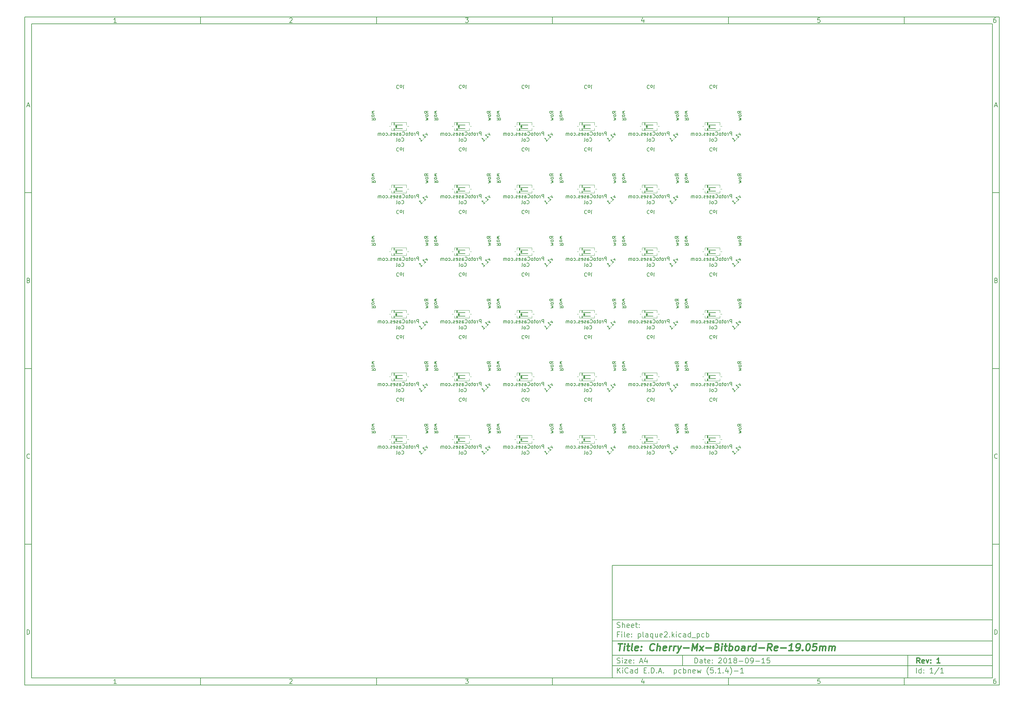
<source format=gbo>
G04 #@! TF.GenerationSoftware,KiCad,Pcbnew,(5.1.4)-1*
G04 #@! TF.CreationDate,2020-01-11T14:36:43+01:00*
G04 #@! TF.ProjectId,plaque2,706c6171-7565-4322-9e6b-696361645f70,1*
G04 #@! TF.SameCoordinates,Original*
G04 #@! TF.FileFunction,Legend,Bot*
G04 #@! TF.FilePolarity,Positive*
%FSLAX46Y46*%
G04 Gerber Fmt 4.6, Leading zero omitted, Abs format (unit mm)*
G04 Created by KiCad (PCBNEW (5.1.4)-1) date 2020-01-11 14:36:43*
%MOMM*%
%LPD*%
G04 APERTURE LIST*
%ADD10C,0.100000*%
%ADD11C,0.150000*%
%ADD12C,0.300000*%
%ADD13C,0.400000*%
%ADD14C,0.120000*%
%ADD15C,0.500000*%
%ADD16C,1.800000*%
%ADD17R,2.550000X2.500000*%
%ADD18C,2.000000*%
%ADD19C,3.000000*%
%ADD20C,4.000000*%
%ADD21R,1.600000X1.600000*%
%ADD22R,1.300000X0.950000*%
G04 APERTURE END LIST*
D10*
D11*
X177002200Y-166007200D02*
X177002200Y-198007200D01*
X285002200Y-198007200D01*
X285002200Y-166007200D01*
X177002200Y-166007200D01*
D10*
D11*
X10000000Y-10000000D02*
X10000000Y-200007200D01*
X287002200Y-200007200D01*
X287002200Y-10000000D01*
X10000000Y-10000000D01*
D10*
D11*
X12000000Y-12000000D02*
X12000000Y-198007200D01*
X285002200Y-198007200D01*
X285002200Y-12000000D01*
X12000000Y-12000000D01*
D10*
D11*
X60000000Y-12000000D02*
X60000000Y-10000000D01*
D10*
D11*
X110000000Y-12000000D02*
X110000000Y-10000000D01*
D10*
D11*
X160000000Y-12000000D02*
X160000000Y-10000000D01*
D10*
D11*
X210000000Y-12000000D02*
X210000000Y-10000000D01*
D10*
D11*
X260000000Y-12000000D02*
X260000000Y-10000000D01*
D10*
D11*
X36065476Y-11588095D02*
X35322619Y-11588095D01*
X35694047Y-11588095D02*
X35694047Y-10288095D01*
X35570238Y-10473809D01*
X35446428Y-10597619D01*
X35322619Y-10659523D01*
D10*
D11*
X85322619Y-10411904D02*
X85384523Y-10350000D01*
X85508333Y-10288095D01*
X85817857Y-10288095D01*
X85941666Y-10350000D01*
X86003571Y-10411904D01*
X86065476Y-10535714D01*
X86065476Y-10659523D01*
X86003571Y-10845238D01*
X85260714Y-11588095D01*
X86065476Y-11588095D01*
D10*
D11*
X135260714Y-10288095D02*
X136065476Y-10288095D01*
X135632142Y-10783333D01*
X135817857Y-10783333D01*
X135941666Y-10845238D01*
X136003571Y-10907142D01*
X136065476Y-11030952D01*
X136065476Y-11340476D01*
X136003571Y-11464285D01*
X135941666Y-11526190D01*
X135817857Y-11588095D01*
X135446428Y-11588095D01*
X135322619Y-11526190D01*
X135260714Y-11464285D01*
D10*
D11*
X185941666Y-10721428D02*
X185941666Y-11588095D01*
X185632142Y-10226190D02*
X185322619Y-11154761D01*
X186127380Y-11154761D01*
D10*
D11*
X236003571Y-10288095D02*
X235384523Y-10288095D01*
X235322619Y-10907142D01*
X235384523Y-10845238D01*
X235508333Y-10783333D01*
X235817857Y-10783333D01*
X235941666Y-10845238D01*
X236003571Y-10907142D01*
X236065476Y-11030952D01*
X236065476Y-11340476D01*
X236003571Y-11464285D01*
X235941666Y-11526190D01*
X235817857Y-11588095D01*
X235508333Y-11588095D01*
X235384523Y-11526190D01*
X235322619Y-11464285D01*
D10*
D11*
X285941666Y-10288095D02*
X285694047Y-10288095D01*
X285570238Y-10350000D01*
X285508333Y-10411904D01*
X285384523Y-10597619D01*
X285322619Y-10845238D01*
X285322619Y-11340476D01*
X285384523Y-11464285D01*
X285446428Y-11526190D01*
X285570238Y-11588095D01*
X285817857Y-11588095D01*
X285941666Y-11526190D01*
X286003571Y-11464285D01*
X286065476Y-11340476D01*
X286065476Y-11030952D01*
X286003571Y-10907142D01*
X285941666Y-10845238D01*
X285817857Y-10783333D01*
X285570238Y-10783333D01*
X285446428Y-10845238D01*
X285384523Y-10907142D01*
X285322619Y-11030952D01*
D10*
D11*
X60000000Y-198007200D02*
X60000000Y-200007200D01*
D10*
D11*
X110000000Y-198007200D02*
X110000000Y-200007200D01*
D10*
D11*
X160000000Y-198007200D02*
X160000000Y-200007200D01*
D10*
D11*
X210000000Y-198007200D02*
X210000000Y-200007200D01*
D10*
D11*
X260000000Y-198007200D02*
X260000000Y-200007200D01*
D10*
D11*
X36065476Y-199595295D02*
X35322619Y-199595295D01*
X35694047Y-199595295D02*
X35694047Y-198295295D01*
X35570238Y-198481009D01*
X35446428Y-198604819D01*
X35322619Y-198666723D01*
D10*
D11*
X85322619Y-198419104D02*
X85384523Y-198357200D01*
X85508333Y-198295295D01*
X85817857Y-198295295D01*
X85941666Y-198357200D01*
X86003571Y-198419104D01*
X86065476Y-198542914D01*
X86065476Y-198666723D01*
X86003571Y-198852438D01*
X85260714Y-199595295D01*
X86065476Y-199595295D01*
D10*
D11*
X135260714Y-198295295D02*
X136065476Y-198295295D01*
X135632142Y-198790533D01*
X135817857Y-198790533D01*
X135941666Y-198852438D01*
X136003571Y-198914342D01*
X136065476Y-199038152D01*
X136065476Y-199347676D01*
X136003571Y-199471485D01*
X135941666Y-199533390D01*
X135817857Y-199595295D01*
X135446428Y-199595295D01*
X135322619Y-199533390D01*
X135260714Y-199471485D01*
D10*
D11*
X185941666Y-198728628D02*
X185941666Y-199595295D01*
X185632142Y-198233390D02*
X185322619Y-199161961D01*
X186127380Y-199161961D01*
D10*
D11*
X236003571Y-198295295D02*
X235384523Y-198295295D01*
X235322619Y-198914342D01*
X235384523Y-198852438D01*
X235508333Y-198790533D01*
X235817857Y-198790533D01*
X235941666Y-198852438D01*
X236003571Y-198914342D01*
X236065476Y-199038152D01*
X236065476Y-199347676D01*
X236003571Y-199471485D01*
X235941666Y-199533390D01*
X235817857Y-199595295D01*
X235508333Y-199595295D01*
X235384523Y-199533390D01*
X235322619Y-199471485D01*
D10*
D11*
X285941666Y-198295295D02*
X285694047Y-198295295D01*
X285570238Y-198357200D01*
X285508333Y-198419104D01*
X285384523Y-198604819D01*
X285322619Y-198852438D01*
X285322619Y-199347676D01*
X285384523Y-199471485D01*
X285446428Y-199533390D01*
X285570238Y-199595295D01*
X285817857Y-199595295D01*
X285941666Y-199533390D01*
X286003571Y-199471485D01*
X286065476Y-199347676D01*
X286065476Y-199038152D01*
X286003571Y-198914342D01*
X285941666Y-198852438D01*
X285817857Y-198790533D01*
X285570238Y-198790533D01*
X285446428Y-198852438D01*
X285384523Y-198914342D01*
X285322619Y-199038152D01*
D10*
D11*
X10000000Y-60000000D02*
X12000000Y-60000000D01*
D10*
D11*
X10000000Y-110000000D02*
X12000000Y-110000000D01*
D10*
D11*
X10000000Y-160000000D02*
X12000000Y-160000000D01*
D10*
D11*
X10690476Y-35216666D02*
X11309523Y-35216666D01*
X10566666Y-35588095D02*
X11000000Y-34288095D01*
X11433333Y-35588095D01*
D10*
D11*
X11092857Y-84907142D02*
X11278571Y-84969047D01*
X11340476Y-85030952D01*
X11402380Y-85154761D01*
X11402380Y-85340476D01*
X11340476Y-85464285D01*
X11278571Y-85526190D01*
X11154761Y-85588095D01*
X10659523Y-85588095D01*
X10659523Y-84288095D01*
X11092857Y-84288095D01*
X11216666Y-84350000D01*
X11278571Y-84411904D01*
X11340476Y-84535714D01*
X11340476Y-84659523D01*
X11278571Y-84783333D01*
X11216666Y-84845238D01*
X11092857Y-84907142D01*
X10659523Y-84907142D01*
D10*
D11*
X11402380Y-135464285D02*
X11340476Y-135526190D01*
X11154761Y-135588095D01*
X11030952Y-135588095D01*
X10845238Y-135526190D01*
X10721428Y-135402380D01*
X10659523Y-135278571D01*
X10597619Y-135030952D01*
X10597619Y-134845238D01*
X10659523Y-134597619D01*
X10721428Y-134473809D01*
X10845238Y-134350000D01*
X11030952Y-134288095D01*
X11154761Y-134288095D01*
X11340476Y-134350000D01*
X11402380Y-134411904D01*
D10*
D11*
X10659523Y-185588095D02*
X10659523Y-184288095D01*
X10969047Y-184288095D01*
X11154761Y-184350000D01*
X11278571Y-184473809D01*
X11340476Y-184597619D01*
X11402380Y-184845238D01*
X11402380Y-185030952D01*
X11340476Y-185278571D01*
X11278571Y-185402380D01*
X11154761Y-185526190D01*
X10969047Y-185588095D01*
X10659523Y-185588095D01*
D10*
D11*
X287002200Y-60000000D02*
X285002200Y-60000000D01*
D10*
D11*
X287002200Y-110000000D02*
X285002200Y-110000000D01*
D10*
D11*
X287002200Y-160000000D02*
X285002200Y-160000000D01*
D10*
D11*
X285692676Y-35216666D02*
X286311723Y-35216666D01*
X285568866Y-35588095D02*
X286002200Y-34288095D01*
X286435533Y-35588095D01*
D10*
D11*
X286095057Y-84907142D02*
X286280771Y-84969047D01*
X286342676Y-85030952D01*
X286404580Y-85154761D01*
X286404580Y-85340476D01*
X286342676Y-85464285D01*
X286280771Y-85526190D01*
X286156961Y-85588095D01*
X285661723Y-85588095D01*
X285661723Y-84288095D01*
X286095057Y-84288095D01*
X286218866Y-84350000D01*
X286280771Y-84411904D01*
X286342676Y-84535714D01*
X286342676Y-84659523D01*
X286280771Y-84783333D01*
X286218866Y-84845238D01*
X286095057Y-84907142D01*
X285661723Y-84907142D01*
D10*
D11*
X286404580Y-135464285D02*
X286342676Y-135526190D01*
X286156961Y-135588095D01*
X286033152Y-135588095D01*
X285847438Y-135526190D01*
X285723628Y-135402380D01*
X285661723Y-135278571D01*
X285599819Y-135030952D01*
X285599819Y-134845238D01*
X285661723Y-134597619D01*
X285723628Y-134473809D01*
X285847438Y-134350000D01*
X286033152Y-134288095D01*
X286156961Y-134288095D01*
X286342676Y-134350000D01*
X286404580Y-134411904D01*
D10*
D11*
X285661723Y-185588095D02*
X285661723Y-184288095D01*
X285971247Y-184288095D01*
X286156961Y-184350000D01*
X286280771Y-184473809D01*
X286342676Y-184597619D01*
X286404580Y-184845238D01*
X286404580Y-185030952D01*
X286342676Y-185278571D01*
X286280771Y-185402380D01*
X286156961Y-185526190D01*
X285971247Y-185588095D01*
X285661723Y-185588095D01*
D10*
D11*
X200434342Y-193785771D02*
X200434342Y-192285771D01*
X200791485Y-192285771D01*
X201005771Y-192357200D01*
X201148628Y-192500057D01*
X201220057Y-192642914D01*
X201291485Y-192928628D01*
X201291485Y-193142914D01*
X201220057Y-193428628D01*
X201148628Y-193571485D01*
X201005771Y-193714342D01*
X200791485Y-193785771D01*
X200434342Y-193785771D01*
X202577200Y-193785771D02*
X202577200Y-193000057D01*
X202505771Y-192857200D01*
X202362914Y-192785771D01*
X202077200Y-192785771D01*
X201934342Y-192857200D01*
X202577200Y-193714342D02*
X202434342Y-193785771D01*
X202077200Y-193785771D01*
X201934342Y-193714342D01*
X201862914Y-193571485D01*
X201862914Y-193428628D01*
X201934342Y-193285771D01*
X202077200Y-193214342D01*
X202434342Y-193214342D01*
X202577200Y-193142914D01*
X203077200Y-192785771D02*
X203648628Y-192785771D01*
X203291485Y-192285771D02*
X203291485Y-193571485D01*
X203362914Y-193714342D01*
X203505771Y-193785771D01*
X203648628Y-193785771D01*
X204720057Y-193714342D02*
X204577200Y-193785771D01*
X204291485Y-193785771D01*
X204148628Y-193714342D01*
X204077200Y-193571485D01*
X204077200Y-193000057D01*
X204148628Y-192857200D01*
X204291485Y-192785771D01*
X204577200Y-192785771D01*
X204720057Y-192857200D01*
X204791485Y-193000057D01*
X204791485Y-193142914D01*
X204077200Y-193285771D01*
X205434342Y-193642914D02*
X205505771Y-193714342D01*
X205434342Y-193785771D01*
X205362914Y-193714342D01*
X205434342Y-193642914D01*
X205434342Y-193785771D01*
X205434342Y-192857200D02*
X205505771Y-192928628D01*
X205434342Y-193000057D01*
X205362914Y-192928628D01*
X205434342Y-192857200D01*
X205434342Y-193000057D01*
X207220057Y-192428628D02*
X207291485Y-192357200D01*
X207434342Y-192285771D01*
X207791485Y-192285771D01*
X207934342Y-192357200D01*
X208005771Y-192428628D01*
X208077200Y-192571485D01*
X208077200Y-192714342D01*
X208005771Y-192928628D01*
X207148628Y-193785771D01*
X208077200Y-193785771D01*
X209005771Y-192285771D02*
X209148628Y-192285771D01*
X209291485Y-192357200D01*
X209362914Y-192428628D01*
X209434342Y-192571485D01*
X209505771Y-192857200D01*
X209505771Y-193214342D01*
X209434342Y-193500057D01*
X209362914Y-193642914D01*
X209291485Y-193714342D01*
X209148628Y-193785771D01*
X209005771Y-193785771D01*
X208862914Y-193714342D01*
X208791485Y-193642914D01*
X208720057Y-193500057D01*
X208648628Y-193214342D01*
X208648628Y-192857200D01*
X208720057Y-192571485D01*
X208791485Y-192428628D01*
X208862914Y-192357200D01*
X209005771Y-192285771D01*
X210934342Y-193785771D02*
X210077200Y-193785771D01*
X210505771Y-193785771D02*
X210505771Y-192285771D01*
X210362914Y-192500057D01*
X210220057Y-192642914D01*
X210077200Y-192714342D01*
X211791485Y-192928628D02*
X211648628Y-192857200D01*
X211577200Y-192785771D01*
X211505771Y-192642914D01*
X211505771Y-192571485D01*
X211577200Y-192428628D01*
X211648628Y-192357200D01*
X211791485Y-192285771D01*
X212077200Y-192285771D01*
X212220057Y-192357200D01*
X212291485Y-192428628D01*
X212362914Y-192571485D01*
X212362914Y-192642914D01*
X212291485Y-192785771D01*
X212220057Y-192857200D01*
X212077200Y-192928628D01*
X211791485Y-192928628D01*
X211648628Y-193000057D01*
X211577200Y-193071485D01*
X211505771Y-193214342D01*
X211505771Y-193500057D01*
X211577200Y-193642914D01*
X211648628Y-193714342D01*
X211791485Y-193785771D01*
X212077200Y-193785771D01*
X212220057Y-193714342D01*
X212291485Y-193642914D01*
X212362914Y-193500057D01*
X212362914Y-193214342D01*
X212291485Y-193071485D01*
X212220057Y-193000057D01*
X212077200Y-192928628D01*
X213005771Y-193214342D02*
X214148628Y-193214342D01*
X215148628Y-192285771D02*
X215291485Y-192285771D01*
X215434342Y-192357200D01*
X215505771Y-192428628D01*
X215577200Y-192571485D01*
X215648628Y-192857200D01*
X215648628Y-193214342D01*
X215577200Y-193500057D01*
X215505771Y-193642914D01*
X215434342Y-193714342D01*
X215291485Y-193785771D01*
X215148628Y-193785771D01*
X215005771Y-193714342D01*
X214934342Y-193642914D01*
X214862914Y-193500057D01*
X214791485Y-193214342D01*
X214791485Y-192857200D01*
X214862914Y-192571485D01*
X214934342Y-192428628D01*
X215005771Y-192357200D01*
X215148628Y-192285771D01*
X216362914Y-193785771D02*
X216648628Y-193785771D01*
X216791485Y-193714342D01*
X216862914Y-193642914D01*
X217005771Y-193428628D01*
X217077200Y-193142914D01*
X217077200Y-192571485D01*
X217005771Y-192428628D01*
X216934342Y-192357200D01*
X216791485Y-192285771D01*
X216505771Y-192285771D01*
X216362914Y-192357200D01*
X216291485Y-192428628D01*
X216220057Y-192571485D01*
X216220057Y-192928628D01*
X216291485Y-193071485D01*
X216362914Y-193142914D01*
X216505771Y-193214342D01*
X216791485Y-193214342D01*
X216934342Y-193142914D01*
X217005771Y-193071485D01*
X217077200Y-192928628D01*
X217720057Y-193214342D02*
X218862914Y-193214342D01*
X220362914Y-193785771D02*
X219505771Y-193785771D01*
X219934342Y-193785771D02*
X219934342Y-192285771D01*
X219791485Y-192500057D01*
X219648628Y-192642914D01*
X219505771Y-192714342D01*
X221720057Y-192285771D02*
X221005771Y-192285771D01*
X220934342Y-193000057D01*
X221005771Y-192928628D01*
X221148628Y-192857200D01*
X221505771Y-192857200D01*
X221648628Y-192928628D01*
X221720057Y-193000057D01*
X221791485Y-193142914D01*
X221791485Y-193500057D01*
X221720057Y-193642914D01*
X221648628Y-193714342D01*
X221505771Y-193785771D01*
X221148628Y-193785771D01*
X221005771Y-193714342D01*
X220934342Y-193642914D01*
D10*
D11*
X177002200Y-194507200D02*
X285002200Y-194507200D01*
D10*
D11*
X178434342Y-196585771D02*
X178434342Y-195085771D01*
X179291485Y-196585771D02*
X178648628Y-195728628D01*
X179291485Y-195085771D02*
X178434342Y-195942914D01*
X179934342Y-196585771D02*
X179934342Y-195585771D01*
X179934342Y-195085771D02*
X179862914Y-195157200D01*
X179934342Y-195228628D01*
X180005771Y-195157200D01*
X179934342Y-195085771D01*
X179934342Y-195228628D01*
X181505771Y-196442914D02*
X181434342Y-196514342D01*
X181220057Y-196585771D01*
X181077200Y-196585771D01*
X180862914Y-196514342D01*
X180720057Y-196371485D01*
X180648628Y-196228628D01*
X180577200Y-195942914D01*
X180577200Y-195728628D01*
X180648628Y-195442914D01*
X180720057Y-195300057D01*
X180862914Y-195157200D01*
X181077200Y-195085771D01*
X181220057Y-195085771D01*
X181434342Y-195157200D01*
X181505771Y-195228628D01*
X182791485Y-196585771D02*
X182791485Y-195800057D01*
X182720057Y-195657200D01*
X182577200Y-195585771D01*
X182291485Y-195585771D01*
X182148628Y-195657200D01*
X182791485Y-196514342D02*
X182648628Y-196585771D01*
X182291485Y-196585771D01*
X182148628Y-196514342D01*
X182077200Y-196371485D01*
X182077200Y-196228628D01*
X182148628Y-196085771D01*
X182291485Y-196014342D01*
X182648628Y-196014342D01*
X182791485Y-195942914D01*
X184148628Y-196585771D02*
X184148628Y-195085771D01*
X184148628Y-196514342D02*
X184005771Y-196585771D01*
X183720057Y-196585771D01*
X183577200Y-196514342D01*
X183505771Y-196442914D01*
X183434342Y-196300057D01*
X183434342Y-195871485D01*
X183505771Y-195728628D01*
X183577200Y-195657200D01*
X183720057Y-195585771D01*
X184005771Y-195585771D01*
X184148628Y-195657200D01*
X186005771Y-195800057D02*
X186505771Y-195800057D01*
X186720057Y-196585771D02*
X186005771Y-196585771D01*
X186005771Y-195085771D01*
X186720057Y-195085771D01*
X187362914Y-196442914D02*
X187434342Y-196514342D01*
X187362914Y-196585771D01*
X187291485Y-196514342D01*
X187362914Y-196442914D01*
X187362914Y-196585771D01*
X188077200Y-196585771D02*
X188077200Y-195085771D01*
X188434342Y-195085771D01*
X188648628Y-195157200D01*
X188791485Y-195300057D01*
X188862914Y-195442914D01*
X188934342Y-195728628D01*
X188934342Y-195942914D01*
X188862914Y-196228628D01*
X188791485Y-196371485D01*
X188648628Y-196514342D01*
X188434342Y-196585771D01*
X188077200Y-196585771D01*
X189577200Y-196442914D02*
X189648628Y-196514342D01*
X189577200Y-196585771D01*
X189505771Y-196514342D01*
X189577200Y-196442914D01*
X189577200Y-196585771D01*
X190220057Y-196157200D02*
X190934342Y-196157200D01*
X190077200Y-196585771D02*
X190577200Y-195085771D01*
X191077200Y-196585771D01*
X191577200Y-196442914D02*
X191648628Y-196514342D01*
X191577200Y-196585771D01*
X191505771Y-196514342D01*
X191577200Y-196442914D01*
X191577200Y-196585771D01*
X194577200Y-195585771D02*
X194577200Y-197085771D01*
X194577200Y-195657200D02*
X194720057Y-195585771D01*
X195005771Y-195585771D01*
X195148628Y-195657200D01*
X195220057Y-195728628D01*
X195291485Y-195871485D01*
X195291485Y-196300057D01*
X195220057Y-196442914D01*
X195148628Y-196514342D01*
X195005771Y-196585771D01*
X194720057Y-196585771D01*
X194577200Y-196514342D01*
X196577200Y-196514342D02*
X196434342Y-196585771D01*
X196148628Y-196585771D01*
X196005771Y-196514342D01*
X195934342Y-196442914D01*
X195862914Y-196300057D01*
X195862914Y-195871485D01*
X195934342Y-195728628D01*
X196005771Y-195657200D01*
X196148628Y-195585771D01*
X196434342Y-195585771D01*
X196577200Y-195657200D01*
X197220057Y-196585771D02*
X197220057Y-195085771D01*
X197220057Y-195657200D02*
X197362914Y-195585771D01*
X197648628Y-195585771D01*
X197791485Y-195657200D01*
X197862914Y-195728628D01*
X197934342Y-195871485D01*
X197934342Y-196300057D01*
X197862914Y-196442914D01*
X197791485Y-196514342D01*
X197648628Y-196585771D01*
X197362914Y-196585771D01*
X197220057Y-196514342D01*
X198577200Y-195585771D02*
X198577200Y-196585771D01*
X198577200Y-195728628D02*
X198648628Y-195657200D01*
X198791485Y-195585771D01*
X199005771Y-195585771D01*
X199148628Y-195657200D01*
X199220057Y-195800057D01*
X199220057Y-196585771D01*
X200505771Y-196514342D02*
X200362914Y-196585771D01*
X200077200Y-196585771D01*
X199934342Y-196514342D01*
X199862914Y-196371485D01*
X199862914Y-195800057D01*
X199934342Y-195657200D01*
X200077200Y-195585771D01*
X200362914Y-195585771D01*
X200505771Y-195657200D01*
X200577200Y-195800057D01*
X200577200Y-195942914D01*
X199862914Y-196085771D01*
X201077200Y-195585771D02*
X201362914Y-196585771D01*
X201648628Y-195871485D01*
X201934342Y-196585771D01*
X202220057Y-195585771D01*
X204362914Y-197157200D02*
X204291485Y-197085771D01*
X204148628Y-196871485D01*
X204077200Y-196728628D01*
X204005771Y-196514342D01*
X203934342Y-196157200D01*
X203934342Y-195871485D01*
X204005771Y-195514342D01*
X204077200Y-195300057D01*
X204148628Y-195157200D01*
X204291485Y-194942914D01*
X204362914Y-194871485D01*
X205648628Y-195085771D02*
X204934342Y-195085771D01*
X204862914Y-195800057D01*
X204934342Y-195728628D01*
X205077200Y-195657200D01*
X205434342Y-195657200D01*
X205577200Y-195728628D01*
X205648628Y-195800057D01*
X205720057Y-195942914D01*
X205720057Y-196300057D01*
X205648628Y-196442914D01*
X205577200Y-196514342D01*
X205434342Y-196585771D01*
X205077200Y-196585771D01*
X204934342Y-196514342D01*
X204862914Y-196442914D01*
X206362914Y-196442914D02*
X206434342Y-196514342D01*
X206362914Y-196585771D01*
X206291485Y-196514342D01*
X206362914Y-196442914D01*
X206362914Y-196585771D01*
X207862914Y-196585771D02*
X207005771Y-196585771D01*
X207434342Y-196585771D02*
X207434342Y-195085771D01*
X207291485Y-195300057D01*
X207148628Y-195442914D01*
X207005771Y-195514342D01*
X208505771Y-196442914D02*
X208577200Y-196514342D01*
X208505771Y-196585771D01*
X208434342Y-196514342D01*
X208505771Y-196442914D01*
X208505771Y-196585771D01*
X209862914Y-195585771D02*
X209862914Y-196585771D01*
X209505771Y-195014342D02*
X209148628Y-196085771D01*
X210077200Y-196085771D01*
X210505771Y-197157200D02*
X210577200Y-197085771D01*
X210720057Y-196871485D01*
X210791485Y-196728628D01*
X210862914Y-196514342D01*
X210934342Y-196157200D01*
X210934342Y-195871485D01*
X210862914Y-195514342D01*
X210791485Y-195300057D01*
X210720057Y-195157200D01*
X210577200Y-194942914D01*
X210505771Y-194871485D01*
X211648628Y-196014342D02*
X212791485Y-196014342D01*
X214291485Y-196585771D02*
X213434342Y-196585771D01*
X213862914Y-196585771D02*
X213862914Y-195085771D01*
X213720057Y-195300057D01*
X213577200Y-195442914D01*
X213434342Y-195514342D01*
D10*
D11*
X177002200Y-191507200D02*
X285002200Y-191507200D01*
D10*
D12*
X264411485Y-193785771D02*
X263911485Y-193071485D01*
X263554342Y-193785771D02*
X263554342Y-192285771D01*
X264125771Y-192285771D01*
X264268628Y-192357200D01*
X264340057Y-192428628D01*
X264411485Y-192571485D01*
X264411485Y-192785771D01*
X264340057Y-192928628D01*
X264268628Y-193000057D01*
X264125771Y-193071485D01*
X263554342Y-193071485D01*
X265625771Y-193714342D02*
X265482914Y-193785771D01*
X265197200Y-193785771D01*
X265054342Y-193714342D01*
X264982914Y-193571485D01*
X264982914Y-193000057D01*
X265054342Y-192857200D01*
X265197200Y-192785771D01*
X265482914Y-192785771D01*
X265625771Y-192857200D01*
X265697200Y-193000057D01*
X265697200Y-193142914D01*
X264982914Y-193285771D01*
X266197200Y-192785771D02*
X266554342Y-193785771D01*
X266911485Y-192785771D01*
X267482914Y-193642914D02*
X267554342Y-193714342D01*
X267482914Y-193785771D01*
X267411485Y-193714342D01*
X267482914Y-193642914D01*
X267482914Y-193785771D01*
X267482914Y-192857200D02*
X267554342Y-192928628D01*
X267482914Y-193000057D01*
X267411485Y-192928628D01*
X267482914Y-192857200D01*
X267482914Y-193000057D01*
X270125771Y-193785771D02*
X269268628Y-193785771D01*
X269697200Y-193785771D02*
X269697200Y-192285771D01*
X269554342Y-192500057D01*
X269411485Y-192642914D01*
X269268628Y-192714342D01*
D10*
D11*
X178362914Y-193714342D02*
X178577200Y-193785771D01*
X178934342Y-193785771D01*
X179077200Y-193714342D01*
X179148628Y-193642914D01*
X179220057Y-193500057D01*
X179220057Y-193357200D01*
X179148628Y-193214342D01*
X179077200Y-193142914D01*
X178934342Y-193071485D01*
X178648628Y-193000057D01*
X178505771Y-192928628D01*
X178434342Y-192857200D01*
X178362914Y-192714342D01*
X178362914Y-192571485D01*
X178434342Y-192428628D01*
X178505771Y-192357200D01*
X178648628Y-192285771D01*
X179005771Y-192285771D01*
X179220057Y-192357200D01*
X179862914Y-193785771D02*
X179862914Y-192785771D01*
X179862914Y-192285771D02*
X179791485Y-192357200D01*
X179862914Y-192428628D01*
X179934342Y-192357200D01*
X179862914Y-192285771D01*
X179862914Y-192428628D01*
X180434342Y-192785771D02*
X181220057Y-192785771D01*
X180434342Y-193785771D01*
X181220057Y-193785771D01*
X182362914Y-193714342D02*
X182220057Y-193785771D01*
X181934342Y-193785771D01*
X181791485Y-193714342D01*
X181720057Y-193571485D01*
X181720057Y-193000057D01*
X181791485Y-192857200D01*
X181934342Y-192785771D01*
X182220057Y-192785771D01*
X182362914Y-192857200D01*
X182434342Y-193000057D01*
X182434342Y-193142914D01*
X181720057Y-193285771D01*
X183077200Y-193642914D02*
X183148628Y-193714342D01*
X183077200Y-193785771D01*
X183005771Y-193714342D01*
X183077200Y-193642914D01*
X183077200Y-193785771D01*
X183077200Y-192857200D02*
X183148628Y-192928628D01*
X183077200Y-193000057D01*
X183005771Y-192928628D01*
X183077200Y-192857200D01*
X183077200Y-193000057D01*
X184862914Y-193357200D02*
X185577200Y-193357200D01*
X184720057Y-193785771D02*
X185220057Y-192285771D01*
X185720057Y-193785771D01*
X186862914Y-192785771D02*
X186862914Y-193785771D01*
X186505771Y-192214342D02*
X186148628Y-193285771D01*
X187077200Y-193285771D01*
D10*
D11*
X263434342Y-196585771D02*
X263434342Y-195085771D01*
X264791485Y-196585771D02*
X264791485Y-195085771D01*
X264791485Y-196514342D02*
X264648628Y-196585771D01*
X264362914Y-196585771D01*
X264220057Y-196514342D01*
X264148628Y-196442914D01*
X264077200Y-196300057D01*
X264077200Y-195871485D01*
X264148628Y-195728628D01*
X264220057Y-195657200D01*
X264362914Y-195585771D01*
X264648628Y-195585771D01*
X264791485Y-195657200D01*
X265505771Y-196442914D02*
X265577200Y-196514342D01*
X265505771Y-196585771D01*
X265434342Y-196514342D01*
X265505771Y-196442914D01*
X265505771Y-196585771D01*
X265505771Y-195657200D02*
X265577200Y-195728628D01*
X265505771Y-195800057D01*
X265434342Y-195728628D01*
X265505771Y-195657200D01*
X265505771Y-195800057D01*
X268148628Y-196585771D02*
X267291485Y-196585771D01*
X267720057Y-196585771D02*
X267720057Y-195085771D01*
X267577200Y-195300057D01*
X267434342Y-195442914D01*
X267291485Y-195514342D01*
X269862914Y-195014342D02*
X268577200Y-196942914D01*
X271148628Y-196585771D02*
X270291485Y-196585771D01*
X270720057Y-196585771D02*
X270720057Y-195085771D01*
X270577200Y-195300057D01*
X270434342Y-195442914D01*
X270291485Y-195514342D01*
D10*
D11*
X177002200Y-187507200D02*
X285002200Y-187507200D01*
D10*
D13*
X178714580Y-188211961D02*
X179857438Y-188211961D01*
X179036009Y-190211961D02*
X179286009Y-188211961D01*
X180274104Y-190211961D02*
X180440771Y-188878628D01*
X180524104Y-188211961D02*
X180416961Y-188307200D01*
X180500295Y-188402438D01*
X180607438Y-188307200D01*
X180524104Y-188211961D01*
X180500295Y-188402438D01*
X181107438Y-188878628D02*
X181869342Y-188878628D01*
X181476485Y-188211961D02*
X181262200Y-189926247D01*
X181333628Y-190116723D01*
X181512200Y-190211961D01*
X181702676Y-190211961D01*
X182655057Y-190211961D02*
X182476485Y-190116723D01*
X182405057Y-189926247D01*
X182619342Y-188211961D01*
X184190771Y-190116723D02*
X183988390Y-190211961D01*
X183607438Y-190211961D01*
X183428866Y-190116723D01*
X183357438Y-189926247D01*
X183452676Y-189164342D01*
X183571723Y-188973866D01*
X183774104Y-188878628D01*
X184155057Y-188878628D01*
X184333628Y-188973866D01*
X184405057Y-189164342D01*
X184381247Y-189354819D01*
X183405057Y-189545295D01*
X185155057Y-190021485D02*
X185238390Y-190116723D01*
X185131247Y-190211961D01*
X185047914Y-190116723D01*
X185155057Y-190021485D01*
X185131247Y-190211961D01*
X185286009Y-188973866D02*
X185369342Y-189069104D01*
X185262200Y-189164342D01*
X185178866Y-189069104D01*
X185286009Y-188973866D01*
X185262200Y-189164342D01*
X188774104Y-190021485D02*
X188666961Y-190116723D01*
X188369342Y-190211961D01*
X188178866Y-190211961D01*
X187905057Y-190116723D01*
X187738390Y-189926247D01*
X187666961Y-189735771D01*
X187619342Y-189354819D01*
X187655057Y-189069104D01*
X187797914Y-188688152D01*
X187916961Y-188497676D01*
X188131247Y-188307200D01*
X188428866Y-188211961D01*
X188619342Y-188211961D01*
X188893152Y-188307200D01*
X188976485Y-188402438D01*
X189607438Y-190211961D02*
X189857438Y-188211961D01*
X190464580Y-190211961D02*
X190595533Y-189164342D01*
X190524104Y-188973866D01*
X190345533Y-188878628D01*
X190059819Y-188878628D01*
X189857438Y-188973866D01*
X189750295Y-189069104D01*
X192190771Y-190116723D02*
X191988390Y-190211961D01*
X191607438Y-190211961D01*
X191428866Y-190116723D01*
X191357438Y-189926247D01*
X191452676Y-189164342D01*
X191571723Y-188973866D01*
X191774104Y-188878628D01*
X192155057Y-188878628D01*
X192333628Y-188973866D01*
X192405057Y-189164342D01*
X192381247Y-189354819D01*
X191405057Y-189545295D01*
X193131247Y-190211961D02*
X193297914Y-188878628D01*
X193250295Y-189259580D02*
X193369342Y-189069104D01*
X193476485Y-188973866D01*
X193678866Y-188878628D01*
X193869342Y-188878628D01*
X194369342Y-190211961D02*
X194536009Y-188878628D01*
X194488390Y-189259580D02*
X194607438Y-189069104D01*
X194714580Y-188973866D01*
X194916961Y-188878628D01*
X195107438Y-188878628D01*
X195583628Y-188878628D02*
X195893152Y-190211961D01*
X196536009Y-188878628D02*
X195893152Y-190211961D01*
X195643152Y-190688152D01*
X195536009Y-190783390D01*
X195333628Y-190878628D01*
X197226485Y-189450057D02*
X198750295Y-189450057D01*
X199607438Y-190211961D02*
X199857438Y-188211961D01*
X200345533Y-189640533D01*
X201190771Y-188211961D01*
X200940771Y-190211961D01*
X201702676Y-190211961D02*
X202916961Y-188878628D01*
X201869342Y-188878628D02*
X202750295Y-190211961D01*
X203607438Y-189450057D02*
X205131247Y-189450057D01*
X206786009Y-189164342D02*
X207059819Y-189259580D01*
X207143152Y-189354819D01*
X207214580Y-189545295D01*
X207178866Y-189831009D01*
X207059819Y-190021485D01*
X206952676Y-190116723D01*
X206750295Y-190211961D01*
X205988390Y-190211961D01*
X206238390Y-188211961D01*
X206905057Y-188211961D01*
X207083628Y-188307200D01*
X207166961Y-188402438D01*
X207238390Y-188592914D01*
X207214580Y-188783390D01*
X207095533Y-188973866D01*
X206988390Y-189069104D01*
X206786009Y-189164342D01*
X206119342Y-189164342D01*
X207988390Y-190211961D02*
X208155057Y-188878628D01*
X208238390Y-188211961D02*
X208131247Y-188307200D01*
X208214580Y-188402438D01*
X208321723Y-188307200D01*
X208238390Y-188211961D01*
X208214580Y-188402438D01*
X208821723Y-188878628D02*
X209583628Y-188878628D01*
X209190771Y-188211961D02*
X208976485Y-189926247D01*
X209047914Y-190116723D01*
X209226485Y-190211961D01*
X209416961Y-190211961D01*
X210083628Y-190211961D02*
X210333628Y-188211961D01*
X210238390Y-188973866D02*
X210440771Y-188878628D01*
X210821723Y-188878628D01*
X211000295Y-188973866D01*
X211083628Y-189069104D01*
X211155057Y-189259580D01*
X211083628Y-189831009D01*
X210964580Y-190021485D01*
X210857438Y-190116723D01*
X210655057Y-190211961D01*
X210274104Y-190211961D01*
X210095533Y-190116723D01*
X212178866Y-190211961D02*
X212000295Y-190116723D01*
X211916961Y-190021485D01*
X211845533Y-189831009D01*
X211916961Y-189259580D01*
X212036009Y-189069104D01*
X212143152Y-188973866D01*
X212345533Y-188878628D01*
X212631247Y-188878628D01*
X212809819Y-188973866D01*
X212893152Y-189069104D01*
X212964580Y-189259580D01*
X212893152Y-189831009D01*
X212774104Y-190021485D01*
X212666961Y-190116723D01*
X212464580Y-190211961D01*
X212178866Y-190211961D01*
X214559819Y-190211961D02*
X214690771Y-189164342D01*
X214619342Y-188973866D01*
X214440771Y-188878628D01*
X214059819Y-188878628D01*
X213857438Y-188973866D01*
X214571723Y-190116723D02*
X214369342Y-190211961D01*
X213893152Y-190211961D01*
X213714580Y-190116723D01*
X213643152Y-189926247D01*
X213666961Y-189735771D01*
X213786009Y-189545295D01*
X213988390Y-189450057D01*
X214464580Y-189450057D01*
X214666961Y-189354819D01*
X215512200Y-190211961D02*
X215678866Y-188878628D01*
X215631247Y-189259580D02*
X215750295Y-189069104D01*
X215857438Y-188973866D01*
X216059819Y-188878628D01*
X216250295Y-188878628D01*
X217607438Y-190211961D02*
X217857438Y-188211961D01*
X217619342Y-190116723D02*
X217416961Y-190211961D01*
X217036009Y-190211961D01*
X216857438Y-190116723D01*
X216774104Y-190021485D01*
X216702676Y-189831009D01*
X216774104Y-189259580D01*
X216893152Y-189069104D01*
X217000295Y-188973866D01*
X217202676Y-188878628D01*
X217583628Y-188878628D01*
X217762200Y-188973866D01*
X218655057Y-189450057D02*
X220178866Y-189450057D01*
X222178866Y-190211961D02*
X221631247Y-189259580D01*
X221036009Y-190211961D02*
X221286009Y-188211961D01*
X222047914Y-188211961D01*
X222226485Y-188307200D01*
X222309819Y-188402438D01*
X222381247Y-188592914D01*
X222345533Y-188878628D01*
X222226485Y-189069104D01*
X222119342Y-189164342D01*
X221916961Y-189259580D01*
X221155057Y-189259580D01*
X223809819Y-190116723D02*
X223607438Y-190211961D01*
X223226485Y-190211961D01*
X223047914Y-190116723D01*
X222976485Y-189926247D01*
X223071723Y-189164342D01*
X223190771Y-188973866D01*
X223393152Y-188878628D01*
X223774104Y-188878628D01*
X223952676Y-188973866D01*
X224024104Y-189164342D01*
X224000295Y-189354819D01*
X223024104Y-189545295D01*
X224845533Y-189450057D02*
X226369342Y-189450057D01*
X228274104Y-190211961D02*
X227131247Y-190211961D01*
X227702676Y-190211961D02*
X227952676Y-188211961D01*
X227726485Y-188497676D01*
X227512200Y-188688152D01*
X227309819Y-188783390D01*
X229226485Y-190211961D02*
X229607438Y-190211961D01*
X229809819Y-190116723D01*
X229916961Y-190021485D01*
X230143152Y-189735771D01*
X230286009Y-189354819D01*
X230381247Y-188592914D01*
X230309819Y-188402438D01*
X230226485Y-188307200D01*
X230047914Y-188211961D01*
X229666961Y-188211961D01*
X229464580Y-188307200D01*
X229357438Y-188402438D01*
X229238390Y-188592914D01*
X229178866Y-189069104D01*
X229250295Y-189259580D01*
X229333628Y-189354819D01*
X229512200Y-189450057D01*
X229893152Y-189450057D01*
X230095533Y-189354819D01*
X230202676Y-189259580D01*
X230321723Y-189069104D01*
X231059819Y-190021485D02*
X231143152Y-190116723D01*
X231036009Y-190211961D01*
X230952676Y-190116723D01*
X231059819Y-190021485D01*
X231036009Y-190211961D01*
X232619342Y-188211961D02*
X232809819Y-188211961D01*
X232988390Y-188307200D01*
X233071723Y-188402438D01*
X233143152Y-188592914D01*
X233190771Y-188973866D01*
X233131247Y-189450057D01*
X232988390Y-189831009D01*
X232869342Y-190021485D01*
X232762200Y-190116723D01*
X232559819Y-190211961D01*
X232369342Y-190211961D01*
X232190771Y-190116723D01*
X232107438Y-190021485D01*
X232036009Y-189831009D01*
X231988390Y-189450057D01*
X232047914Y-188973866D01*
X232190771Y-188592914D01*
X232309819Y-188402438D01*
X232416961Y-188307200D01*
X232619342Y-188211961D01*
X235095533Y-188211961D02*
X234143152Y-188211961D01*
X233928866Y-189164342D01*
X234036009Y-189069104D01*
X234238390Y-188973866D01*
X234714580Y-188973866D01*
X234893152Y-189069104D01*
X234976485Y-189164342D01*
X235047914Y-189354819D01*
X234988390Y-189831009D01*
X234869342Y-190021485D01*
X234762200Y-190116723D01*
X234559819Y-190211961D01*
X234083628Y-190211961D01*
X233905057Y-190116723D01*
X233821723Y-190021485D01*
X235797914Y-190211961D02*
X235964580Y-188878628D01*
X235940771Y-189069104D02*
X236047914Y-188973866D01*
X236250295Y-188878628D01*
X236536009Y-188878628D01*
X236714580Y-188973866D01*
X236786009Y-189164342D01*
X236655057Y-190211961D01*
X236786009Y-189164342D02*
X236905057Y-188973866D01*
X237107438Y-188878628D01*
X237393152Y-188878628D01*
X237571723Y-188973866D01*
X237643152Y-189164342D01*
X237512200Y-190211961D01*
X238464580Y-190211961D02*
X238631247Y-188878628D01*
X238607438Y-189069104D02*
X238714580Y-188973866D01*
X238916961Y-188878628D01*
X239202676Y-188878628D01*
X239381247Y-188973866D01*
X239452676Y-189164342D01*
X239321723Y-190211961D01*
X239452676Y-189164342D02*
X239571723Y-188973866D01*
X239774104Y-188878628D01*
X240059819Y-188878628D01*
X240238390Y-188973866D01*
X240309819Y-189164342D01*
X240178866Y-190211961D01*
D10*
D11*
X178934342Y-185600057D02*
X178434342Y-185600057D01*
X178434342Y-186385771D02*
X178434342Y-184885771D01*
X179148628Y-184885771D01*
X179720057Y-186385771D02*
X179720057Y-185385771D01*
X179720057Y-184885771D02*
X179648628Y-184957200D01*
X179720057Y-185028628D01*
X179791485Y-184957200D01*
X179720057Y-184885771D01*
X179720057Y-185028628D01*
X180648628Y-186385771D02*
X180505771Y-186314342D01*
X180434342Y-186171485D01*
X180434342Y-184885771D01*
X181791485Y-186314342D02*
X181648628Y-186385771D01*
X181362914Y-186385771D01*
X181220057Y-186314342D01*
X181148628Y-186171485D01*
X181148628Y-185600057D01*
X181220057Y-185457200D01*
X181362914Y-185385771D01*
X181648628Y-185385771D01*
X181791485Y-185457200D01*
X181862914Y-185600057D01*
X181862914Y-185742914D01*
X181148628Y-185885771D01*
X182505771Y-186242914D02*
X182577200Y-186314342D01*
X182505771Y-186385771D01*
X182434342Y-186314342D01*
X182505771Y-186242914D01*
X182505771Y-186385771D01*
X182505771Y-185457200D02*
X182577200Y-185528628D01*
X182505771Y-185600057D01*
X182434342Y-185528628D01*
X182505771Y-185457200D01*
X182505771Y-185600057D01*
X184362914Y-185385771D02*
X184362914Y-186885771D01*
X184362914Y-185457200D02*
X184505771Y-185385771D01*
X184791485Y-185385771D01*
X184934342Y-185457200D01*
X185005771Y-185528628D01*
X185077200Y-185671485D01*
X185077200Y-186100057D01*
X185005771Y-186242914D01*
X184934342Y-186314342D01*
X184791485Y-186385771D01*
X184505771Y-186385771D01*
X184362914Y-186314342D01*
X185934342Y-186385771D02*
X185791485Y-186314342D01*
X185720057Y-186171485D01*
X185720057Y-184885771D01*
X187148628Y-186385771D02*
X187148628Y-185600057D01*
X187077200Y-185457200D01*
X186934342Y-185385771D01*
X186648628Y-185385771D01*
X186505771Y-185457200D01*
X187148628Y-186314342D02*
X187005771Y-186385771D01*
X186648628Y-186385771D01*
X186505771Y-186314342D01*
X186434342Y-186171485D01*
X186434342Y-186028628D01*
X186505771Y-185885771D01*
X186648628Y-185814342D01*
X187005771Y-185814342D01*
X187148628Y-185742914D01*
X188505771Y-185385771D02*
X188505771Y-186885771D01*
X188505771Y-186314342D02*
X188362914Y-186385771D01*
X188077200Y-186385771D01*
X187934342Y-186314342D01*
X187862914Y-186242914D01*
X187791485Y-186100057D01*
X187791485Y-185671485D01*
X187862914Y-185528628D01*
X187934342Y-185457200D01*
X188077200Y-185385771D01*
X188362914Y-185385771D01*
X188505771Y-185457200D01*
X189862914Y-185385771D02*
X189862914Y-186385771D01*
X189220057Y-185385771D02*
X189220057Y-186171485D01*
X189291485Y-186314342D01*
X189434342Y-186385771D01*
X189648628Y-186385771D01*
X189791485Y-186314342D01*
X189862914Y-186242914D01*
X191148628Y-186314342D02*
X191005771Y-186385771D01*
X190720057Y-186385771D01*
X190577200Y-186314342D01*
X190505771Y-186171485D01*
X190505771Y-185600057D01*
X190577200Y-185457200D01*
X190720057Y-185385771D01*
X191005771Y-185385771D01*
X191148628Y-185457200D01*
X191220057Y-185600057D01*
X191220057Y-185742914D01*
X190505771Y-185885771D01*
X191791485Y-185028628D02*
X191862914Y-184957200D01*
X192005771Y-184885771D01*
X192362914Y-184885771D01*
X192505771Y-184957200D01*
X192577200Y-185028628D01*
X192648628Y-185171485D01*
X192648628Y-185314342D01*
X192577200Y-185528628D01*
X191720057Y-186385771D01*
X192648628Y-186385771D01*
X193291485Y-186242914D02*
X193362914Y-186314342D01*
X193291485Y-186385771D01*
X193220057Y-186314342D01*
X193291485Y-186242914D01*
X193291485Y-186385771D01*
X194005771Y-186385771D02*
X194005771Y-184885771D01*
X194148628Y-185814342D02*
X194577200Y-186385771D01*
X194577200Y-185385771D02*
X194005771Y-185957200D01*
X195220057Y-186385771D02*
X195220057Y-185385771D01*
X195220057Y-184885771D02*
X195148628Y-184957200D01*
X195220057Y-185028628D01*
X195291485Y-184957200D01*
X195220057Y-184885771D01*
X195220057Y-185028628D01*
X196577200Y-186314342D02*
X196434342Y-186385771D01*
X196148628Y-186385771D01*
X196005771Y-186314342D01*
X195934342Y-186242914D01*
X195862914Y-186100057D01*
X195862914Y-185671485D01*
X195934342Y-185528628D01*
X196005771Y-185457200D01*
X196148628Y-185385771D01*
X196434342Y-185385771D01*
X196577200Y-185457200D01*
X197862914Y-186385771D02*
X197862914Y-185600057D01*
X197791485Y-185457200D01*
X197648628Y-185385771D01*
X197362914Y-185385771D01*
X197220057Y-185457200D01*
X197862914Y-186314342D02*
X197720057Y-186385771D01*
X197362914Y-186385771D01*
X197220057Y-186314342D01*
X197148628Y-186171485D01*
X197148628Y-186028628D01*
X197220057Y-185885771D01*
X197362914Y-185814342D01*
X197720057Y-185814342D01*
X197862914Y-185742914D01*
X199220057Y-186385771D02*
X199220057Y-184885771D01*
X199220057Y-186314342D02*
X199077200Y-186385771D01*
X198791485Y-186385771D01*
X198648628Y-186314342D01*
X198577200Y-186242914D01*
X198505771Y-186100057D01*
X198505771Y-185671485D01*
X198577200Y-185528628D01*
X198648628Y-185457200D01*
X198791485Y-185385771D01*
X199077200Y-185385771D01*
X199220057Y-185457200D01*
X199577200Y-186528628D02*
X200720057Y-186528628D01*
X201077200Y-185385771D02*
X201077200Y-186885771D01*
X201077200Y-185457200D02*
X201220057Y-185385771D01*
X201505771Y-185385771D01*
X201648628Y-185457200D01*
X201720057Y-185528628D01*
X201791485Y-185671485D01*
X201791485Y-186100057D01*
X201720057Y-186242914D01*
X201648628Y-186314342D01*
X201505771Y-186385771D01*
X201220057Y-186385771D01*
X201077200Y-186314342D01*
X203077200Y-186314342D02*
X202934342Y-186385771D01*
X202648628Y-186385771D01*
X202505771Y-186314342D01*
X202434342Y-186242914D01*
X202362914Y-186100057D01*
X202362914Y-185671485D01*
X202434342Y-185528628D01*
X202505771Y-185457200D01*
X202648628Y-185385771D01*
X202934342Y-185385771D01*
X203077200Y-185457200D01*
X203720057Y-186385771D02*
X203720057Y-184885771D01*
X203720057Y-185457200D02*
X203862914Y-185385771D01*
X204148628Y-185385771D01*
X204291485Y-185457200D01*
X204362914Y-185528628D01*
X204434342Y-185671485D01*
X204434342Y-186100057D01*
X204362914Y-186242914D01*
X204291485Y-186314342D01*
X204148628Y-186385771D01*
X203862914Y-186385771D01*
X203720057Y-186314342D01*
D10*
D11*
X177002200Y-181507200D02*
X285002200Y-181507200D01*
D10*
D11*
X178362914Y-183614342D02*
X178577200Y-183685771D01*
X178934342Y-183685771D01*
X179077200Y-183614342D01*
X179148628Y-183542914D01*
X179220057Y-183400057D01*
X179220057Y-183257200D01*
X179148628Y-183114342D01*
X179077200Y-183042914D01*
X178934342Y-182971485D01*
X178648628Y-182900057D01*
X178505771Y-182828628D01*
X178434342Y-182757200D01*
X178362914Y-182614342D01*
X178362914Y-182471485D01*
X178434342Y-182328628D01*
X178505771Y-182257200D01*
X178648628Y-182185771D01*
X179005771Y-182185771D01*
X179220057Y-182257200D01*
X179862914Y-183685771D02*
X179862914Y-182185771D01*
X180505771Y-183685771D02*
X180505771Y-182900057D01*
X180434342Y-182757200D01*
X180291485Y-182685771D01*
X180077200Y-182685771D01*
X179934342Y-182757200D01*
X179862914Y-182828628D01*
X181791485Y-183614342D02*
X181648628Y-183685771D01*
X181362914Y-183685771D01*
X181220057Y-183614342D01*
X181148628Y-183471485D01*
X181148628Y-182900057D01*
X181220057Y-182757200D01*
X181362914Y-182685771D01*
X181648628Y-182685771D01*
X181791485Y-182757200D01*
X181862914Y-182900057D01*
X181862914Y-183042914D01*
X181148628Y-183185771D01*
X183077200Y-183614342D02*
X182934342Y-183685771D01*
X182648628Y-183685771D01*
X182505771Y-183614342D01*
X182434342Y-183471485D01*
X182434342Y-182900057D01*
X182505771Y-182757200D01*
X182648628Y-182685771D01*
X182934342Y-182685771D01*
X183077200Y-182757200D01*
X183148628Y-182900057D01*
X183148628Y-183042914D01*
X182434342Y-183185771D01*
X183577200Y-182685771D02*
X184148628Y-182685771D01*
X183791485Y-182185771D02*
X183791485Y-183471485D01*
X183862914Y-183614342D01*
X184005771Y-183685771D01*
X184148628Y-183685771D01*
X184648628Y-183542914D02*
X184720057Y-183614342D01*
X184648628Y-183685771D01*
X184577200Y-183614342D01*
X184648628Y-183542914D01*
X184648628Y-183685771D01*
X184648628Y-182757200D02*
X184720057Y-182828628D01*
X184648628Y-182900057D01*
X184577200Y-182828628D01*
X184648628Y-182757200D01*
X184648628Y-182900057D01*
D10*
D11*
X197002200Y-191507200D02*
X197002200Y-194507200D01*
D10*
D11*
X261002200Y-191507200D02*
X261002200Y-198007200D01*
X162042619Y-127756666D02*
X162518809Y-128090000D01*
X162042619Y-128328095D02*
X163042619Y-128328095D01*
X163042619Y-127947142D01*
X162995000Y-127851904D01*
X162947380Y-127804285D01*
X162852142Y-127756666D01*
X162709285Y-127756666D01*
X162614047Y-127804285D01*
X162566428Y-127851904D01*
X162518809Y-127947142D01*
X162518809Y-128328095D01*
X162042619Y-127185238D02*
X162090238Y-127280476D01*
X162137857Y-127328095D01*
X162233095Y-127375714D01*
X162518809Y-127375714D01*
X162614047Y-127328095D01*
X162661666Y-127280476D01*
X162709285Y-127185238D01*
X162709285Y-127042380D01*
X162661666Y-126947142D01*
X162614047Y-126899523D01*
X162518809Y-126851904D01*
X162233095Y-126851904D01*
X162137857Y-126899523D01*
X162090238Y-126947142D01*
X162042619Y-127042380D01*
X162042619Y-127185238D01*
X162709285Y-126518571D02*
X162042619Y-126328095D01*
X162518809Y-126137619D01*
X162042619Y-125947142D01*
X162709285Y-125756666D01*
X205310238Y-118477857D02*
X205262619Y-118430238D01*
X205119761Y-118382619D01*
X205024523Y-118382619D01*
X204881666Y-118430238D01*
X204786428Y-118525476D01*
X204738809Y-118620714D01*
X204691190Y-118811190D01*
X204691190Y-118954047D01*
X204738809Y-119144523D01*
X204786428Y-119239761D01*
X204881666Y-119335000D01*
X205024523Y-119382619D01*
X205119761Y-119382619D01*
X205262619Y-119335000D01*
X205310238Y-119287380D01*
X205881666Y-118382619D02*
X205786428Y-118430238D01*
X205738809Y-118477857D01*
X205691190Y-118573095D01*
X205691190Y-118858809D01*
X205738809Y-118954047D01*
X205786428Y-119001666D01*
X205881666Y-119049285D01*
X206024523Y-119049285D01*
X206119761Y-119001666D01*
X206167380Y-118954047D01*
X206215000Y-118858809D01*
X206215000Y-118573095D01*
X206167380Y-118477857D01*
X206119761Y-118430238D01*
X206024523Y-118382619D01*
X205881666Y-118382619D01*
X206786428Y-118382619D02*
X206691190Y-118430238D01*
X206643571Y-118525476D01*
X206643571Y-119382619D01*
X210928095Y-132682380D02*
X210928095Y-131682380D01*
X210547142Y-131682380D01*
X210451904Y-131730000D01*
X210404285Y-131777619D01*
X210356666Y-131872857D01*
X210356666Y-132015714D01*
X210404285Y-132110952D01*
X210451904Y-132158571D01*
X210547142Y-132206190D01*
X210928095Y-132206190D01*
X209928095Y-132682380D02*
X209928095Y-132015714D01*
X209928095Y-132206190D02*
X209880476Y-132110952D01*
X209832857Y-132063333D01*
X209737619Y-132015714D01*
X209642380Y-132015714D01*
X209166190Y-132682380D02*
X209261428Y-132634761D01*
X209309047Y-132587142D01*
X209356666Y-132491904D01*
X209356666Y-132206190D01*
X209309047Y-132110952D01*
X209261428Y-132063333D01*
X209166190Y-132015714D01*
X209023333Y-132015714D01*
X208928095Y-132063333D01*
X208880476Y-132110952D01*
X208832857Y-132206190D01*
X208832857Y-132491904D01*
X208880476Y-132587142D01*
X208928095Y-132634761D01*
X209023333Y-132682380D01*
X209166190Y-132682380D01*
X208547142Y-132015714D02*
X208166190Y-132015714D01*
X208404285Y-131682380D02*
X208404285Y-132539523D01*
X208356666Y-132634761D01*
X208261428Y-132682380D01*
X208166190Y-132682380D01*
X207690000Y-132682380D02*
X207785238Y-132634761D01*
X207832857Y-132587142D01*
X207880476Y-132491904D01*
X207880476Y-132206190D01*
X207832857Y-132110952D01*
X207785238Y-132063333D01*
X207690000Y-132015714D01*
X207547142Y-132015714D01*
X207451904Y-132063333D01*
X207404285Y-132110952D01*
X207356666Y-132206190D01*
X207356666Y-132491904D01*
X207404285Y-132587142D01*
X207451904Y-132634761D01*
X207547142Y-132682380D01*
X207690000Y-132682380D01*
X206356666Y-132587142D02*
X206404285Y-132634761D01*
X206547142Y-132682380D01*
X206642380Y-132682380D01*
X206785238Y-132634761D01*
X206880476Y-132539523D01*
X206928095Y-132444285D01*
X206975714Y-132253809D01*
X206975714Y-132110952D01*
X206928095Y-131920476D01*
X206880476Y-131825238D01*
X206785238Y-131730000D01*
X206642380Y-131682380D01*
X206547142Y-131682380D01*
X206404285Y-131730000D01*
X206356666Y-131777619D01*
X205499523Y-132682380D02*
X205499523Y-132158571D01*
X205547142Y-132063333D01*
X205642380Y-132015714D01*
X205832857Y-132015714D01*
X205928095Y-132063333D01*
X205499523Y-132634761D02*
X205594761Y-132682380D01*
X205832857Y-132682380D01*
X205928095Y-132634761D01*
X205975714Y-132539523D01*
X205975714Y-132444285D01*
X205928095Y-132349047D01*
X205832857Y-132301428D01*
X205594761Y-132301428D01*
X205499523Y-132253809D01*
X205070952Y-132634761D02*
X204975714Y-132682380D01*
X204785238Y-132682380D01*
X204690000Y-132634761D01*
X204642380Y-132539523D01*
X204642380Y-132491904D01*
X204690000Y-132396666D01*
X204785238Y-132349047D01*
X204928095Y-132349047D01*
X205023333Y-132301428D01*
X205070952Y-132206190D01*
X205070952Y-132158571D01*
X205023333Y-132063333D01*
X204928095Y-132015714D01*
X204785238Y-132015714D01*
X204690000Y-132063333D01*
X203832857Y-132634761D02*
X203928095Y-132682380D01*
X204118571Y-132682380D01*
X204213809Y-132634761D01*
X204261428Y-132539523D01*
X204261428Y-132158571D01*
X204213809Y-132063333D01*
X204118571Y-132015714D01*
X203928095Y-132015714D01*
X203832857Y-132063333D01*
X203785238Y-132158571D01*
X203785238Y-132253809D01*
X204261428Y-132349047D01*
X203404285Y-132634761D02*
X203309047Y-132682380D01*
X203118571Y-132682380D01*
X203023333Y-132634761D01*
X202975714Y-132539523D01*
X202975714Y-132491904D01*
X203023333Y-132396666D01*
X203118571Y-132349047D01*
X203261428Y-132349047D01*
X203356666Y-132301428D01*
X203404285Y-132206190D01*
X203404285Y-132158571D01*
X203356666Y-132063333D01*
X203261428Y-132015714D01*
X203118571Y-132015714D01*
X203023333Y-132063333D01*
X202547142Y-132587142D02*
X202499523Y-132634761D01*
X202547142Y-132682380D01*
X202594761Y-132634761D01*
X202547142Y-132587142D01*
X202547142Y-132682380D01*
X201642380Y-132634761D02*
X201737619Y-132682380D01*
X201928095Y-132682380D01*
X202023333Y-132634761D01*
X202070952Y-132587142D01*
X202118571Y-132491904D01*
X202118571Y-132206190D01*
X202070952Y-132110952D01*
X202023333Y-132063333D01*
X201928095Y-132015714D01*
X201737619Y-132015714D01*
X201642380Y-132063333D01*
X201070952Y-132682380D02*
X201166190Y-132634761D01*
X201213809Y-132587142D01*
X201261428Y-132491904D01*
X201261428Y-132206190D01*
X201213809Y-132110952D01*
X201166190Y-132063333D01*
X201070952Y-132015714D01*
X200928095Y-132015714D01*
X200832857Y-132063333D01*
X200785238Y-132110952D01*
X200737619Y-132206190D01*
X200737619Y-132491904D01*
X200785238Y-132587142D01*
X200832857Y-132634761D01*
X200928095Y-132682380D01*
X201070952Y-132682380D01*
X200309047Y-132682380D02*
X200309047Y-132015714D01*
X200309047Y-132110952D02*
X200261428Y-132063333D01*
X200166190Y-132015714D01*
X200023333Y-132015714D01*
X199928095Y-132063333D01*
X199880476Y-132158571D01*
X199880476Y-132682380D01*
X199880476Y-132158571D02*
X199832857Y-132063333D01*
X199737619Y-132015714D01*
X199594761Y-132015714D01*
X199499523Y-132063333D01*
X199451904Y-132158571D01*
X199451904Y-132682380D01*
X177548629Y-131968324D02*
X177851675Y-132608087D01*
X177211912Y-132305042D01*
X177043553Y-133416209D02*
X177447614Y-133012148D01*
X177245583Y-133214179D02*
X176538477Y-132507072D01*
X176706835Y-132540744D01*
X176841522Y-132540744D01*
X176942538Y-132507072D01*
X176673164Y-133651912D02*
X176673164Y-133719255D01*
X176740507Y-133719255D01*
X176740507Y-133651912D01*
X176673164Y-133651912D01*
X176740507Y-133719255D01*
X176033400Y-134426362D02*
X176437461Y-134022301D01*
X176235431Y-134224331D02*
X175528324Y-133517225D01*
X175696683Y-133550896D01*
X175831370Y-133550896D01*
X175932385Y-133517225D01*
X170519761Y-134287142D02*
X170567380Y-134334761D01*
X170710238Y-134382380D01*
X170805476Y-134382380D01*
X170948333Y-134334761D01*
X171043571Y-134239523D01*
X171091190Y-134144285D01*
X171138809Y-133953809D01*
X171138809Y-133810952D01*
X171091190Y-133620476D01*
X171043571Y-133525238D01*
X170948333Y-133430000D01*
X170805476Y-133382380D01*
X170710238Y-133382380D01*
X170567380Y-133430000D01*
X170519761Y-133477619D01*
X169948333Y-134382380D02*
X170043571Y-134334761D01*
X170091190Y-134287142D01*
X170138809Y-134191904D01*
X170138809Y-133906190D01*
X170091190Y-133810952D01*
X170043571Y-133763333D01*
X169948333Y-133715714D01*
X169805476Y-133715714D01*
X169710238Y-133763333D01*
X169662619Y-133810952D01*
X169615000Y-133906190D01*
X169615000Y-134191904D01*
X169662619Y-134287142D01*
X169710238Y-134334761D01*
X169805476Y-134382380D01*
X169948333Y-134382380D01*
X169043571Y-134382380D02*
X169138809Y-134334761D01*
X169186428Y-134239523D01*
X169186428Y-133382380D01*
X175328095Y-132682380D02*
X175328095Y-131682380D01*
X174947142Y-131682380D01*
X174851904Y-131730000D01*
X174804285Y-131777619D01*
X174756666Y-131872857D01*
X174756666Y-132015714D01*
X174804285Y-132110952D01*
X174851904Y-132158571D01*
X174947142Y-132206190D01*
X175328095Y-132206190D01*
X174328095Y-132682380D02*
X174328095Y-132015714D01*
X174328095Y-132206190D02*
X174280476Y-132110952D01*
X174232857Y-132063333D01*
X174137619Y-132015714D01*
X174042380Y-132015714D01*
X173566190Y-132682380D02*
X173661428Y-132634761D01*
X173709047Y-132587142D01*
X173756666Y-132491904D01*
X173756666Y-132206190D01*
X173709047Y-132110952D01*
X173661428Y-132063333D01*
X173566190Y-132015714D01*
X173423333Y-132015714D01*
X173328095Y-132063333D01*
X173280476Y-132110952D01*
X173232857Y-132206190D01*
X173232857Y-132491904D01*
X173280476Y-132587142D01*
X173328095Y-132634761D01*
X173423333Y-132682380D01*
X173566190Y-132682380D01*
X172947142Y-132015714D02*
X172566190Y-132015714D01*
X172804285Y-131682380D02*
X172804285Y-132539523D01*
X172756666Y-132634761D01*
X172661428Y-132682380D01*
X172566190Y-132682380D01*
X172090000Y-132682380D02*
X172185238Y-132634761D01*
X172232857Y-132587142D01*
X172280476Y-132491904D01*
X172280476Y-132206190D01*
X172232857Y-132110952D01*
X172185238Y-132063333D01*
X172090000Y-132015714D01*
X171947142Y-132015714D01*
X171851904Y-132063333D01*
X171804285Y-132110952D01*
X171756666Y-132206190D01*
X171756666Y-132491904D01*
X171804285Y-132587142D01*
X171851904Y-132634761D01*
X171947142Y-132682380D01*
X172090000Y-132682380D01*
X170756666Y-132587142D02*
X170804285Y-132634761D01*
X170947142Y-132682380D01*
X171042380Y-132682380D01*
X171185238Y-132634761D01*
X171280476Y-132539523D01*
X171328095Y-132444285D01*
X171375714Y-132253809D01*
X171375714Y-132110952D01*
X171328095Y-131920476D01*
X171280476Y-131825238D01*
X171185238Y-131730000D01*
X171042380Y-131682380D01*
X170947142Y-131682380D01*
X170804285Y-131730000D01*
X170756666Y-131777619D01*
X169899523Y-132682380D02*
X169899523Y-132158571D01*
X169947142Y-132063333D01*
X170042380Y-132015714D01*
X170232857Y-132015714D01*
X170328095Y-132063333D01*
X169899523Y-132634761D02*
X169994761Y-132682380D01*
X170232857Y-132682380D01*
X170328095Y-132634761D01*
X170375714Y-132539523D01*
X170375714Y-132444285D01*
X170328095Y-132349047D01*
X170232857Y-132301428D01*
X169994761Y-132301428D01*
X169899523Y-132253809D01*
X169470952Y-132634761D02*
X169375714Y-132682380D01*
X169185238Y-132682380D01*
X169090000Y-132634761D01*
X169042380Y-132539523D01*
X169042380Y-132491904D01*
X169090000Y-132396666D01*
X169185238Y-132349047D01*
X169328095Y-132349047D01*
X169423333Y-132301428D01*
X169470952Y-132206190D01*
X169470952Y-132158571D01*
X169423333Y-132063333D01*
X169328095Y-132015714D01*
X169185238Y-132015714D01*
X169090000Y-132063333D01*
X168232857Y-132634761D02*
X168328095Y-132682380D01*
X168518571Y-132682380D01*
X168613809Y-132634761D01*
X168661428Y-132539523D01*
X168661428Y-132158571D01*
X168613809Y-132063333D01*
X168518571Y-132015714D01*
X168328095Y-132015714D01*
X168232857Y-132063333D01*
X168185238Y-132158571D01*
X168185238Y-132253809D01*
X168661428Y-132349047D01*
X167804285Y-132634761D02*
X167709047Y-132682380D01*
X167518571Y-132682380D01*
X167423333Y-132634761D01*
X167375714Y-132539523D01*
X167375714Y-132491904D01*
X167423333Y-132396666D01*
X167518571Y-132349047D01*
X167661428Y-132349047D01*
X167756666Y-132301428D01*
X167804285Y-132206190D01*
X167804285Y-132158571D01*
X167756666Y-132063333D01*
X167661428Y-132015714D01*
X167518571Y-132015714D01*
X167423333Y-132063333D01*
X166947142Y-132587142D02*
X166899523Y-132634761D01*
X166947142Y-132682380D01*
X166994761Y-132634761D01*
X166947142Y-132587142D01*
X166947142Y-132682380D01*
X166042380Y-132634761D02*
X166137619Y-132682380D01*
X166328095Y-132682380D01*
X166423333Y-132634761D01*
X166470952Y-132587142D01*
X166518571Y-132491904D01*
X166518571Y-132206190D01*
X166470952Y-132110952D01*
X166423333Y-132063333D01*
X166328095Y-132015714D01*
X166137619Y-132015714D01*
X166042380Y-132063333D01*
X165470952Y-132682380D02*
X165566190Y-132634761D01*
X165613809Y-132587142D01*
X165661428Y-132491904D01*
X165661428Y-132206190D01*
X165613809Y-132110952D01*
X165566190Y-132063333D01*
X165470952Y-132015714D01*
X165328095Y-132015714D01*
X165232857Y-132063333D01*
X165185238Y-132110952D01*
X165137619Y-132206190D01*
X165137619Y-132491904D01*
X165185238Y-132587142D01*
X165232857Y-132634761D01*
X165328095Y-132682380D01*
X165470952Y-132682380D01*
X164709047Y-132682380D02*
X164709047Y-132015714D01*
X164709047Y-132110952D02*
X164661428Y-132063333D01*
X164566190Y-132015714D01*
X164423333Y-132015714D01*
X164328095Y-132063333D01*
X164280476Y-132158571D01*
X164280476Y-132682380D01*
X164280476Y-132158571D02*
X164232857Y-132063333D01*
X164137619Y-132015714D01*
X163994761Y-132015714D01*
X163899523Y-132063333D01*
X163851904Y-132158571D01*
X163851904Y-132682380D01*
X169710238Y-118477857D02*
X169662619Y-118430238D01*
X169519761Y-118382619D01*
X169424523Y-118382619D01*
X169281666Y-118430238D01*
X169186428Y-118525476D01*
X169138809Y-118620714D01*
X169091190Y-118811190D01*
X169091190Y-118954047D01*
X169138809Y-119144523D01*
X169186428Y-119239761D01*
X169281666Y-119335000D01*
X169424523Y-119382619D01*
X169519761Y-119382619D01*
X169662619Y-119335000D01*
X169710238Y-119287380D01*
X170281666Y-118382619D02*
X170186428Y-118430238D01*
X170138809Y-118477857D01*
X170091190Y-118573095D01*
X170091190Y-118858809D01*
X170138809Y-118954047D01*
X170186428Y-119001666D01*
X170281666Y-119049285D01*
X170424523Y-119049285D01*
X170519761Y-119001666D01*
X170567380Y-118954047D01*
X170615000Y-118858809D01*
X170615000Y-118573095D01*
X170567380Y-118477857D01*
X170519761Y-118430238D01*
X170424523Y-118382619D01*
X170281666Y-118382619D01*
X171186428Y-118382619D02*
X171091190Y-118430238D01*
X171043571Y-118525476D01*
X171043571Y-119382619D01*
X197642619Y-127756666D02*
X198118809Y-128090000D01*
X197642619Y-128328095D02*
X198642619Y-128328095D01*
X198642619Y-127947142D01*
X198595000Y-127851904D01*
X198547380Y-127804285D01*
X198452142Y-127756666D01*
X198309285Y-127756666D01*
X198214047Y-127804285D01*
X198166428Y-127851904D01*
X198118809Y-127947142D01*
X198118809Y-128328095D01*
X197642619Y-127185238D02*
X197690238Y-127280476D01*
X197737857Y-127328095D01*
X197833095Y-127375714D01*
X198118809Y-127375714D01*
X198214047Y-127328095D01*
X198261666Y-127280476D01*
X198309285Y-127185238D01*
X198309285Y-127042380D01*
X198261666Y-126947142D01*
X198214047Y-126899523D01*
X198118809Y-126851904D01*
X197833095Y-126851904D01*
X197737857Y-126899523D01*
X197690238Y-126947142D01*
X197642619Y-127042380D01*
X197642619Y-127185238D01*
X198309285Y-126518571D02*
X197642619Y-126328095D01*
X198118809Y-126137619D01*
X197642619Y-125947142D01*
X198309285Y-125756666D01*
X178042380Y-126423333D02*
X177566190Y-126090000D01*
X178042380Y-125851904D02*
X177042380Y-125851904D01*
X177042380Y-126232857D01*
X177090000Y-126328095D01*
X177137619Y-126375714D01*
X177232857Y-126423333D01*
X177375714Y-126423333D01*
X177470952Y-126375714D01*
X177518571Y-126328095D01*
X177566190Y-126232857D01*
X177566190Y-125851904D01*
X178042380Y-126994761D02*
X177994761Y-126899523D01*
X177947142Y-126851904D01*
X177851904Y-126804285D01*
X177566190Y-126804285D01*
X177470952Y-126851904D01*
X177423333Y-126899523D01*
X177375714Y-126994761D01*
X177375714Y-127137619D01*
X177423333Y-127232857D01*
X177470952Y-127280476D01*
X177566190Y-127328095D01*
X177851904Y-127328095D01*
X177947142Y-127280476D01*
X177994761Y-127232857D01*
X178042380Y-127137619D01*
X178042380Y-126994761D01*
X177375714Y-127661428D02*
X178042380Y-127851904D01*
X177566190Y-128042380D01*
X178042380Y-128232857D01*
X177375714Y-128423333D01*
X179842619Y-74356666D02*
X180318809Y-74690000D01*
X179842619Y-74928095D02*
X180842619Y-74928095D01*
X180842619Y-74547142D01*
X180795000Y-74451904D01*
X180747380Y-74404285D01*
X180652142Y-74356666D01*
X180509285Y-74356666D01*
X180414047Y-74404285D01*
X180366428Y-74451904D01*
X180318809Y-74547142D01*
X180318809Y-74928095D01*
X179842619Y-73785238D02*
X179890238Y-73880476D01*
X179937857Y-73928095D01*
X180033095Y-73975714D01*
X180318809Y-73975714D01*
X180414047Y-73928095D01*
X180461666Y-73880476D01*
X180509285Y-73785238D01*
X180509285Y-73642380D01*
X180461666Y-73547142D01*
X180414047Y-73499523D01*
X180318809Y-73451904D01*
X180033095Y-73451904D01*
X179937857Y-73499523D01*
X179890238Y-73547142D01*
X179842619Y-73642380D01*
X179842619Y-73785238D01*
X180509285Y-73118571D02*
X179842619Y-72928095D01*
X180318809Y-72737619D01*
X179842619Y-72547142D01*
X180509285Y-72356666D01*
X188319761Y-80887142D02*
X188367380Y-80934761D01*
X188510238Y-80982380D01*
X188605476Y-80982380D01*
X188748333Y-80934761D01*
X188843571Y-80839523D01*
X188891190Y-80744285D01*
X188938809Y-80553809D01*
X188938809Y-80410952D01*
X188891190Y-80220476D01*
X188843571Y-80125238D01*
X188748333Y-80030000D01*
X188605476Y-79982380D01*
X188510238Y-79982380D01*
X188367380Y-80030000D01*
X188319761Y-80077619D01*
X187748333Y-80982380D02*
X187843571Y-80934761D01*
X187891190Y-80887142D01*
X187938809Y-80791904D01*
X187938809Y-80506190D01*
X187891190Y-80410952D01*
X187843571Y-80363333D01*
X187748333Y-80315714D01*
X187605476Y-80315714D01*
X187510238Y-80363333D01*
X187462619Y-80410952D01*
X187415000Y-80506190D01*
X187415000Y-80791904D01*
X187462619Y-80887142D01*
X187510238Y-80934761D01*
X187605476Y-80982380D01*
X187748333Y-80982380D01*
X186843571Y-80982380D02*
X186938809Y-80934761D01*
X186986428Y-80839523D01*
X186986428Y-79982380D01*
X193128095Y-79282380D02*
X193128095Y-78282380D01*
X192747142Y-78282380D01*
X192651904Y-78330000D01*
X192604285Y-78377619D01*
X192556666Y-78472857D01*
X192556666Y-78615714D01*
X192604285Y-78710952D01*
X192651904Y-78758571D01*
X192747142Y-78806190D01*
X193128095Y-78806190D01*
X192128095Y-79282380D02*
X192128095Y-78615714D01*
X192128095Y-78806190D02*
X192080476Y-78710952D01*
X192032857Y-78663333D01*
X191937619Y-78615714D01*
X191842380Y-78615714D01*
X191366190Y-79282380D02*
X191461428Y-79234761D01*
X191509047Y-79187142D01*
X191556666Y-79091904D01*
X191556666Y-78806190D01*
X191509047Y-78710952D01*
X191461428Y-78663333D01*
X191366190Y-78615714D01*
X191223333Y-78615714D01*
X191128095Y-78663333D01*
X191080476Y-78710952D01*
X191032857Y-78806190D01*
X191032857Y-79091904D01*
X191080476Y-79187142D01*
X191128095Y-79234761D01*
X191223333Y-79282380D01*
X191366190Y-79282380D01*
X190747142Y-78615714D02*
X190366190Y-78615714D01*
X190604285Y-78282380D02*
X190604285Y-79139523D01*
X190556666Y-79234761D01*
X190461428Y-79282380D01*
X190366190Y-79282380D01*
X189890000Y-79282380D02*
X189985238Y-79234761D01*
X190032857Y-79187142D01*
X190080476Y-79091904D01*
X190080476Y-78806190D01*
X190032857Y-78710952D01*
X189985238Y-78663333D01*
X189890000Y-78615714D01*
X189747142Y-78615714D01*
X189651904Y-78663333D01*
X189604285Y-78710952D01*
X189556666Y-78806190D01*
X189556666Y-79091904D01*
X189604285Y-79187142D01*
X189651904Y-79234761D01*
X189747142Y-79282380D01*
X189890000Y-79282380D01*
X188556666Y-79187142D02*
X188604285Y-79234761D01*
X188747142Y-79282380D01*
X188842380Y-79282380D01*
X188985238Y-79234761D01*
X189080476Y-79139523D01*
X189128095Y-79044285D01*
X189175714Y-78853809D01*
X189175714Y-78710952D01*
X189128095Y-78520476D01*
X189080476Y-78425238D01*
X188985238Y-78330000D01*
X188842380Y-78282380D01*
X188747142Y-78282380D01*
X188604285Y-78330000D01*
X188556666Y-78377619D01*
X187699523Y-79282380D02*
X187699523Y-78758571D01*
X187747142Y-78663333D01*
X187842380Y-78615714D01*
X188032857Y-78615714D01*
X188128095Y-78663333D01*
X187699523Y-79234761D02*
X187794761Y-79282380D01*
X188032857Y-79282380D01*
X188128095Y-79234761D01*
X188175714Y-79139523D01*
X188175714Y-79044285D01*
X188128095Y-78949047D01*
X188032857Y-78901428D01*
X187794761Y-78901428D01*
X187699523Y-78853809D01*
X187270952Y-79234761D02*
X187175714Y-79282380D01*
X186985238Y-79282380D01*
X186890000Y-79234761D01*
X186842380Y-79139523D01*
X186842380Y-79091904D01*
X186890000Y-78996666D01*
X186985238Y-78949047D01*
X187128095Y-78949047D01*
X187223333Y-78901428D01*
X187270952Y-78806190D01*
X187270952Y-78758571D01*
X187223333Y-78663333D01*
X187128095Y-78615714D01*
X186985238Y-78615714D01*
X186890000Y-78663333D01*
X186032857Y-79234761D02*
X186128095Y-79282380D01*
X186318571Y-79282380D01*
X186413809Y-79234761D01*
X186461428Y-79139523D01*
X186461428Y-78758571D01*
X186413809Y-78663333D01*
X186318571Y-78615714D01*
X186128095Y-78615714D01*
X186032857Y-78663333D01*
X185985238Y-78758571D01*
X185985238Y-78853809D01*
X186461428Y-78949047D01*
X185604285Y-79234761D02*
X185509047Y-79282380D01*
X185318571Y-79282380D01*
X185223333Y-79234761D01*
X185175714Y-79139523D01*
X185175714Y-79091904D01*
X185223333Y-78996666D01*
X185318571Y-78949047D01*
X185461428Y-78949047D01*
X185556666Y-78901428D01*
X185604285Y-78806190D01*
X185604285Y-78758571D01*
X185556666Y-78663333D01*
X185461428Y-78615714D01*
X185318571Y-78615714D01*
X185223333Y-78663333D01*
X184747142Y-79187142D02*
X184699523Y-79234761D01*
X184747142Y-79282380D01*
X184794761Y-79234761D01*
X184747142Y-79187142D01*
X184747142Y-79282380D01*
X183842380Y-79234761D02*
X183937619Y-79282380D01*
X184128095Y-79282380D01*
X184223333Y-79234761D01*
X184270952Y-79187142D01*
X184318571Y-79091904D01*
X184318571Y-78806190D01*
X184270952Y-78710952D01*
X184223333Y-78663333D01*
X184128095Y-78615714D01*
X183937619Y-78615714D01*
X183842380Y-78663333D01*
X183270952Y-79282380D02*
X183366190Y-79234761D01*
X183413809Y-79187142D01*
X183461428Y-79091904D01*
X183461428Y-78806190D01*
X183413809Y-78710952D01*
X183366190Y-78663333D01*
X183270952Y-78615714D01*
X183128095Y-78615714D01*
X183032857Y-78663333D01*
X182985238Y-78710952D01*
X182937619Y-78806190D01*
X182937619Y-79091904D01*
X182985238Y-79187142D01*
X183032857Y-79234761D01*
X183128095Y-79282380D01*
X183270952Y-79282380D01*
X182509047Y-79282380D02*
X182509047Y-78615714D01*
X182509047Y-78710952D02*
X182461428Y-78663333D01*
X182366190Y-78615714D01*
X182223333Y-78615714D01*
X182128095Y-78663333D01*
X182080476Y-78758571D01*
X182080476Y-79282380D01*
X182080476Y-78758571D02*
X182032857Y-78663333D01*
X181937619Y-78615714D01*
X181794761Y-78615714D01*
X181699523Y-78663333D01*
X181651904Y-78758571D01*
X181651904Y-79282380D01*
X195842380Y-73023333D02*
X195366190Y-72690000D01*
X195842380Y-72451904D02*
X194842380Y-72451904D01*
X194842380Y-72832857D01*
X194890000Y-72928095D01*
X194937619Y-72975714D01*
X195032857Y-73023333D01*
X195175714Y-73023333D01*
X195270952Y-72975714D01*
X195318571Y-72928095D01*
X195366190Y-72832857D01*
X195366190Y-72451904D01*
X195842380Y-73594761D02*
X195794761Y-73499523D01*
X195747142Y-73451904D01*
X195651904Y-73404285D01*
X195366190Y-73404285D01*
X195270952Y-73451904D01*
X195223333Y-73499523D01*
X195175714Y-73594761D01*
X195175714Y-73737619D01*
X195223333Y-73832857D01*
X195270952Y-73880476D01*
X195366190Y-73928095D01*
X195651904Y-73928095D01*
X195747142Y-73880476D01*
X195794761Y-73832857D01*
X195842380Y-73737619D01*
X195842380Y-73594761D01*
X195175714Y-74261428D02*
X195842380Y-74451904D01*
X195366190Y-74642380D01*
X195842380Y-74832857D01*
X195175714Y-75023333D01*
X187510238Y-65077857D02*
X187462619Y-65030238D01*
X187319761Y-64982619D01*
X187224523Y-64982619D01*
X187081666Y-65030238D01*
X186986428Y-65125476D01*
X186938809Y-65220714D01*
X186891190Y-65411190D01*
X186891190Y-65554047D01*
X186938809Y-65744523D01*
X186986428Y-65839761D01*
X187081666Y-65935000D01*
X187224523Y-65982619D01*
X187319761Y-65982619D01*
X187462619Y-65935000D01*
X187510238Y-65887380D01*
X188081666Y-64982619D02*
X187986428Y-65030238D01*
X187938809Y-65077857D01*
X187891190Y-65173095D01*
X187891190Y-65458809D01*
X187938809Y-65554047D01*
X187986428Y-65601666D01*
X188081666Y-65649285D01*
X188224523Y-65649285D01*
X188319761Y-65601666D01*
X188367380Y-65554047D01*
X188415000Y-65458809D01*
X188415000Y-65173095D01*
X188367380Y-65077857D01*
X188319761Y-65030238D01*
X188224523Y-64982619D01*
X188081666Y-64982619D01*
X188986428Y-64982619D02*
X188891190Y-65030238D01*
X188843571Y-65125476D01*
X188843571Y-65982619D01*
X195348629Y-78568324D02*
X195651675Y-79208087D01*
X195011912Y-78905042D01*
X194843553Y-80016209D02*
X195247614Y-79612148D01*
X195045583Y-79814179D02*
X194338477Y-79107072D01*
X194506835Y-79140744D01*
X194641522Y-79140744D01*
X194742538Y-79107072D01*
X194473164Y-80251912D02*
X194473164Y-80319255D01*
X194540507Y-80319255D01*
X194540507Y-80251912D01*
X194473164Y-80251912D01*
X194540507Y-80319255D01*
X193833400Y-81026362D02*
X194237461Y-80622301D01*
X194035431Y-80824331D02*
X193328324Y-80117225D01*
X193496683Y-80150896D01*
X193631370Y-80150896D01*
X193732385Y-80117225D01*
X206119761Y-80887142D02*
X206167380Y-80934761D01*
X206310238Y-80982380D01*
X206405476Y-80982380D01*
X206548333Y-80934761D01*
X206643571Y-80839523D01*
X206691190Y-80744285D01*
X206738809Y-80553809D01*
X206738809Y-80410952D01*
X206691190Y-80220476D01*
X206643571Y-80125238D01*
X206548333Y-80030000D01*
X206405476Y-79982380D01*
X206310238Y-79982380D01*
X206167380Y-80030000D01*
X206119761Y-80077619D01*
X205548333Y-80982380D02*
X205643571Y-80934761D01*
X205691190Y-80887142D01*
X205738809Y-80791904D01*
X205738809Y-80506190D01*
X205691190Y-80410952D01*
X205643571Y-80363333D01*
X205548333Y-80315714D01*
X205405476Y-80315714D01*
X205310238Y-80363333D01*
X205262619Y-80410952D01*
X205215000Y-80506190D01*
X205215000Y-80791904D01*
X205262619Y-80887142D01*
X205310238Y-80934761D01*
X205405476Y-80982380D01*
X205548333Y-80982380D01*
X204643571Y-80982380D02*
X204738809Y-80934761D01*
X204786428Y-80839523D01*
X204786428Y-79982380D01*
X213148629Y-78568324D02*
X213451675Y-79208087D01*
X212811912Y-78905042D01*
X212643553Y-80016209D02*
X213047614Y-79612148D01*
X212845583Y-79814179D02*
X212138477Y-79107072D01*
X212306835Y-79140744D01*
X212441522Y-79140744D01*
X212542538Y-79107072D01*
X212273164Y-80251912D02*
X212273164Y-80319255D01*
X212340507Y-80319255D01*
X212340507Y-80251912D01*
X212273164Y-80251912D01*
X212340507Y-80319255D01*
X211633400Y-81026362D02*
X212037461Y-80622301D01*
X211835431Y-80824331D02*
X211128324Y-80117225D01*
X211296683Y-80150896D01*
X211431370Y-80150896D01*
X211532385Y-80117225D01*
X213148629Y-96368324D02*
X213451675Y-97008087D01*
X212811912Y-96705042D01*
X212643553Y-97816209D02*
X213047614Y-97412148D01*
X212845583Y-97614179D02*
X212138477Y-96907072D01*
X212306835Y-96940744D01*
X212441522Y-96940744D01*
X212542538Y-96907072D01*
X212273164Y-98051912D02*
X212273164Y-98119255D01*
X212340507Y-98119255D01*
X212340507Y-98051912D01*
X212273164Y-98051912D01*
X212340507Y-98119255D01*
X211633400Y-98826362D02*
X212037461Y-98422301D01*
X211835431Y-98624331D02*
X211128324Y-97917225D01*
X211296683Y-97950896D01*
X211431370Y-97950896D01*
X211532385Y-97917225D01*
X213642380Y-90823333D02*
X213166190Y-90490000D01*
X213642380Y-90251904D02*
X212642380Y-90251904D01*
X212642380Y-90632857D01*
X212690000Y-90728095D01*
X212737619Y-90775714D01*
X212832857Y-90823333D01*
X212975714Y-90823333D01*
X213070952Y-90775714D01*
X213118571Y-90728095D01*
X213166190Y-90632857D01*
X213166190Y-90251904D01*
X213642380Y-91394761D02*
X213594761Y-91299523D01*
X213547142Y-91251904D01*
X213451904Y-91204285D01*
X213166190Y-91204285D01*
X213070952Y-91251904D01*
X213023333Y-91299523D01*
X212975714Y-91394761D01*
X212975714Y-91537619D01*
X213023333Y-91632857D01*
X213070952Y-91680476D01*
X213166190Y-91728095D01*
X213451904Y-91728095D01*
X213547142Y-91680476D01*
X213594761Y-91632857D01*
X213642380Y-91537619D01*
X213642380Y-91394761D01*
X212975714Y-92061428D02*
X213642380Y-92251904D01*
X213166190Y-92442380D01*
X213642380Y-92632857D01*
X212975714Y-92823333D01*
X188319761Y-98687142D02*
X188367380Y-98734761D01*
X188510238Y-98782380D01*
X188605476Y-98782380D01*
X188748333Y-98734761D01*
X188843571Y-98639523D01*
X188891190Y-98544285D01*
X188938809Y-98353809D01*
X188938809Y-98210952D01*
X188891190Y-98020476D01*
X188843571Y-97925238D01*
X188748333Y-97830000D01*
X188605476Y-97782380D01*
X188510238Y-97782380D01*
X188367380Y-97830000D01*
X188319761Y-97877619D01*
X187748333Y-98782380D02*
X187843571Y-98734761D01*
X187891190Y-98687142D01*
X187938809Y-98591904D01*
X187938809Y-98306190D01*
X187891190Y-98210952D01*
X187843571Y-98163333D01*
X187748333Y-98115714D01*
X187605476Y-98115714D01*
X187510238Y-98163333D01*
X187462619Y-98210952D01*
X187415000Y-98306190D01*
X187415000Y-98591904D01*
X187462619Y-98687142D01*
X187510238Y-98734761D01*
X187605476Y-98782380D01*
X187748333Y-98782380D01*
X186843571Y-98782380D02*
X186938809Y-98734761D01*
X186986428Y-98639523D01*
X186986428Y-97782380D01*
X206119761Y-98687142D02*
X206167380Y-98734761D01*
X206310238Y-98782380D01*
X206405476Y-98782380D01*
X206548333Y-98734761D01*
X206643571Y-98639523D01*
X206691190Y-98544285D01*
X206738809Y-98353809D01*
X206738809Y-98210952D01*
X206691190Y-98020476D01*
X206643571Y-97925238D01*
X206548333Y-97830000D01*
X206405476Y-97782380D01*
X206310238Y-97782380D01*
X206167380Y-97830000D01*
X206119761Y-97877619D01*
X205548333Y-98782380D02*
X205643571Y-98734761D01*
X205691190Y-98687142D01*
X205738809Y-98591904D01*
X205738809Y-98306190D01*
X205691190Y-98210952D01*
X205643571Y-98163333D01*
X205548333Y-98115714D01*
X205405476Y-98115714D01*
X205310238Y-98163333D01*
X205262619Y-98210952D01*
X205215000Y-98306190D01*
X205215000Y-98591904D01*
X205262619Y-98687142D01*
X205310238Y-98734761D01*
X205405476Y-98782380D01*
X205548333Y-98782380D01*
X204643571Y-98782380D02*
X204738809Y-98734761D01*
X204786428Y-98639523D01*
X204786428Y-97782380D01*
X179842619Y-92156666D02*
X180318809Y-92490000D01*
X179842619Y-92728095D02*
X180842619Y-92728095D01*
X180842619Y-92347142D01*
X180795000Y-92251904D01*
X180747380Y-92204285D01*
X180652142Y-92156666D01*
X180509285Y-92156666D01*
X180414047Y-92204285D01*
X180366428Y-92251904D01*
X180318809Y-92347142D01*
X180318809Y-92728095D01*
X179842619Y-91585238D02*
X179890238Y-91680476D01*
X179937857Y-91728095D01*
X180033095Y-91775714D01*
X180318809Y-91775714D01*
X180414047Y-91728095D01*
X180461666Y-91680476D01*
X180509285Y-91585238D01*
X180509285Y-91442380D01*
X180461666Y-91347142D01*
X180414047Y-91299523D01*
X180318809Y-91251904D01*
X180033095Y-91251904D01*
X179937857Y-91299523D01*
X179890238Y-91347142D01*
X179842619Y-91442380D01*
X179842619Y-91585238D01*
X180509285Y-90918571D02*
X179842619Y-90728095D01*
X180318809Y-90537619D01*
X179842619Y-90347142D01*
X180509285Y-90156666D01*
X213642380Y-73023333D02*
X213166190Y-72690000D01*
X213642380Y-72451904D02*
X212642380Y-72451904D01*
X212642380Y-72832857D01*
X212690000Y-72928095D01*
X212737619Y-72975714D01*
X212832857Y-73023333D01*
X212975714Y-73023333D01*
X213070952Y-72975714D01*
X213118571Y-72928095D01*
X213166190Y-72832857D01*
X213166190Y-72451904D01*
X213642380Y-73594761D02*
X213594761Y-73499523D01*
X213547142Y-73451904D01*
X213451904Y-73404285D01*
X213166190Y-73404285D01*
X213070952Y-73451904D01*
X213023333Y-73499523D01*
X212975714Y-73594761D01*
X212975714Y-73737619D01*
X213023333Y-73832857D01*
X213070952Y-73880476D01*
X213166190Y-73928095D01*
X213451904Y-73928095D01*
X213547142Y-73880476D01*
X213594761Y-73832857D01*
X213642380Y-73737619D01*
X213642380Y-73594761D01*
X212975714Y-74261428D02*
X213642380Y-74451904D01*
X213166190Y-74642380D01*
X213642380Y-74832857D01*
X212975714Y-75023333D01*
X195842380Y-90823333D02*
X195366190Y-90490000D01*
X195842380Y-90251904D02*
X194842380Y-90251904D01*
X194842380Y-90632857D01*
X194890000Y-90728095D01*
X194937619Y-90775714D01*
X195032857Y-90823333D01*
X195175714Y-90823333D01*
X195270952Y-90775714D01*
X195318571Y-90728095D01*
X195366190Y-90632857D01*
X195366190Y-90251904D01*
X195842380Y-91394761D02*
X195794761Y-91299523D01*
X195747142Y-91251904D01*
X195651904Y-91204285D01*
X195366190Y-91204285D01*
X195270952Y-91251904D01*
X195223333Y-91299523D01*
X195175714Y-91394761D01*
X195175714Y-91537619D01*
X195223333Y-91632857D01*
X195270952Y-91680476D01*
X195366190Y-91728095D01*
X195651904Y-91728095D01*
X195747142Y-91680476D01*
X195794761Y-91632857D01*
X195842380Y-91537619D01*
X195842380Y-91394761D01*
X195175714Y-92061428D02*
X195842380Y-92251904D01*
X195366190Y-92442380D01*
X195842380Y-92632857D01*
X195175714Y-92823333D01*
X195348629Y-96368324D02*
X195651675Y-97008087D01*
X195011912Y-96705042D01*
X194843553Y-97816209D02*
X195247614Y-97412148D01*
X195045583Y-97614179D02*
X194338477Y-96907072D01*
X194506835Y-96940744D01*
X194641522Y-96940744D01*
X194742538Y-96907072D01*
X194473164Y-98051912D02*
X194473164Y-98119255D01*
X194540507Y-98119255D01*
X194540507Y-98051912D01*
X194473164Y-98051912D01*
X194540507Y-98119255D01*
X193833400Y-98826362D02*
X194237461Y-98422301D01*
X194035431Y-98624331D02*
X193328324Y-97917225D01*
X193496683Y-97950896D01*
X193631370Y-97950896D01*
X193732385Y-97917225D01*
X187510238Y-82877857D02*
X187462619Y-82830238D01*
X187319761Y-82782619D01*
X187224523Y-82782619D01*
X187081666Y-82830238D01*
X186986428Y-82925476D01*
X186938809Y-83020714D01*
X186891190Y-83211190D01*
X186891190Y-83354047D01*
X186938809Y-83544523D01*
X186986428Y-83639761D01*
X187081666Y-83735000D01*
X187224523Y-83782619D01*
X187319761Y-83782619D01*
X187462619Y-83735000D01*
X187510238Y-83687380D01*
X188081666Y-82782619D02*
X187986428Y-82830238D01*
X187938809Y-82877857D01*
X187891190Y-82973095D01*
X187891190Y-83258809D01*
X187938809Y-83354047D01*
X187986428Y-83401666D01*
X188081666Y-83449285D01*
X188224523Y-83449285D01*
X188319761Y-83401666D01*
X188367380Y-83354047D01*
X188415000Y-83258809D01*
X188415000Y-82973095D01*
X188367380Y-82877857D01*
X188319761Y-82830238D01*
X188224523Y-82782619D01*
X188081666Y-82782619D01*
X188986428Y-82782619D02*
X188891190Y-82830238D01*
X188843571Y-82925476D01*
X188843571Y-83782619D01*
X193128095Y-97082380D02*
X193128095Y-96082380D01*
X192747142Y-96082380D01*
X192651904Y-96130000D01*
X192604285Y-96177619D01*
X192556666Y-96272857D01*
X192556666Y-96415714D01*
X192604285Y-96510952D01*
X192651904Y-96558571D01*
X192747142Y-96606190D01*
X193128095Y-96606190D01*
X192128095Y-97082380D02*
X192128095Y-96415714D01*
X192128095Y-96606190D02*
X192080476Y-96510952D01*
X192032857Y-96463333D01*
X191937619Y-96415714D01*
X191842380Y-96415714D01*
X191366190Y-97082380D02*
X191461428Y-97034761D01*
X191509047Y-96987142D01*
X191556666Y-96891904D01*
X191556666Y-96606190D01*
X191509047Y-96510952D01*
X191461428Y-96463333D01*
X191366190Y-96415714D01*
X191223333Y-96415714D01*
X191128095Y-96463333D01*
X191080476Y-96510952D01*
X191032857Y-96606190D01*
X191032857Y-96891904D01*
X191080476Y-96987142D01*
X191128095Y-97034761D01*
X191223333Y-97082380D01*
X191366190Y-97082380D01*
X190747142Y-96415714D02*
X190366190Y-96415714D01*
X190604285Y-96082380D02*
X190604285Y-96939523D01*
X190556666Y-97034761D01*
X190461428Y-97082380D01*
X190366190Y-97082380D01*
X189890000Y-97082380D02*
X189985238Y-97034761D01*
X190032857Y-96987142D01*
X190080476Y-96891904D01*
X190080476Y-96606190D01*
X190032857Y-96510952D01*
X189985238Y-96463333D01*
X189890000Y-96415714D01*
X189747142Y-96415714D01*
X189651904Y-96463333D01*
X189604285Y-96510952D01*
X189556666Y-96606190D01*
X189556666Y-96891904D01*
X189604285Y-96987142D01*
X189651904Y-97034761D01*
X189747142Y-97082380D01*
X189890000Y-97082380D01*
X188556666Y-96987142D02*
X188604285Y-97034761D01*
X188747142Y-97082380D01*
X188842380Y-97082380D01*
X188985238Y-97034761D01*
X189080476Y-96939523D01*
X189128095Y-96844285D01*
X189175714Y-96653809D01*
X189175714Y-96510952D01*
X189128095Y-96320476D01*
X189080476Y-96225238D01*
X188985238Y-96130000D01*
X188842380Y-96082380D01*
X188747142Y-96082380D01*
X188604285Y-96130000D01*
X188556666Y-96177619D01*
X187699523Y-97082380D02*
X187699523Y-96558571D01*
X187747142Y-96463333D01*
X187842380Y-96415714D01*
X188032857Y-96415714D01*
X188128095Y-96463333D01*
X187699523Y-97034761D02*
X187794761Y-97082380D01*
X188032857Y-97082380D01*
X188128095Y-97034761D01*
X188175714Y-96939523D01*
X188175714Y-96844285D01*
X188128095Y-96749047D01*
X188032857Y-96701428D01*
X187794761Y-96701428D01*
X187699523Y-96653809D01*
X187270952Y-97034761D02*
X187175714Y-97082380D01*
X186985238Y-97082380D01*
X186890000Y-97034761D01*
X186842380Y-96939523D01*
X186842380Y-96891904D01*
X186890000Y-96796666D01*
X186985238Y-96749047D01*
X187128095Y-96749047D01*
X187223333Y-96701428D01*
X187270952Y-96606190D01*
X187270952Y-96558571D01*
X187223333Y-96463333D01*
X187128095Y-96415714D01*
X186985238Y-96415714D01*
X186890000Y-96463333D01*
X186032857Y-97034761D02*
X186128095Y-97082380D01*
X186318571Y-97082380D01*
X186413809Y-97034761D01*
X186461428Y-96939523D01*
X186461428Y-96558571D01*
X186413809Y-96463333D01*
X186318571Y-96415714D01*
X186128095Y-96415714D01*
X186032857Y-96463333D01*
X185985238Y-96558571D01*
X185985238Y-96653809D01*
X186461428Y-96749047D01*
X185604285Y-97034761D02*
X185509047Y-97082380D01*
X185318571Y-97082380D01*
X185223333Y-97034761D01*
X185175714Y-96939523D01*
X185175714Y-96891904D01*
X185223333Y-96796666D01*
X185318571Y-96749047D01*
X185461428Y-96749047D01*
X185556666Y-96701428D01*
X185604285Y-96606190D01*
X185604285Y-96558571D01*
X185556666Y-96463333D01*
X185461428Y-96415714D01*
X185318571Y-96415714D01*
X185223333Y-96463333D01*
X184747142Y-96987142D02*
X184699523Y-97034761D01*
X184747142Y-97082380D01*
X184794761Y-97034761D01*
X184747142Y-96987142D01*
X184747142Y-97082380D01*
X183842380Y-97034761D02*
X183937619Y-97082380D01*
X184128095Y-97082380D01*
X184223333Y-97034761D01*
X184270952Y-96987142D01*
X184318571Y-96891904D01*
X184318571Y-96606190D01*
X184270952Y-96510952D01*
X184223333Y-96463333D01*
X184128095Y-96415714D01*
X183937619Y-96415714D01*
X183842380Y-96463333D01*
X183270952Y-97082380D02*
X183366190Y-97034761D01*
X183413809Y-96987142D01*
X183461428Y-96891904D01*
X183461428Y-96606190D01*
X183413809Y-96510952D01*
X183366190Y-96463333D01*
X183270952Y-96415714D01*
X183128095Y-96415714D01*
X183032857Y-96463333D01*
X182985238Y-96510952D01*
X182937619Y-96606190D01*
X182937619Y-96891904D01*
X182985238Y-96987142D01*
X183032857Y-97034761D01*
X183128095Y-97082380D01*
X183270952Y-97082380D01*
X182509047Y-97082380D02*
X182509047Y-96415714D01*
X182509047Y-96510952D02*
X182461428Y-96463333D01*
X182366190Y-96415714D01*
X182223333Y-96415714D01*
X182128095Y-96463333D01*
X182080476Y-96558571D01*
X182080476Y-97082380D01*
X182080476Y-96558571D02*
X182032857Y-96463333D01*
X181937619Y-96415714D01*
X181794761Y-96415714D01*
X181699523Y-96463333D01*
X181651904Y-96558571D01*
X181651904Y-97082380D01*
X169710238Y-65077857D02*
X169662619Y-65030238D01*
X169519761Y-64982619D01*
X169424523Y-64982619D01*
X169281666Y-65030238D01*
X169186428Y-65125476D01*
X169138809Y-65220714D01*
X169091190Y-65411190D01*
X169091190Y-65554047D01*
X169138809Y-65744523D01*
X169186428Y-65839761D01*
X169281666Y-65935000D01*
X169424523Y-65982619D01*
X169519761Y-65982619D01*
X169662619Y-65935000D01*
X169710238Y-65887380D01*
X170281666Y-64982619D02*
X170186428Y-65030238D01*
X170138809Y-65077857D01*
X170091190Y-65173095D01*
X170091190Y-65458809D01*
X170138809Y-65554047D01*
X170186428Y-65601666D01*
X170281666Y-65649285D01*
X170424523Y-65649285D01*
X170519761Y-65601666D01*
X170567380Y-65554047D01*
X170615000Y-65458809D01*
X170615000Y-65173095D01*
X170567380Y-65077857D01*
X170519761Y-65030238D01*
X170424523Y-64982619D01*
X170281666Y-64982619D01*
X171186428Y-64982619D02*
X171091190Y-65030238D01*
X171043571Y-65125476D01*
X171043571Y-65982619D01*
X170519761Y-80887142D02*
X170567380Y-80934761D01*
X170710238Y-80982380D01*
X170805476Y-80982380D01*
X170948333Y-80934761D01*
X171043571Y-80839523D01*
X171091190Y-80744285D01*
X171138809Y-80553809D01*
X171138809Y-80410952D01*
X171091190Y-80220476D01*
X171043571Y-80125238D01*
X170948333Y-80030000D01*
X170805476Y-79982380D01*
X170710238Y-79982380D01*
X170567380Y-80030000D01*
X170519761Y-80077619D01*
X169948333Y-80982380D02*
X170043571Y-80934761D01*
X170091190Y-80887142D01*
X170138809Y-80791904D01*
X170138809Y-80506190D01*
X170091190Y-80410952D01*
X170043571Y-80363333D01*
X169948333Y-80315714D01*
X169805476Y-80315714D01*
X169710238Y-80363333D01*
X169662619Y-80410952D01*
X169615000Y-80506190D01*
X169615000Y-80791904D01*
X169662619Y-80887142D01*
X169710238Y-80934761D01*
X169805476Y-80982380D01*
X169948333Y-80982380D01*
X169043571Y-80982380D02*
X169138809Y-80934761D01*
X169186428Y-80839523D01*
X169186428Y-79982380D01*
X177548629Y-78568324D02*
X177851675Y-79208087D01*
X177211912Y-78905042D01*
X177043553Y-80016209D02*
X177447614Y-79612148D01*
X177245583Y-79814179D02*
X176538477Y-79107072D01*
X176706835Y-79140744D01*
X176841522Y-79140744D01*
X176942538Y-79107072D01*
X176673164Y-80251912D02*
X176673164Y-80319255D01*
X176740507Y-80319255D01*
X176740507Y-80251912D01*
X176673164Y-80251912D01*
X176740507Y-80319255D01*
X176033400Y-81026362D02*
X176437461Y-80622301D01*
X176235431Y-80824331D02*
X175528324Y-80117225D01*
X175696683Y-80150896D01*
X175831370Y-80150896D01*
X175932385Y-80117225D01*
X175328095Y-79282380D02*
X175328095Y-78282380D01*
X174947142Y-78282380D01*
X174851904Y-78330000D01*
X174804285Y-78377619D01*
X174756666Y-78472857D01*
X174756666Y-78615714D01*
X174804285Y-78710952D01*
X174851904Y-78758571D01*
X174947142Y-78806190D01*
X175328095Y-78806190D01*
X174328095Y-79282380D02*
X174328095Y-78615714D01*
X174328095Y-78806190D02*
X174280476Y-78710952D01*
X174232857Y-78663333D01*
X174137619Y-78615714D01*
X174042380Y-78615714D01*
X173566190Y-79282380D02*
X173661428Y-79234761D01*
X173709047Y-79187142D01*
X173756666Y-79091904D01*
X173756666Y-78806190D01*
X173709047Y-78710952D01*
X173661428Y-78663333D01*
X173566190Y-78615714D01*
X173423333Y-78615714D01*
X173328095Y-78663333D01*
X173280476Y-78710952D01*
X173232857Y-78806190D01*
X173232857Y-79091904D01*
X173280476Y-79187142D01*
X173328095Y-79234761D01*
X173423333Y-79282380D01*
X173566190Y-79282380D01*
X172947142Y-78615714D02*
X172566190Y-78615714D01*
X172804285Y-78282380D02*
X172804285Y-79139523D01*
X172756666Y-79234761D01*
X172661428Y-79282380D01*
X172566190Y-79282380D01*
X172090000Y-79282380D02*
X172185238Y-79234761D01*
X172232857Y-79187142D01*
X172280476Y-79091904D01*
X172280476Y-78806190D01*
X172232857Y-78710952D01*
X172185238Y-78663333D01*
X172090000Y-78615714D01*
X171947142Y-78615714D01*
X171851904Y-78663333D01*
X171804285Y-78710952D01*
X171756666Y-78806190D01*
X171756666Y-79091904D01*
X171804285Y-79187142D01*
X171851904Y-79234761D01*
X171947142Y-79282380D01*
X172090000Y-79282380D01*
X170756666Y-79187142D02*
X170804285Y-79234761D01*
X170947142Y-79282380D01*
X171042380Y-79282380D01*
X171185238Y-79234761D01*
X171280476Y-79139523D01*
X171328095Y-79044285D01*
X171375714Y-78853809D01*
X171375714Y-78710952D01*
X171328095Y-78520476D01*
X171280476Y-78425238D01*
X171185238Y-78330000D01*
X171042380Y-78282380D01*
X170947142Y-78282380D01*
X170804285Y-78330000D01*
X170756666Y-78377619D01*
X169899523Y-79282380D02*
X169899523Y-78758571D01*
X169947142Y-78663333D01*
X170042380Y-78615714D01*
X170232857Y-78615714D01*
X170328095Y-78663333D01*
X169899523Y-79234761D02*
X169994761Y-79282380D01*
X170232857Y-79282380D01*
X170328095Y-79234761D01*
X170375714Y-79139523D01*
X170375714Y-79044285D01*
X170328095Y-78949047D01*
X170232857Y-78901428D01*
X169994761Y-78901428D01*
X169899523Y-78853809D01*
X169470952Y-79234761D02*
X169375714Y-79282380D01*
X169185238Y-79282380D01*
X169090000Y-79234761D01*
X169042380Y-79139523D01*
X169042380Y-79091904D01*
X169090000Y-78996666D01*
X169185238Y-78949047D01*
X169328095Y-78949047D01*
X169423333Y-78901428D01*
X169470952Y-78806190D01*
X169470952Y-78758571D01*
X169423333Y-78663333D01*
X169328095Y-78615714D01*
X169185238Y-78615714D01*
X169090000Y-78663333D01*
X168232857Y-79234761D02*
X168328095Y-79282380D01*
X168518571Y-79282380D01*
X168613809Y-79234761D01*
X168661428Y-79139523D01*
X168661428Y-78758571D01*
X168613809Y-78663333D01*
X168518571Y-78615714D01*
X168328095Y-78615714D01*
X168232857Y-78663333D01*
X168185238Y-78758571D01*
X168185238Y-78853809D01*
X168661428Y-78949047D01*
X167804285Y-79234761D02*
X167709047Y-79282380D01*
X167518571Y-79282380D01*
X167423333Y-79234761D01*
X167375714Y-79139523D01*
X167375714Y-79091904D01*
X167423333Y-78996666D01*
X167518571Y-78949047D01*
X167661428Y-78949047D01*
X167756666Y-78901428D01*
X167804285Y-78806190D01*
X167804285Y-78758571D01*
X167756666Y-78663333D01*
X167661428Y-78615714D01*
X167518571Y-78615714D01*
X167423333Y-78663333D01*
X166947142Y-79187142D02*
X166899523Y-79234761D01*
X166947142Y-79282380D01*
X166994761Y-79234761D01*
X166947142Y-79187142D01*
X166947142Y-79282380D01*
X166042380Y-79234761D02*
X166137619Y-79282380D01*
X166328095Y-79282380D01*
X166423333Y-79234761D01*
X166470952Y-79187142D01*
X166518571Y-79091904D01*
X166518571Y-78806190D01*
X166470952Y-78710952D01*
X166423333Y-78663333D01*
X166328095Y-78615714D01*
X166137619Y-78615714D01*
X166042380Y-78663333D01*
X165470952Y-79282380D02*
X165566190Y-79234761D01*
X165613809Y-79187142D01*
X165661428Y-79091904D01*
X165661428Y-78806190D01*
X165613809Y-78710952D01*
X165566190Y-78663333D01*
X165470952Y-78615714D01*
X165328095Y-78615714D01*
X165232857Y-78663333D01*
X165185238Y-78710952D01*
X165137619Y-78806190D01*
X165137619Y-79091904D01*
X165185238Y-79187142D01*
X165232857Y-79234761D01*
X165328095Y-79282380D01*
X165470952Y-79282380D01*
X164709047Y-79282380D02*
X164709047Y-78615714D01*
X164709047Y-78710952D02*
X164661428Y-78663333D01*
X164566190Y-78615714D01*
X164423333Y-78615714D01*
X164328095Y-78663333D01*
X164280476Y-78758571D01*
X164280476Y-79282380D01*
X164280476Y-78758571D02*
X164232857Y-78663333D01*
X164137619Y-78615714D01*
X163994761Y-78615714D01*
X163899523Y-78663333D01*
X163851904Y-78758571D01*
X163851904Y-79282380D01*
X178042380Y-73023333D02*
X177566190Y-72690000D01*
X178042380Y-72451904D02*
X177042380Y-72451904D01*
X177042380Y-72832857D01*
X177090000Y-72928095D01*
X177137619Y-72975714D01*
X177232857Y-73023333D01*
X177375714Y-73023333D01*
X177470952Y-72975714D01*
X177518571Y-72928095D01*
X177566190Y-72832857D01*
X177566190Y-72451904D01*
X178042380Y-73594761D02*
X177994761Y-73499523D01*
X177947142Y-73451904D01*
X177851904Y-73404285D01*
X177566190Y-73404285D01*
X177470952Y-73451904D01*
X177423333Y-73499523D01*
X177375714Y-73594761D01*
X177375714Y-73737619D01*
X177423333Y-73832857D01*
X177470952Y-73880476D01*
X177566190Y-73928095D01*
X177851904Y-73928095D01*
X177947142Y-73880476D01*
X177994761Y-73832857D01*
X178042380Y-73737619D01*
X178042380Y-73594761D01*
X177375714Y-74261428D02*
X178042380Y-74451904D01*
X177566190Y-74642380D01*
X178042380Y-74832857D01*
X177375714Y-75023333D01*
X162042619Y-74356666D02*
X162518809Y-74690000D01*
X162042619Y-74928095D02*
X163042619Y-74928095D01*
X163042619Y-74547142D01*
X162995000Y-74451904D01*
X162947380Y-74404285D01*
X162852142Y-74356666D01*
X162709285Y-74356666D01*
X162614047Y-74404285D01*
X162566428Y-74451904D01*
X162518809Y-74547142D01*
X162518809Y-74928095D01*
X162042619Y-73785238D02*
X162090238Y-73880476D01*
X162137857Y-73928095D01*
X162233095Y-73975714D01*
X162518809Y-73975714D01*
X162614047Y-73928095D01*
X162661666Y-73880476D01*
X162709285Y-73785238D01*
X162709285Y-73642380D01*
X162661666Y-73547142D01*
X162614047Y-73499523D01*
X162518809Y-73451904D01*
X162233095Y-73451904D01*
X162137857Y-73499523D01*
X162090238Y-73547142D01*
X162042619Y-73642380D01*
X162042619Y-73785238D01*
X162709285Y-73118571D02*
X162042619Y-72928095D01*
X162518809Y-72737619D01*
X162042619Y-72547142D01*
X162709285Y-72356666D01*
X213148629Y-114168324D02*
X213451675Y-114808087D01*
X212811912Y-114505042D01*
X212643553Y-115616209D02*
X213047614Y-115212148D01*
X212845583Y-115414179D02*
X212138477Y-114707072D01*
X212306835Y-114740744D01*
X212441522Y-114740744D01*
X212542538Y-114707072D01*
X212273164Y-115851912D02*
X212273164Y-115919255D01*
X212340507Y-115919255D01*
X212340507Y-115851912D01*
X212273164Y-115851912D01*
X212340507Y-115919255D01*
X211633400Y-116626362D02*
X212037461Y-116222301D01*
X211835431Y-116424331D02*
X211128324Y-115717225D01*
X211296683Y-115750896D01*
X211431370Y-115750896D01*
X211532385Y-115717225D01*
X187510238Y-118477857D02*
X187462619Y-118430238D01*
X187319761Y-118382619D01*
X187224523Y-118382619D01*
X187081666Y-118430238D01*
X186986428Y-118525476D01*
X186938809Y-118620714D01*
X186891190Y-118811190D01*
X186891190Y-118954047D01*
X186938809Y-119144523D01*
X186986428Y-119239761D01*
X187081666Y-119335000D01*
X187224523Y-119382619D01*
X187319761Y-119382619D01*
X187462619Y-119335000D01*
X187510238Y-119287380D01*
X188081666Y-118382619D02*
X187986428Y-118430238D01*
X187938809Y-118477857D01*
X187891190Y-118573095D01*
X187891190Y-118858809D01*
X187938809Y-118954047D01*
X187986428Y-119001666D01*
X188081666Y-119049285D01*
X188224523Y-119049285D01*
X188319761Y-119001666D01*
X188367380Y-118954047D01*
X188415000Y-118858809D01*
X188415000Y-118573095D01*
X188367380Y-118477857D01*
X188319761Y-118430238D01*
X188224523Y-118382619D01*
X188081666Y-118382619D01*
X188986428Y-118382619D02*
X188891190Y-118430238D01*
X188843571Y-118525476D01*
X188843571Y-119382619D01*
X206119761Y-116487142D02*
X206167380Y-116534761D01*
X206310238Y-116582380D01*
X206405476Y-116582380D01*
X206548333Y-116534761D01*
X206643571Y-116439523D01*
X206691190Y-116344285D01*
X206738809Y-116153809D01*
X206738809Y-116010952D01*
X206691190Y-115820476D01*
X206643571Y-115725238D01*
X206548333Y-115630000D01*
X206405476Y-115582380D01*
X206310238Y-115582380D01*
X206167380Y-115630000D01*
X206119761Y-115677619D01*
X205548333Y-116582380D02*
X205643571Y-116534761D01*
X205691190Y-116487142D01*
X205738809Y-116391904D01*
X205738809Y-116106190D01*
X205691190Y-116010952D01*
X205643571Y-115963333D01*
X205548333Y-115915714D01*
X205405476Y-115915714D01*
X205310238Y-115963333D01*
X205262619Y-116010952D01*
X205215000Y-116106190D01*
X205215000Y-116391904D01*
X205262619Y-116487142D01*
X205310238Y-116534761D01*
X205405476Y-116582380D01*
X205548333Y-116582380D01*
X204643571Y-116582380D02*
X204738809Y-116534761D01*
X204786428Y-116439523D01*
X204786428Y-115582380D01*
X213642380Y-108623333D02*
X213166190Y-108290000D01*
X213642380Y-108051904D02*
X212642380Y-108051904D01*
X212642380Y-108432857D01*
X212690000Y-108528095D01*
X212737619Y-108575714D01*
X212832857Y-108623333D01*
X212975714Y-108623333D01*
X213070952Y-108575714D01*
X213118571Y-108528095D01*
X213166190Y-108432857D01*
X213166190Y-108051904D01*
X213642380Y-109194761D02*
X213594761Y-109099523D01*
X213547142Y-109051904D01*
X213451904Y-109004285D01*
X213166190Y-109004285D01*
X213070952Y-109051904D01*
X213023333Y-109099523D01*
X212975714Y-109194761D01*
X212975714Y-109337619D01*
X213023333Y-109432857D01*
X213070952Y-109480476D01*
X213166190Y-109528095D01*
X213451904Y-109528095D01*
X213547142Y-109480476D01*
X213594761Y-109432857D01*
X213642380Y-109337619D01*
X213642380Y-109194761D01*
X212975714Y-109861428D02*
X213642380Y-110051904D01*
X213166190Y-110242380D01*
X213642380Y-110432857D01*
X212975714Y-110623333D01*
X193128095Y-132682380D02*
X193128095Y-131682380D01*
X192747142Y-131682380D01*
X192651904Y-131730000D01*
X192604285Y-131777619D01*
X192556666Y-131872857D01*
X192556666Y-132015714D01*
X192604285Y-132110952D01*
X192651904Y-132158571D01*
X192747142Y-132206190D01*
X193128095Y-132206190D01*
X192128095Y-132682380D02*
X192128095Y-132015714D01*
X192128095Y-132206190D02*
X192080476Y-132110952D01*
X192032857Y-132063333D01*
X191937619Y-132015714D01*
X191842380Y-132015714D01*
X191366190Y-132682380D02*
X191461428Y-132634761D01*
X191509047Y-132587142D01*
X191556666Y-132491904D01*
X191556666Y-132206190D01*
X191509047Y-132110952D01*
X191461428Y-132063333D01*
X191366190Y-132015714D01*
X191223333Y-132015714D01*
X191128095Y-132063333D01*
X191080476Y-132110952D01*
X191032857Y-132206190D01*
X191032857Y-132491904D01*
X191080476Y-132587142D01*
X191128095Y-132634761D01*
X191223333Y-132682380D01*
X191366190Y-132682380D01*
X190747142Y-132015714D02*
X190366190Y-132015714D01*
X190604285Y-131682380D02*
X190604285Y-132539523D01*
X190556666Y-132634761D01*
X190461428Y-132682380D01*
X190366190Y-132682380D01*
X189890000Y-132682380D02*
X189985238Y-132634761D01*
X190032857Y-132587142D01*
X190080476Y-132491904D01*
X190080476Y-132206190D01*
X190032857Y-132110952D01*
X189985238Y-132063333D01*
X189890000Y-132015714D01*
X189747142Y-132015714D01*
X189651904Y-132063333D01*
X189604285Y-132110952D01*
X189556666Y-132206190D01*
X189556666Y-132491904D01*
X189604285Y-132587142D01*
X189651904Y-132634761D01*
X189747142Y-132682380D01*
X189890000Y-132682380D01*
X188556666Y-132587142D02*
X188604285Y-132634761D01*
X188747142Y-132682380D01*
X188842380Y-132682380D01*
X188985238Y-132634761D01*
X189080476Y-132539523D01*
X189128095Y-132444285D01*
X189175714Y-132253809D01*
X189175714Y-132110952D01*
X189128095Y-131920476D01*
X189080476Y-131825238D01*
X188985238Y-131730000D01*
X188842380Y-131682380D01*
X188747142Y-131682380D01*
X188604285Y-131730000D01*
X188556666Y-131777619D01*
X187699523Y-132682380D02*
X187699523Y-132158571D01*
X187747142Y-132063333D01*
X187842380Y-132015714D01*
X188032857Y-132015714D01*
X188128095Y-132063333D01*
X187699523Y-132634761D02*
X187794761Y-132682380D01*
X188032857Y-132682380D01*
X188128095Y-132634761D01*
X188175714Y-132539523D01*
X188175714Y-132444285D01*
X188128095Y-132349047D01*
X188032857Y-132301428D01*
X187794761Y-132301428D01*
X187699523Y-132253809D01*
X187270952Y-132634761D02*
X187175714Y-132682380D01*
X186985238Y-132682380D01*
X186890000Y-132634761D01*
X186842380Y-132539523D01*
X186842380Y-132491904D01*
X186890000Y-132396666D01*
X186985238Y-132349047D01*
X187128095Y-132349047D01*
X187223333Y-132301428D01*
X187270952Y-132206190D01*
X187270952Y-132158571D01*
X187223333Y-132063333D01*
X187128095Y-132015714D01*
X186985238Y-132015714D01*
X186890000Y-132063333D01*
X186032857Y-132634761D02*
X186128095Y-132682380D01*
X186318571Y-132682380D01*
X186413809Y-132634761D01*
X186461428Y-132539523D01*
X186461428Y-132158571D01*
X186413809Y-132063333D01*
X186318571Y-132015714D01*
X186128095Y-132015714D01*
X186032857Y-132063333D01*
X185985238Y-132158571D01*
X185985238Y-132253809D01*
X186461428Y-132349047D01*
X185604285Y-132634761D02*
X185509047Y-132682380D01*
X185318571Y-132682380D01*
X185223333Y-132634761D01*
X185175714Y-132539523D01*
X185175714Y-132491904D01*
X185223333Y-132396666D01*
X185318571Y-132349047D01*
X185461428Y-132349047D01*
X185556666Y-132301428D01*
X185604285Y-132206190D01*
X185604285Y-132158571D01*
X185556666Y-132063333D01*
X185461428Y-132015714D01*
X185318571Y-132015714D01*
X185223333Y-132063333D01*
X184747142Y-132587142D02*
X184699523Y-132634761D01*
X184747142Y-132682380D01*
X184794761Y-132634761D01*
X184747142Y-132587142D01*
X184747142Y-132682380D01*
X183842380Y-132634761D02*
X183937619Y-132682380D01*
X184128095Y-132682380D01*
X184223333Y-132634761D01*
X184270952Y-132587142D01*
X184318571Y-132491904D01*
X184318571Y-132206190D01*
X184270952Y-132110952D01*
X184223333Y-132063333D01*
X184128095Y-132015714D01*
X183937619Y-132015714D01*
X183842380Y-132063333D01*
X183270952Y-132682380D02*
X183366190Y-132634761D01*
X183413809Y-132587142D01*
X183461428Y-132491904D01*
X183461428Y-132206190D01*
X183413809Y-132110952D01*
X183366190Y-132063333D01*
X183270952Y-132015714D01*
X183128095Y-132015714D01*
X183032857Y-132063333D01*
X182985238Y-132110952D01*
X182937619Y-132206190D01*
X182937619Y-132491904D01*
X182985238Y-132587142D01*
X183032857Y-132634761D01*
X183128095Y-132682380D01*
X183270952Y-132682380D01*
X182509047Y-132682380D02*
X182509047Y-132015714D01*
X182509047Y-132110952D02*
X182461428Y-132063333D01*
X182366190Y-132015714D01*
X182223333Y-132015714D01*
X182128095Y-132063333D01*
X182080476Y-132158571D01*
X182080476Y-132682380D01*
X182080476Y-132158571D02*
X182032857Y-132063333D01*
X181937619Y-132015714D01*
X181794761Y-132015714D01*
X181699523Y-132063333D01*
X181651904Y-132158571D01*
X181651904Y-132682380D01*
X195348629Y-131968324D02*
X195651675Y-132608087D01*
X195011912Y-132305042D01*
X194843553Y-133416209D02*
X195247614Y-133012148D01*
X195045583Y-133214179D02*
X194338477Y-132507072D01*
X194506835Y-132540744D01*
X194641522Y-132540744D01*
X194742538Y-132507072D01*
X194473164Y-133651912D02*
X194473164Y-133719255D01*
X194540507Y-133719255D01*
X194540507Y-133651912D01*
X194473164Y-133651912D01*
X194540507Y-133719255D01*
X193833400Y-134426362D02*
X194237461Y-134022301D01*
X194035431Y-134224331D02*
X193328324Y-133517225D01*
X193496683Y-133550896D01*
X193631370Y-133550896D01*
X193732385Y-133517225D01*
X179842619Y-127756666D02*
X180318809Y-128090000D01*
X179842619Y-128328095D02*
X180842619Y-128328095D01*
X180842619Y-127947142D01*
X180795000Y-127851904D01*
X180747380Y-127804285D01*
X180652142Y-127756666D01*
X180509285Y-127756666D01*
X180414047Y-127804285D01*
X180366428Y-127851904D01*
X180318809Y-127947142D01*
X180318809Y-128328095D01*
X179842619Y-127185238D02*
X179890238Y-127280476D01*
X179937857Y-127328095D01*
X180033095Y-127375714D01*
X180318809Y-127375714D01*
X180414047Y-127328095D01*
X180461666Y-127280476D01*
X180509285Y-127185238D01*
X180509285Y-127042380D01*
X180461666Y-126947142D01*
X180414047Y-126899523D01*
X180318809Y-126851904D01*
X180033095Y-126851904D01*
X179937857Y-126899523D01*
X179890238Y-126947142D01*
X179842619Y-127042380D01*
X179842619Y-127185238D01*
X180509285Y-126518571D02*
X179842619Y-126328095D01*
X180318809Y-126137619D01*
X179842619Y-125947142D01*
X180509285Y-125756666D01*
X195842380Y-126423333D02*
X195366190Y-126090000D01*
X195842380Y-125851904D02*
X194842380Y-125851904D01*
X194842380Y-126232857D01*
X194890000Y-126328095D01*
X194937619Y-126375714D01*
X195032857Y-126423333D01*
X195175714Y-126423333D01*
X195270952Y-126375714D01*
X195318571Y-126328095D01*
X195366190Y-126232857D01*
X195366190Y-125851904D01*
X195842380Y-126994761D02*
X195794761Y-126899523D01*
X195747142Y-126851904D01*
X195651904Y-126804285D01*
X195366190Y-126804285D01*
X195270952Y-126851904D01*
X195223333Y-126899523D01*
X195175714Y-126994761D01*
X195175714Y-127137619D01*
X195223333Y-127232857D01*
X195270952Y-127280476D01*
X195366190Y-127328095D01*
X195651904Y-127328095D01*
X195747142Y-127280476D01*
X195794761Y-127232857D01*
X195842380Y-127137619D01*
X195842380Y-126994761D01*
X195175714Y-127661428D02*
X195842380Y-127851904D01*
X195366190Y-128042380D01*
X195842380Y-128232857D01*
X195175714Y-128423333D01*
X188319761Y-134287142D02*
X188367380Y-134334761D01*
X188510238Y-134382380D01*
X188605476Y-134382380D01*
X188748333Y-134334761D01*
X188843571Y-134239523D01*
X188891190Y-134144285D01*
X188938809Y-133953809D01*
X188938809Y-133810952D01*
X188891190Y-133620476D01*
X188843571Y-133525238D01*
X188748333Y-133430000D01*
X188605476Y-133382380D01*
X188510238Y-133382380D01*
X188367380Y-133430000D01*
X188319761Y-133477619D01*
X187748333Y-134382380D02*
X187843571Y-134334761D01*
X187891190Y-134287142D01*
X187938809Y-134191904D01*
X187938809Y-133906190D01*
X187891190Y-133810952D01*
X187843571Y-133763333D01*
X187748333Y-133715714D01*
X187605476Y-133715714D01*
X187510238Y-133763333D01*
X187462619Y-133810952D01*
X187415000Y-133906190D01*
X187415000Y-134191904D01*
X187462619Y-134287142D01*
X187510238Y-134334761D01*
X187605476Y-134382380D01*
X187748333Y-134382380D01*
X186843571Y-134382380D02*
X186938809Y-134334761D01*
X186986428Y-134239523D01*
X186986428Y-133382380D01*
X206119761Y-134287142D02*
X206167380Y-134334761D01*
X206310238Y-134382380D01*
X206405476Y-134382380D01*
X206548333Y-134334761D01*
X206643571Y-134239523D01*
X206691190Y-134144285D01*
X206738809Y-133953809D01*
X206738809Y-133810952D01*
X206691190Y-133620476D01*
X206643571Y-133525238D01*
X206548333Y-133430000D01*
X206405476Y-133382380D01*
X206310238Y-133382380D01*
X206167380Y-133430000D01*
X206119761Y-133477619D01*
X205548333Y-134382380D02*
X205643571Y-134334761D01*
X205691190Y-134287142D01*
X205738809Y-134191904D01*
X205738809Y-133906190D01*
X205691190Y-133810952D01*
X205643571Y-133763333D01*
X205548333Y-133715714D01*
X205405476Y-133715714D01*
X205310238Y-133763333D01*
X205262619Y-133810952D01*
X205215000Y-133906190D01*
X205215000Y-134191904D01*
X205262619Y-134287142D01*
X205310238Y-134334761D01*
X205405476Y-134382380D01*
X205548333Y-134382380D01*
X204643571Y-134382380D02*
X204738809Y-134334761D01*
X204786428Y-134239523D01*
X204786428Y-133382380D01*
X213642380Y-126423333D02*
X213166190Y-126090000D01*
X213642380Y-125851904D02*
X212642380Y-125851904D01*
X212642380Y-126232857D01*
X212690000Y-126328095D01*
X212737619Y-126375714D01*
X212832857Y-126423333D01*
X212975714Y-126423333D01*
X213070952Y-126375714D01*
X213118571Y-126328095D01*
X213166190Y-126232857D01*
X213166190Y-125851904D01*
X213642380Y-126994761D02*
X213594761Y-126899523D01*
X213547142Y-126851904D01*
X213451904Y-126804285D01*
X213166190Y-126804285D01*
X213070952Y-126851904D01*
X213023333Y-126899523D01*
X212975714Y-126994761D01*
X212975714Y-127137619D01*
X213023333Y-127232857D01*
X213070952Y-127280476D01*
X213166190Y-127328095D01*
X213451904Y-127328095D01*
X213547142Y-127280476D01*
X213594761Y-127232857D01*
X213642380Y-127137619D01*
X213642380Y-126994761D01*
X212975714Y-127661428D02*
X213642380Y-127851904D01*
X213166190Y-128042380D01*
X213642380Y-128232857D01*
X212975714Y-128423333D01*
X213148629Y-131968324D02*
X213451675Y-132608087D01*
X212811912Y-132305042D01*
X212643553Y-133416209D02*
X213047614Y-133012148D01*
X212845583Y-133214179D02*
X212138477Y-132507072D01*
X212306835Y-132540744D01*
X212441522Y-132540744D01*
X212542538Y-132507072D01*
X212273164Y-133651912D02*
X212273164Y-133719255D01*
X212340507Y-133719255D01*
X212340507Y-133651912D01*
X212273164Y-133651912D01*
X212340507Y-133719255D01*
X211633400Y-134426362D02*
X212037461Y-134022301D01*
X211835431Y-134224331D02*
X211128324Y-133517225D01*
X211296683Y-133550896D01*
X211431370Y-133550896D01*
X211532385Y-133517225D01*
X193128095Y-114882380D02*
X193128095Y-113882380D01*
X192747142Y-113882380D01*
X192651904Y-113930000D01*
X192604285Y-113977619D01*
X192556666Y-114072857D01*
X192556666Y-114215714D01*
X192604285Y-114310952D01*
X192651904Y-114358571D01*
X192747142Y-114406190D01*
X193128095Y-114406190D01*
X192128095Y-114882380D02*
X192128095Y-114215714D01*
X192128095Y-114406190D02*
X192080476Y-114310952D01*
X192032857Y-114263333D01*
X191937619Y-114215714D01*
X191842380Y-114215714D01*
X191366190Y-114882380D02*
X191461428Y-114834761D01*
X191509047Y-114787142D01*
X191556666Y-114691904D01*
X191556666Y-114406190D01*
X191509047Y-114310952D01*
X191461428Y-114263333D01*
X191366190Y-114215714D01*
X191223333Y-114215714D01*
X191128095Y-114263333D01*
X191080476Y-114310952D01*
X191032857Y-114406190D01*
X191032857Y-114691904D01*
X191080476Y-114787142D01*
X191128095Y-114834761D01*
X191223333Y-114882380D01*
X191366190Y-114882380D01*
X190747142Y-114215714D02*
X190366190Y-114215714D01*
X190604285Y-113882380D02*
X190604285Y-114739523D01*
X190556666Y-114834761D01*
X190461428Y-114882380D01*
X190366190Y-114882380D01*
X189890000Y-114882380D02*
X189985238Y-114834761D01*
X190032857Y-114787142D01*
X190080476Y-114691904D01*
X190080476Y-114406190D01*
X190032857Y-114310952D01*
X189985238Y-114263333D01*
X189890000Y-114215714D01*
X189747142Y-114215714D01*
X189651904Y-114263333D01*
X189604285Y-114310952D01*
X189556666Y-114406190D01*
X189556666Y-114691904D01*
X189604285Y-114787142D01*
X189651904Y-114834761D01*
X189747142Y-114882380D01*
X189890000Y-114882380D01*
X188556666Y-114787142D02*
X188604285Y-114834761D01*
X188747142Y-114882380D01*
X188842380Y-114882380D01*
X188985238Y-114834761D01*
X189080476Y-114739523D01*
X189128095Y-114644285D01*
X189175714Y-114453809D01*
X189175714Y-114310952D01*
X189128095Y-114120476D01*
X189080476Y-114025238D01*
X188985238Y-113930000D01*
X188842380Y-113882380D01*
X188747142Y-113882380D01*
X188604285Y-113930000D01*
X188556666Y-113977619D01*
X187699523Y-114882380D02*
X187699523Y-114358571D01*
X187747142Y-114263333D01*
X187842380Y-114215714D01*
X188032857Y-114215714D01*
X188128095Y-114263333D01*
X187699523Y-114834761D02*
X187794761Y-114882380D01*
X188032857Y-114882380D01*
X188128095Y-114834761D01*
X188175714Y-114739523D01*
X188175714Y-114644285D01*
X188128095Y-114549047D01*
X188032857Y-114501428D01*
X187794761Y-114501428D01*
X187699523Y-114453809D01*
X187270952Y-114834761D02*
X187175714Y-114882380D01*
X186985238Y-114882380D01*
X186890000Y-114834761D01*
X186842380Y-114739523D01*
X186842380Y-114691904D01*
X186890000Y-114596666D01*
X186985238Y-114549047D01*
X187128095Y-114549047D01*
X187223333Y-114501428D01*
X187270952Y-114406190D01*
X187270952Y-114358571D01*
X187223333Y-114263333D01*
X187128095Y-114215714D01*
X186985238Y-114215714D01*
X186890000Y-114263333D01*
X186032857Y-114834761D02*
X186128095Y-114882380D01*
X186318571Y-114882380D01*
X186413809Y-114834761D01*
X186461428Y-114739523D01*
X186461428Y-114358571D01*
X186413809Y-114263333D01*
X186318571Y-114215714D01*
X186128095Y-114215714D01*
X186032857Y-114263333D01*
X185985238Y-114358571D01*
X185985238Y-114453809D01*
X186461428Y-114549047D01*
X185604285Y-114834761D02*
X185509047Y-114882380D01*
X185318571Y-114882380D01*
X185223333Y-114834761D01*
X185175714Y-114739523D01*
X185175714Y-114691904D01*
X185223333Y-114596666D01*
X185318571Y-114549047D01*
X185461428Y-114549047D01*
X185556666Y-114501428D01*
X185604285Y-114406190D01*
X185604285Y-114358571D01*
X185556666Y-114263333D01*
X185461428Y-114215714D01*
X185318571Y-114215714D01*
X185223333Y-114263333D01*
X184747142Y-114787142D02*
X184699523Y-114834761D01*
X184747142Y-114882380D01*
X184794761Y-114834761D01*
X184747142Y-114787142D01*
X184747142Y-114882380D01*
X183842380Y-114834761D02*
X183937619Y-114882380D01*
X184128095Y-114882380D01*
X184223333Y-114834761D01*
X184270952Y-114787142D01*
X184318571Y-114691904D01*
X184318571Y-114406190D01*
X184270952Y-114310952D01*
X184223333Y-114263333D01*
X184128095Y-114215714D01*
X183937619Y-114215714D01*
X183842380Y-114263333D01*
X183270952Y-114882380D02*
X183366190Y-114834761D01*
X183413809Y-114787142D01*
X183461428Y-114691904D01*
X183461428Y-114406190D01*
X183413809Y-114310952D01*
X183366190Y-114263333D01*
X183270952Y-114215714D01*
X183128095Y-114215714D01*
X183032857Y-114263333D01*
X182985238Y-114310952D01*
X182937619Y-114406190D01*
X182937619Y-114691904D01*
X182985238Y-114787142D01*
X183032857Y-114834761D01*
X183128095Y-114882380D01*
X183270952Y-114882380D01*
X182509047Y-114882380D02*
X182509047Y-114215714D01*
X182509047Y-114310952D02*
X182461428Y-114263333D01*
X182366190Y-114215714D01*
X182223333Y-114215714D01*
X182128095Y-114263333D01*
X182080476Y-114358571D01*
X182080476Y-114882380D01*
X182080476Y-114358571D02*
X182032857Y-114263333D01*
X181937619Y-114215714D01*
X181794761Y-114215714D01*
X181699523Y-114263333D01*
X181651904Y-114358571D01*
X181651904Y-114882380D01*
X195842380Y-108623333D02*
X195366190Y-108290000D01*
X195842380Y-108051904D02*
X194842380Y-108051904D01*
X194842380Y-108432857D01*
X194890000Y-108528095D01*
X194937619Y-108575714D01*
X195032857Y-108623333D01*
X195175714Y-108623333D01*
X195270952Y-108575714D01*
X195318571Y-108528095D01*
X195366190Y-108432857D01*
X195366190Y-108051904D01*
X195842380Y-109194761D02*
X195794761Y-109099523D01*
X195747142Y-109051904D01*
X195651904Y-109004285D01*
X195366190Y-109004285D01*
X195270952Y-109051904D01*
X195223333Y-109099523D01*
X195175714Y-109194761D01*
X195175714Y-109337619D01*
X195223333Y-109432857D01*
X195270952Y-109480476D01*
X195366190Y-109528095D01*
X195651904Y-109528095D01*
X195747142Y-109480476D01*
X195794761Y-109432857D01*
X195842380Y-109337619D01*
X195842380Y-109194761D01*
X195175714Y-109861428D02*
X195842380Y-110051904D01*
X195366190Y-110242380D01*
X195842380Y-110432857D01*
X195175714Y-110623333D01*
X187510238Y-100677857D02*
X187462619Y-100630238D01*
X187319761Y-100582619D01*
X187224523Y-100582619D01*
X187081666Y-100630238D01*
X186986428Y-100725476D01*
X186938809Y-100820714D01*
X186891190Y-101011190D01*
X186891190Y-101154047D01*
X186938809Y-101344523D01*
X186986428Y-101439761D01*
X187081666Y-101535000D01*
X187224523Y-101582619D01*
X187319761Y-101582619D01*
X187462619Y-101535000D01*
X187510238Y-101487380D01*
X188081666Y-100582619D02*
X187986428Y-100630238D01*
X187938809Y-100677857D01*
X187891190Y-100773095D01*
X187891190Y-101058809D01*
X187938809Y-101154047D01*
X187986428Y-101201666D01*
X188081666Y-101249285D01*
X188224523Y-101249285D01*
X188319761Y-101201666D01*
X188367380Y-101154047D01*
X188415000Y-101058809D01*
X188415000Y-100773095D01*
X188367380Y-100677857D01*
X188319761Y-100630238D01*
X188224523Y-100582619D01*
X188081666Y-100582619D01*
X188986428Y-100582619D02*
X188891190Y-100630238D01*
X188843571Y-100725476D01*
X188843571Y-101582619D01*
X188319761Y-116487142D02*
X188367380Y-116534761D01*
X188510238Y-116582380D01*
X188605476Y-116582380D01*
X188748333Y-116534761D01*
X188843571Y-116439523D01*
X188891190Y-116344285D01*
X188938809Y-116153809D01*
X188938809Y-116010952D01*
X188891190Y-115820476D01*
X188843571Y-115725238D01*
X188748333Y-115630000D01*
X188605476Y-115582380D01*
X188510238Y-115582380D01*
X188367380Y-115630000D01*
X188319761Y-115677619D01*
X187748333Y-116582380D02*
X187843571Y-116534761D01*
X187891190Y-116487142D01*
X187938809Y-116391904D01*
X187938809Y-116106190D01*
X187891190Y-116010952D01*
X187843571Y-115963333D01*
X187748333Y-115915714D01*
X187605476Y-115915714D01*
X187510238Y-115963333D01*
X187462619Y-116010952D01*
X187415000Y-116106190D01*
X187415000Y-116391904D01*
X187462619Y-116487142D01*
X187510238Y-116534761D01*
X187605476Y-116582380D01*
X187748333Y-116582380D01*
X186843571Y-116582380D02*
X186938809Y-116534761D01*
X186986428Y-116439523D01*
X186986428Y-115582380D01*
X179842619Y-109956666D02*
X180318809Y-110290000D01*
X179842619Y-110528095D02*
X180842619Y-110528095D01*
X180842619Y-110147142D01*
X180795000Y-110051904D01*
X180747380Y-110004285D01*
X180652142Y-109956666D01*
X180509285Y-109956666D01*
X180414047Y-110004285D01*
X180366428Y-110051904D01*
X180318809Y-110147142D01*
X180318809Y-110528095D01*
X179842619Y-109385238D02*
X179890238Y-109480476D01*
X179937857Y-109528095D01*
X180033095Y-109575714D01*
X180318809Y-109575714D01*
X180414047Y-109528095D01*
X180461666Y-109480476D01*
X180509285Y-109385238D01*
X180509285Y-109242380D01*
X180461666Y-109147142D01*
X180414047Y-109099523D01*
X180318809Y-109051904D01*
X180033095Y-109051904D01*
X179937857Y-109099523D01*
X179890238Y-109147142D01*
X179842619Y-109242380D01*
X179842619Y-109385238D01*
X180509285Y-108718571D02*
X179842619Y-108528095D01*
X180318809Y-108337619D01*
X179842619Y-108147142D01*
X180509285Y-107956666D01*
X195348629Y-114168324D02*
X195651675Y-114808087D01*
X195011912Y-114505042D01*
X194843553Y-115616209D02*
X195247614Y-115212148D01*
X195045583Y-115414179D02*
X194338477Y-114707072D01*
X194506835Y-114740744D01*
X194641522Y-114740744D01*
X194742538Y-114707072D01*
X194473164Y-115851912D02*
X194473164Y-115919255D01*
X194540507Y-115919255D01*
X194540507Y-115851912D01*
X194473164Y-115851912D01*
X194540507Y-115919255D01*
X193833400Y-116626362D02*
X194237461Y-116222301D01*
X194035431Y-116424331D02*
X193328324Y-115717225D01*
X193496683Y-115750896D01*
X193631370Y-115750896D01*
X193732385Y-115717225D01*
X179842619Y-38756666D02*
X180318809Y-39090000D01*
X179842619Y-39328095D02*
X180842619Y-39328095D01*
X180842619Y-38947142D01*
X180795000Y-38851904D01*
X180747380Y-38804285D01*
X180652142Y-38756666D01*
X180509285Y-38756666D01*
X180414047Y-38804285D01*
X180366428Y-38851904D01*
X180318809Y-38947142D01*
X180318809Y-39328095D01*
X179842619Y-38185238D02*
X179890238Y-38280476D01*
X179937857Y-38328095D01*
X180033095Y-38375714D01*
X180318809Y-38375714D01*
X180414047Y-38328095D01*
X180461666Y-38280476D01*
X180509285Y-38185238D01*
X180509285Y-38042380D01*
X180461666Y-37947142D01*
X180414047Y-37899523D01*
X180318809Y-37851904D01*
X180033095Y-37851904D01*
X179937857Y-37899523D01*
X179890238Y-37947142D01*
X179842619Y-38042380D01*
X179842619Y-38185238D01*
X180509285Y-37518571D02*
X179842619Y-37328095D01*
X180318809Y-37137619D01*
X179842619Y-36947142D01*
X180509285Y-36756666D01*
X195842380Y-37423333D02*
X195366190Y-37090000D01*
X195842380Y-36851904D02*
X194842380Y-36851904D01*
X194842380Y-37232857D01*
X194890000Y-37328095D01*
X194937619Y-37375714D01*
X195032857Y-37423333D01*
X195175714Y-37423333D01*
X195270952Y-37375714D01*
X195318571Y-37328095D01*
X195366190Y-37232857D01*
X195366190Y-36851904D01*
X195842380Y-37994761D02*
X195794761Y-37899523D01*
X195747142Y-37851904D01*
X195651904Y-37804285D01*
X195366190Y-37804285D01*
X195270952Y-37851904D01*
X195223333Y-37899523D01*
X195175714Y-37994761D01*
X195175714Y-38137619D01*
X195223333Y-38232857D01*
X195270952Y-38280476D01*
X195366190Y-38328095D01*
X195651904Y-38328095D01*
X195747142Y-38280476D01*
X195794761Y-38232857D01*
X195842380Y-38137619D01*
X195842380Y-37994761D01*
X195175714Y-38661428D02*
X195842380Y-38851904D01*
X195366190Y-39042380D01*
X195842380Y-39232857D01*
X195175714Y-39423333D01*
X195348629Y-42968324D02*
X195651675Y-43608087D01*
X195011912Y-43305042D01*
X194843553Y-44416209D02*
X195247614Y-44012148D01*
X195045583Y-44214179D02*
X194338477Y-43507072D01*
X194506835Y-43540744D01*
X194641522Y-43540744D01*
X194742538Y-43507072D01*
X194473164Y-44651912D02*
X194473164Y-44719255D01*
X194540507Y-44719255D01*
X194540507Y-44651912D01*
X194473164Y-44651912D01*
X194540507Y-44719255D01*
X193833400Y-45426362D02*
X194237461Y-45022301D01*
X194035431Y-45224331D02*
X193328324Y-44517225D01*
X193496683Y-44550896D01*
X193631370Y-44550896D01*
X193732385Y-44517225D01*
X187510238Y-29477857D02*
X187462619Y-29430238D01*
X187319761Y-29382619D01*
X187224523Y-29382619D01*
X187081666Y-29430238D01*
X186986428Y-29525476D01*
X186938809Y-29620714D01*
X186891190Y-29811190D01*
X186891190Y-29954047D01*
X186938809Y-30144523D01*
X186986428Y-30239761D01*
X187081666Y-30335000D01*
X187224523Y-30382619D01*
X187319761Y-30382619D01*
X187462619Y-30335000D01*
X187510238Y-30287380D01*
X188081666Y-29382619D02*
X187986428Y-29430238D01*
X187938809Y-29477857D01*
X187891190Y-29573095D01*
X187891190Y-29858809D01*
X187938809Y-29954047D01*
X187986428Y-30001666D01*
X188081666Y-30049285D01*
X188224523Y-30049285D01*
X188319761Y-30001666D01*
X188367380Y-29954047D01*
X188415000Y-29858809D01*
X188415000Y-29573095D01*
X188367380Y-29477857D01*
X188319761Y-29430238D01*
X188224523Y-29382619D01*
X188081666Y-29382619D01*
X188986428Y-29382619D02*
X188891190Y-29430238D01*
X188843571Y-29525476D01*
X188843571Y-30382619D01*
X188319761Y-45287142D02*
X188367380Y-45334761D01*
X188510238Y-45382380D01*
X188605476Y-45382380D01*
X188748333Y-45334761D01*
X188843571Y-45239523D01*
X188891190Y-45144285D01*
X188938809Y-44953809D01*
X188938809Y-44810952D01*
X188891190Y-44620476D01*
X188843571Y-44525238D01*
X188748333Y-44430000D01*
X188605476Y-44382380D01*
X188510238Y-44382380D01*
X188367380Y-44430000D01*
X188319761Y-44477619D01*
X187748333Y-45382380D02*
X187843571Y-45334761D01*
X187891190Y-45287142D01*
X187938809Y-45191904D01*
X187938809Y-44906190D01*
X187891190Y-44810952D01*
X187843571Y-44763333D01*
X187748333Y-44715714D01*
X187605476Y-44715714D01*
X187510238Y-44763333D01*
X187462619Y-44810952D01*
X187415000Y-44906190D01*
X187415000Y-45191904D01*
X187462619Y-45287142D01*
X187510238Y-45334761D01*
X187605476Y-45382380D01*
X187748333Y-45382380D01*
X186843571Y-45382380D02*
X186938809Y-45334761D01*
X186986428Y-45239523D01*
X186986428Y-44382380D01*
X193128095Y-43682380D02*
X193128095Y-42682380D01*
X192747142Y-42682380D01*
X192651904Y-42730000D01*
X192604285Y-42777619D01*
X192556666Y-42872857D01*
X192556666Y-43015714D01*
X192604285Y-43110952D01*
X192651904Y-43158571D01*
X192747142Y-43206190D01*
X193128095Y-43206190D01*
X192128095Y-43682380D02*
X192128095Y-43015714D01*
X192128095Y-43206190D02*
X192080476Y-43110952D01*
X192032857Y-43063333D01*
X191937619Y-43015714D01*
X191842380Y-43015714D01*
X191366190Y-43682380D02*
X191461428Y-43634761D01*
X191509047Y-43587142D01*
X191556666Y-43491904D01*
X191556666Y-43206190D01*
X191509047Y-43110952D01*
X191461428Y-43063333D01*
X191366190Y-43015714D01*
X191223333Y-43015714D01*
X191128095Y-43063333D01*
X191080476Y-43110952D01*
X191032857Y-43206190D01*
X191032857Y-43491904D01*
X191080476Y-43587142D01*
X191128095Y-43634761D01*
X191223333Y-43682380D01*
X191366190Y-43682380D01*
X190747142Y-43015714D02*
X190366190Y-43015714D01*
X190604285Y-42682380D02*
X190604285Y-43539523D01*
X190556666Y-43634761D01*
X190461428Y-43682380D01*
X190366190Y-43682380D01*
X189890000Y-43682380D02*
X189985238Y-43634761D01*
X190032857Y-43587142D01*
X190080476Y-43491904D01*
X190080476Y-43206190D01*
X190032857Y-43110952D01*
X189985238Y-43063333D01*
X189890000Y-43015714D01*
X189747142Y-43015714D01*
X189651904Y-43063333D01*
X189604285Y-43110952D01*
X189556666Y-43206190D01*
X189556666Y-43491904D01*
X189604285Y-43587142D01*
X189651904Y-43634761D01*
X189747142Y-43682380D01*
X189890000Y-43682380D01*
X188556666Y-43587142D02*
X188604285Y-43634761D01*
X188747142Y-43682380D01*
X188842380Y-43682380D01*
X188985238Y-43634761D01*
X189080476Y-43539523D01*
X189128095Y-43444285D01*
X189175714Y-43253809D01*
X189175714Y-43110952D01*
X189128095Y-42920476D01*
X189080476Y-42825238D01*
X188985238Y-42730000D01*
X188842380Y-42682380D01*
X188747142Y-42682380D01*
X188604285Y-42730000D01*
X188556666Y-42777619D01*
X187699523Y-43682380D02*
X187699523Y-43158571D01*
X187747142Y-43063333D01*
X187842380Y-43015714D01*
X188032857Y-43015714D01*
X188128095Y-43063333D01*
X187699523Y-43634761D02*
X187794761Y-43682380D01*
X188032857Y-43682380D01*
X188128095Y-43634761D01*
X188175714Y-43539523D01*
X188175714Y-43444285D01*
X188128095Y-43349047D01*
X188032857Y-43301428D01*
X187794761Y-43301428D01*
X187699523Y-43253809D01*
X187270952Y-43634761D02*
X187175714Y-43682380D01*
X186985238Y-43682380D01*
X186890000Y-43634761D01*
X186842380Y-43539523D01*
X186842380Y-43491904D01*
X186890000Y-43396666D01*
X186985238Y-43349047D01*
X187128095Y-43349047D01*
X187223333Y-43301428D01*
X187270952Y-43206190D01*
X187270952Y-43158571D01*
X187223333Y-43063333D01*
X187128095Y-43015714D01*
X186985238Y-43015714D01*
X186890000Y-43063333D01*
X186032857Y-43634761D02*
X186128095Y-43682380D01*
X186318571Y-43682380D01*
X186413809Y-43634761D01*
X186461428Y-43539523D01*
X186461428Y-43158571D01*
X186413809Y-43063333D01*
X186318571Y-43015714D01*
X186128095Y-43015714D01*
X186032857Y-43063333D01*
X185985238Y-43158571D01*
X185985238Y-43253809D01*
X186461428Y-43349047D01*
X185604285Y-43634761D02*
X185509047Y-43682380D01*
X185318571Y-43682380D01*
X185223333Y-43634761D01*
X185175714Y-43539523D01*
X185175714Y-43491904D01*
X185223333Y-43396666D01*
X185318571Y-43349047D01*
X185461428Y-43349047D01*
X185556666Y-43301428D01*
X185604285Y-43206190D01*
X185604285Y-43158571D01*
X185556666Y-43063333D01*
X185461428Y-43015714D01*
X185318571Y-43015714D01*
X185223333Y-43063333D01*
X184747142Y-43587142D02*
X184699523Y-43634761D01*
X184747142Y-43682380D01*
X184794761Y-43634761D01*
X184747142Y-43587142D01*
X184747142Y-43682380D01*
X183842380Y-43634761D02*
X183937619Y-43682380D01*
X184128095Y-43682380D01*
X184223333Y-43634761D01*
X184270952Y-43587142D01*
X184318571Y-43491904D01*
X184318571Y-43206190D01*
X184270952Y-43110952D01*
X184223333Y-43063333D01*
X184128095Y-43015714D01*
X183937619Y-43015714D01*
X183842380Y-43063333D01*
X183270952Y-43682380D02*
X183366190Y-43634761D01*
X183413809Y-43587142D01*
X183461428Y-43491904D01*
X183461428Y-43206190D01*
X183413809Y-43110952D01*
X183366190Y-43063333D01*
X183270952Y-43015714D01*
X183128095Y-43015714D01*
X183032857Y-43063333D01*
X182985238Y-43110952D01*
X182937619Y-43206190D01*
X182937619Y-43491904D01*
X182985238Y-43587142D01*
X183032857Y-43634761D01*
X183128095Y-43682380D01*
X183270952Y-43682380D01*
X182509047Y-43682380D02*
X182509047Y-43015714D01*
X182509047Y-43110952D02*
X182461428Y-43063333D01*
X182366190Y-43015714D01*
X182223333Y-43015714D01*
X182128095Y-43063333D01*
X182080476Y-43158571D01*
X182080476Y-43682380D01*
X182080476Y-43158571D02*
X182032857Y-43063333D01*
X181937619Y-43015714D01*
X181794761Y-43015714D01*
X181699523Y-43063333D01*
X181651904Y-43158571D01*
X181651904Y-43682380D01*
X206119761Y-45287142D02*
X206167380Y-45334761D01*
X206310238Y-45382380D01*
X206405476Y-45382380D01*
X206548333Y-45334761D01*
X206643571Y-45239523D01*
X206691190Y-45144285D01*
X206738809Y-44953809D01*
X206738809Y-44810952D01*
X206691190Y-44620476D01*
X206643571Y-44525238D01*
X206548333Y-44430000D01*
X206405476Y-44382380D01*
X206310238Y-44382380D01*
X206167380Y-44430000D01*
X206119761Y-44477619D01*
X205548333Y-45382380D02*
X205643571Y-45334761D01*
X205691190Y-45287142D01*
X205738809Y-45191904D01*
X205738809Y-44906190D01*
X205691190Y-44810952D01*
X205643571Y-44763333D01*
X205548333Y-44715714D01*
X205405476Y-44715714D01*
X205310238Y-44763333D01*
X205262619Y-44810952D01*
X205215000Y-44906190D01*
X205215000Y-45191904D01*
X205262619Y-45287142D01*
X205310238Y-45334761D01*
X205405476Y-45382380D01*
X205548333Y-45382380D01*
X204643571Y-45382380D02*
X204738809Y-45334761D01*
X204786428Y-45239523D01*
X204786428Y-44382380D01*
X213148629Y-42968324D02*
X213451675Y-43608087D01*
X212811912Y-43305042D01*
X212643553Y-44416209D02*
X213047614Y-44012148D01*
X212845583Y-44214179D02*
X212138477Y-43507072D01*
X212306835Y-43540744D01*
X212441522Y-43540744D01*
X212542538Y-43507072D01*
X212273164Y-44651912D02*
X212273164Y-44719255D01*
X212340507Y-44719255D01*
X212340507Y-44651912D01*
X212273164Y-44651912D01*
X212340507Y-44719255D01*
X211633400Y-45426362D02*
X212037461Y-45022301D01*
X211835431Y-45224331D02*
X211128324Y-44517225D01*
X211296683Y-44550896D01*
X211431370Y-44550896D01*
X211532385Y-44517225D01*
X213642380Y-37423333D02*
X213166190Y-37090000D01*
X213642380Y-36851904D02*
X212642380Y-36851904D01*
X212642380Y-37232857D01*
X212690000Y-37328095D01*
X212737619Y-37375714D01*
X212832857Y-37423333D01*
X212975714Y-37423333D01*
X213070952Y-37375714D01*
X213118571Y-37328095D01*
X213166190Y-37232857D01*
X213166190Y-36851904D01*
X213642380Y-37994761D02*
X213594761Y-37899523D01*
X213547142Y-37851904D01*
X213451904Y-37804285D01*
X213166190Y-37804285D01*
X213070952Y-37851904D01*
X213023333Y-37899523D01*
X212975714Y-37994761D01*
X212975714Y-38137619D01*
X213023333Y-38232857D01*
X213070952Y-38280476D01*
X213166190Y-38328095D01*
X213451904Y-38328095D01*
X213547142Y-38280476D01*
X213594761Y-38232857D01*
X213642380Y-38137619D01*
X213642380Y-37994761D01*
X212975714Y-38661428D02*
X213642380Y-38851904D01*
X213166190Y-39042380D01*
X213642380Y-39232857D01*
X212975714Y-39423333D01*
X179842619Y-56556666D02*
X180318809Y-56890000D01*
X179842619Y-57128095D02*
X180842619Y-57128095D01*
X180842619Y-56747142D01*
X180795000Y-56651904D01*
X180747380Y-56604285D01*
X180652142Y-56556666D01*
X180509285Y-56556666D01*
X180414047Y-56604285D01*
X180366428Y-56651904D01*
X180318809Y-56747142D01*
X180318809Y-57128095D01*
X179842619Y-55985238D02*
X179890238Y-56080476D01*
X179937857Y-56128095D01*
X180033095Y-56175714D01*
X180318809Y-56175714D01*
X180414047Y-56128095D01*
X180461666Y-56080476D01*
X180509285Y-55985238D01*
X180509285Y-55842380D01*
X180461666Y-55747142D01*
X180414047Y-55699523D01*
X180318809Y-55651904D01*
X180033095Y-55651904D01*
X179937857Y-55699523D01*
X179890238Y-55747142D01*
X179842619Y-55842380D01*
X179842619Y-55985238D01*
X180509285Y-55318571D02*
X179842619Y-55128095D01*
X180318809Y-54937619D01*
X179842619Y-54747142D01*
X180509285Y-54556666D01*
X195842380Y-55223333D02*
X195366190Y-54890000D01*
X195842380Y-54651904D02*
X194842380Y-54651904D01*
X194842380Y-55032857D01*
X194890000Y-55128095D01*
X194937619Y-55175714D01*
X195032857Y-55223333D01*
X195175714Y-55223333D01*
X195270952Y-55175714D01*
X195318571Y-55128095D01*
X195366190Y-55032857D01*
X195366190Y-54651904D01*
X195842380Y-55794761D02*
X195794761Y-55699523D01*
X195747142Y-55651904D01*
X195651904Y-55604285D01*
X195366190Y-55604285D01*
X195270952Y-55651904D01*
X195223333Y-55699523D01*
X195175714Y-55794761D01*
X195175714Y-55937619D01*
X195223333Y-56032857D01*
X195270952Y-56080476D01*
X195366190Y-56128095D01*
X195651904Y-56128095D01*
X195747142Y-56080476D01*
X195794761Y-56032857D01*
X195842380Y-55937619D01*
X195842380Y-55794761D01*
X195175714Y-56461428D02*
X195842380Y-56651904D01*
X195366190Y-56842380D01*
X195842380Y-57032857D01*
X195175714Y-57223333D01*
X195348629Y-60768324D02*
X195651675Y-61408087D01*
X195011912Y-61105042D01*
X194843553Y-62216209D02*
X195247614Y-61812148D01*
X195045583Y-62014179D02*
X194338477Y-61307072D01*
X194506835Y-61340744D01*
X194641522Y-61340744D01*
X194742538Y-61307072D01*
X194473164Y-62451912D02*
X194473164Y-62519255D01*
X194540507Y-62519255D01*
X194540507Y-62451912D01*
X194473164Y-62451912D01*
X194540507Y-62519255D01*
X193833400Y-63226362D02*
X194237461Y-62822301D01*
X194035431Y-63024331D02*
X193328324Y-62317225D01*
X193496683Y-62350896D01*
X193631370Y-62350896D01*
X193732385Y-62317225D01*
X187510238Y-47277857D02*
X187462619Y-47230238D01*
X187319761Y-47182619D01*
X187224523Y-47182619D01*
X187081666Y-47230238D01*
X186986428Y-47325476D01*
X186938809Y-47420714D01*
X186891190Y-47611190D01*
X186891190Y-47754047D01*
X186938809Y-47944523D01*
X186986428Y-48039761D01*
X187081666Y-48135000D01*
X187224523Y-48182619D01*
X187319761Y-48182619D01*
X187462619Y-48135000D01*
X187510238Y-48087380D01*
X188081666Y-47182619D02*
X187986428Y-47230238D01*
X187938809Y-47277857D01*
X187891190Y-47373095D01*
X187891190Y-47658809D01*
X187938809Y-47754047D01*
X187986428Y-47801666D01*
X188081666Y-47849285D01*
X188224523Y-47849285D01*
X188319761Y-47801666D01*
X188367380Y-47754047D01*
X188415000Y-47658809D01*
X188415000Y-47373095D01*
X188367380Y-47277857D01*
X188319761Y-47230238D01*
X188224523Y-47182619D01*
X188081666Y-47182619D01*
X188986428Y-47182619D02*
X188891190Y-47230238D01*
X188843571Y-47325476D01*
X188843571Y-48182619D01*
X188319761Y-63087142D02*
X188367380Y-63134761D01*
X188510238Y-63182380D01*
X188605476Y-63182380D01*
X188748333Y-63134761D01*
X188843571Y-63039523D01*
X188891190Y-62944285D01*
X188938809Y-62753809D01*
X188938809Y-62610952D01*
X188891190Y-62420476D01*
X188843571Y-62325238D01*
X188748333Y-62230000D01*
X188605476Y-62182380D01*
X188510238Y-62182380D01*
X188367380Y-62230000D01*
X188319761Y-62277619D01*
X187748333Y-63182380D02*
X187843571Y-63134761D01*
X187891190Y-63087142D01*
X187938809Y-62991904D01*
X187938809Y-62706190D01*
X187891190Y-62610952D01*
X187843571Y-62563333D01*
X187748333Y-62515714D01*
X187605476Y-62515714D01*
X187510238Y-62563333D01*
X187462619Y-62610952D01*
X187415000Y-62706190D01*
X187415000Y-62991904D01*
X187462619Y-63087142D01*
X187510238Y-63134761D01*
X187605476Y-63182380D01*
X187748333Y-63182380D01*
X186843571Y-63182380D02*
X186938809Y-63134761D01*
X186986428Y-63039523D01*
X186986428Y-62182380D01*
X193128095Y-61482380D02*
X193128095Y-60482380D01*
X192747142Y-60482380D01*
X192651904Y-60530000D01*
X192604285Y-60577619D01*
X192556666Y-60672857D01*
X192556666Y-60815714D01*
X192604285Y-60910952D01*
X192651904Y-60958571D01*
X192747142Y-61006190D01*
X193128095Y-61006190D01*
X192128095Y-61482380D02*
X192128095Y-60815714D01*
X192128095Y-61006190D02*
X192080476Y-60910952D01*
X192032857Y-60863333D01*
X191937619Y-60815714D01*
X191842380Y-60815714D01*
X191366190Y-61482380D02*
X191461428Y-61434761D01*
X191509047Y-61387142D01*
X191556666Y-61291904D01*
X191556666Y-61006190D01*
X191509047Y-60910952D01*
X191461428Y-60863333D01*
X191366190Y-60815714D01*
X191223333Y-60815714D01*
X191128095Y-60863333D01*
X191080476Y-60910952D01*
X191032857Y-61006190D01*
X191032857Y-61291904D01*
X191080476Y-61387142D01*
X191128095Y-61434761D01*
X191223333Y-61482380D01*
X191366190Y-61482380D01*
X190747142Y-60815714D02*
X190366190Y-60815714D01*
X190604285Y-60482380D02*
X190604285Y-61339523D01*
X190556666Y-61434761D01*
X190461428Y-61482380D01*
X190366190Y-61482380D01*
X189890000Y-61482380D02*
X189985238Y-61434761D01*
X190032857Y-61387142D01*
X190080476Y-61291904D01*
X190080476Y-61006190D01*
X190032857Y-60910952D01*
X189985238Y-60863333D01*
X189890000Y-60815714D01*
X189747142Y-60815714D01*
X189651904Y-60863333D01*
X189604285Y-60910952D01*
X189556666Y-61006190D01*
X189556666Y-61291904D01*
X189604285Y-61387142D01*
X189651904Y-61434761D01*
X189747142Y-61482380D01*
X189890000Y-61482380D01*
X188556666Y-61387142D02*
X188604285Y-61434761D01*
X188747142Y-61482380D01*
X188842380Y-61482380D01*
X188985238Y-61434761D01*
X189080476Y-61339523D01*
X189128095Y-61244285D01*
X189175714Y-61053809D01*
X189175714Y-60910952D01*
X189128095Y-60720476D01*
X189080476Y-60625238D01*
X188985238Y-60530000D01*
X188842380Y-60482380D01*
X188747142Y-60482380D01*
X188604285Y-60530000D01*
X188556666Y-60577619D01*
X187699523Y-61482380D02*
X187699523Y-60958571D01*
X187747142Y-60863333D01*
X187842380Y-60815714D01*
X188032857Y-60815714D01*
X188128095Y-60863333D01*
X187699523Y-61434761D02*
X187794761Y-61482380D01*
X188032857Y-61482380D01*
X188128095Y-61434761D01*
X188175714Y-61339523D01*
X188175714Y-61244285D01*
X188128095Y-61149047D01*
X188032857Y-61101428D01*
X187794761Y-61101428D01*
X187699523Y-61053809D01*
X187270952Y-61434761D02*
X187175714Y-61482380D01*
X186985238Y-61482380D01*
X186890000Y-61434761D01*
X186842380Y-61339523D01*
X186842380Y-61291904D01*
X186890000Y-61196666D01*
X186985238Y-61149047D01*
X187128095Y-61149047D01*
X187223333Y-61101428D01*
X187270952Y-61006190D01*
X187270952Y-60958571D01*
X187223333Y-60863333D01*
X187128095Y-60815714D01*
X186985238Y-60815714D01*
X186890000Y-60863333D01*
X186032857Y-61434761D02*
X186128095Y-61482380D01*
X186318571Y-61482380D01*
X186413809Y-61434761D01*
X186461428Y-61339523D01*
X186461428Y-60958571D01*
X186413809Y-60863333D01*
X186318571Y-60815714D01*
X186128095Y-60815714D01*
X186032857Y-60863333D01*
X185985238Y-60958571D01*
X185985238Y-61053809D01*
X186461428Y-61149047D01*
X185604285Y-61434761D02*
X185509047Y-61482380D01*
X185318571Y-61482380D01*
X185223333Y-61434761D01*
X185175714Y-61339523D01*
X185175714Y-61291904D01*
X185223333Y-61196666D01*
X185318571Y-61149047D01*
X185461428Y-61149047D01*
X185556666Y-61101428D01*
X185604285Y-61006190D01*
X185604285Y-60958571D01*
X185556666Y-60863333D01*
X185461428Y-60815714D01*
X185318571Y-60815714D01*
X185223333Y-60863333D01*
X184747142Y-61387142D02*
X184699523Y-61434761D01*
X184747142Y-61482380D01*
X184794761Y-61434761D01*
X184747142Y-61387142D01*
X184747142Y-61482380D01*
X183842380Y-61434761D02*
X183937619Y-61482380D01*
X184128095Y-61482380D01*
X184223333Y-61434761D01*
X184270952Y-61387142D01*
X184318571Y-61291904D01*
X184318571Y-61006190D01*
X184270952Y-60910952D01*
X184223333Y-60863333D01*
X184128095Y-60815714D01*
X183937619Y-60815714D01*
X183842380Y-60863333D01*
X183270952Y-61482380D02*
X183366190Y-61434761D01*
X183413809Y-61387142D01*
X183461428Y-61291904D01*
X183461428Y-61006190D01*
X183413809Y-60910952D01*
X183366190Y-60863333D01*
X183270952Y-60815714D01*
X183128095Y-60815714D01*
X183032857Y-60863333D01*
X182985238Y-60910952D01*
X182937619Y-61006190D01*
X182937619Y-61291904D01*
X182985238Y-61387142D01*
X183032857Y-61434761D01*
X183128095Y-61482380D01*
X183270952Y-61482380D01*
X182509047Y-61482380D02*
X182509047Y-60815714D01*
X182509047Y-60910952D02*
X182461428Y-60863333D01*
X182366190Y-60815714D01*
X182223333Y-60815714D01*
X182128095Y-60863333D01*
X182080476Y-60958571D01*
X182080476Y-61482380D01*
X182080476Y-60958571D02*
X182032857Y-60863333D01*
X181937619Y-60815714D01*
X181794761Y-60815714D01*
X181699523Y-60863333D01*
X181651904Y-60958571D01*
X181651904Y-61482380D01*
X206119761Y-63087142D02*
X206167380Y-63134761D01*
X206310238Y-63182380D01*
X206405476Y-63182380D01*
X206548333Y-63134761D01*
X206643571Y-63039523D01*
X206691190Y-62944285D01*
X206738809Y-62753809D01*
X206738809Y-62610952D01*
X206691190Y-62420476D01*
X206643571Y-62325238D01*
X206548333Y-62230000D01*
X206405476Y-62182380D01*
X206310238Y-62182380D01*
X206167380Y-62230000D01*
X206119761Y-62277619D01*
X205548333Y-63182380D02*
X205643571Y-63134761D01*
X205691190Y-63087142D01*
X205738809Y-62991904D01*
X205738809Y-62706190D01*
X205691190Y-62610952D01*
X205643571Y-62563333D01*
X205548333Y-62515714D01*
X205405476Y-62515714D01*
X205310238Y-62563333D01*
X205262619Y-62610952D01*
X205215000Y-62706190D01*
X205215000Y-62991904D01*
X205262619Y-63087142D01*
X205310238Y-63134761D01*
X205405476Y-63182380D01*
X205548333Y-63182380D01*
X204643571Y-63182380D02*
X204738809Y-63134761D01*
X204786428Y-63039523D01*
X204786428Y-62182380D01*
X213148629Y-60768324D02*
X213451675Y-61408087D01*
X212811912Y-61105042D01*
X212643553Y-62216209D02*
X213047614Y-61812148D01*
X212845583Y-62014179D02*
X212138477Y-61307072D01*
X212306835Y-61340744D01*
X212441522Y-61340744D01*
X212542538Y-61307072D01*
X212273164Y-62451912D02*
X212273164Y-62519255D01*
X212340507Y-62519255D01*
X212340507Y-62451912D01*
X212273164Y-62451912D01*
X212340507Y-62519255D01*
X211633400Y-63226362D02*
X212037461Y-62822301D01*
X211835431Y-63024331D02*
X211128324Y-62317225D01*
X211296683Y-62350896D01*
X211431370Y-62350896D01*
X211532385Y-62317225D01*
X213642380Y-55223333D02*
X213166190Y-54890000D01*
X213642380Y-54651904D02*
X212642380Y-54651904D01*
X212642380Y-55032857D01*
X212690000Y-55128095D01*
X212737619Y-55175714D01*
X212832857Y-55223333D01*
X212975714Y-55223333D01*
X213070952Y-55175714D01*
X213118571Y-55128095D01*
X213166190Y-55032857D01*
X213166190Y-54651904D01*
X213642380Y-55794761D02*
X213594761Y-55699523D01*
X213547142Y-55651904D01*
X213451904Y-55604285D01*
X213166190Y-55604285D01*
X213070952Y-55651904D01*
X213023333Y-55699523D01*
X212975714Y-55794761D01*
X212975714Y-55937619D01*
X213023333Y-56032857D01*
X213070952Y-56080476D01*
X213166190Y-56128095D01*
X213451904Y-56128095D01*
X213547142Y-56080476D01*
X213594761Y-56032857D01*
X213642380Y-55937619D01*
X213642380Y-55794761D01*
X212975714Y-56461428D02*
X213642380Y-56651904D01*
X213166190Y-56842380D01*
X213642380Y-57032857D01*
X212975714Y-57223333D01*
X177548629Y-42968324D02*
X177851675Y-43608087D01*
X177211912Y-43305042D01*
X177043553Y-44416209D02*
X177447614Y-44012148D01*
X177245583Y-44214179D02*
X176538477Y-43507072D01*
X176706835Y-43540744D01*
X176841522Y-43540744D01*
X176942538Y-43507072D01*
X176673164Y-44651912D02*
X176673164Y-44719255D01*
X176740507Y-44719255D01*
X176740507Y-44651912D01*
X176673164Y-44651912D01*
X176740507Y-44719255D01*
X176033400Y-45426362D02*
X176437461Y-45022301D01*
X176235431Y-45224331D02*
X175528324Y-44517225D01*
X175696683Y-44550896D01*
X175831370Y-44550896D01*
X175932385Y-44517225D01*
X178042380Y-37423333D02*
X177566190Y-37090000D01*
X178042380Y-36851904D02*
X177042380Y-36851904D01*
X177042380Y-37232857D01*
X177090000Y-37328095D01*
X177137619Y-37375714D01*
X177232857Y-37423333D01*
X177375714Y-37423333D01*
X177470952Y-37375714D01*
X177518571Y-37328095D01*
X177566190Y-37232857D01*
X177566190Y-36851904D01*
X178042380Y-37994761D02*
X177994761Y-37899523D01*
X177947142Y-37851904D01*
X177851904Y-37804285D01*
X177566190Y-37804285D01*
X177470952Y-37851904D01*
X177423333Y-37899523D01*
X177375714Y-37994761D01*
X177375714Y-38137619D01*
X177423333Y-38232857D01*
X177470952Y-38280476D01*
X177566190Y-38328095D01*
X177851904Y-38328095D01*
X177947142Y-38280476D01*
X177994761Y-38232857D01*
X178042380Y-38137619D01*
X178042380Y-37994761D01*
X177375714Y-38661428D02*
X178042380Y-38851904D01*
X177566190Y-39042380D01*
X178042380Y-39232857D01*
X177375714Y-39423333D01*
X170519761Y-45287142D02*
X170567380Y-45334761D01*
X170710238Y-45382380D01*
X170805476Y-45382380D01*
X170948333Y-45334761D01*
X171043571Y-45239523D01*
X171091190Y-45144285D01*
X171138809Y-44953809D01*
X171138809Y-44810952D01*
X171091190Y-44620476D01*
X171043571Y-44525238D01*
X170948333Y-44430000D01*
X170805476Y-44382380D01*
X170710238Y-44382380D01*
X170567380Y-44430000D01*
X170519761Y-44477619D01*
X169948333Y-45382380D02*
X170043571Y-45334761D01*
X170091190Y-45287142D01*
X170138809Y-45191904D01*
X170138809Y-44906190D01*
X170091190Y-44810952D01*
X170043571Y-44763333D01*
X169948333Y-44715714D01*
X169805476Y-44715714D01*
X169710238Y-44763333D01*
X169662619Y-44810952D01*
X169615000Y-44906190D01*
X169615000Y-45191904D01*
X169662619Y-45287142D01*
X169710238Y-45334761D01*
X169805476Y-45382380D01*
X169948333Y-45382380D01*
X169043571Y-45382380D02*
X169138809Y-45334761D01*
X169186428Y-45239523D01*
X169186428Y-44382380D01*
X169710238Y-29477857D02*
X169662619Y-29430238D01*
X169519761Y-29382619D01*
X169424523Y-29382619D01*
X169281666Y-29430238D01*
X169186428Y-29525476D01*
X169138809Y-29620714D01*
X169091190Y-29811190D01*
X169091190Y-29954047D01*
X169138809Y-30144523D01*
X169186428Y-30239761D01*
X169281666Y-30335000D01*
X169424523Y-30382619D01*
X169519761Y-30382619D01*
X169662619Y-30335000D01*
X169710238Y-30287380D01*
X170281666Y-29382619D02*
X170186428Y-29430238D01*
X170138809Y-29477857D01*
X170091190Y-29573095D01*
X170091190Y-29858809D01*
X170138809Y-29954047D01*
X170186428Y-30001666D01*
X170281666Y-30049285D01*
X170424523Y-30049285D01*
X170519761Y-30001666D01*
X170567380Y-29954047D01*
X170615000Y-29858809D01*
X170615000Y-29573095D01*
X170567380Y-29477857D01*
X170519761Y-29430238D01*
X170424523Y-29382619D01*
X170281666Y-29382619D01*
X171186428Y-29382619D02*
X171091190Y-29430238D01*
X171043571Y-29525476D01*
X171043571Y-30382619D01*
X175328095Y-43682380D02*
X175328095Y-42682380D01*
X174947142Y-42682380D01*
X174851904Y-42730000D01*
X174804285Y-42777619D01*
X174756666Y-42872857D01*
X174756666Y-43015714D01*
X174804285Y-43110952D01*
X174851904Y-43158571D01*
X174947142Y-43206190D01*
X175328095Y-43206190D01*
X174328095Y-43682380D02*
X174328095Y-43015714D01*
X174328095Y-43206190D02*
X174280476Y-43110952D01*
X174232857Y-43063333D01*
X174137619Y-43015714D01*
X174042380Y-43015714D01*
X173566190Y-43682380D02*
X173661428Y-43634761D01*
X173709047Y-43587142D01*
X173756666Y-43491904D01*
X173756666Y-43206190D01*
X173709047Y-43110952D01*
X173661428Y-43063333D01*
X173566190Y-43015714D01*
X173423333Y-43015714D01*
X173328095Y-43063333D01*
X173280476Y-43110952D01*
X173232857Y-43206190D01*
X173232857Y-43491904D01*
X173280476Y-43587142D01*
X173328095Y-43634761D01*
X173423333Y-43682380D01*
X173566190Y-43682380D01*
X172947142Y-43015714D02*
X172566190Y-43015714D01*
X172804285Y-42682380D02*
X172804285Y-43539523D01*
X172756666Y-43634761D01*
X172661428Y-43682380D01*
X172566190Y-43682380D01*
X172090000Y-43682380D02*
X172185238Y-43634761D01*
X172232857Y-43587142D01*
X172280476Y-43491904D01*
X172280476Y-43206190D01*
X172232857Y-43110952D01*
X172185238Y-43063333D01*
X172090000Y-43015714D01*
X171947142Y-43015714D01*
X171851904Y-43063333D01*
X171804285Y-43110952D01*
X171756666Y-43206190D01*
X171756666Y-43491904D01*
X171804285Y-43587142D01*
X171851904Y-43634761D01*
X171947142Y-43682380D01*
X172090000Y-43682380D01*
X170756666Y-43587142D02*
X170804285Y-43634761D01*
X170947142Y-43682380D01*
X171042380Y-43682380D01*
X171185238Y-43634761D01*
X171280476Y-43539523D01*
X171328095Y-43444285D01*
X171375714Y-43253809D01*
X171375714Y-43110952D01*
X171328095Y-42920476D01*
X171280476Y-42825238D01*
X171185238Y-42730000D01*
X171042380Y-42682380D01*
X170947142Y-42682380D01*
X170804285Y-42730000D01*
X170756666Y-42777619D01*
X169899523Y-43682380D02*
X169899523Y-43158571D01*
X169947142Y-43063333D01*
X170042380Y-43015714D01*
X170232857Y-43015714D01*
X170328095Y-43063333D01*
X169899523Y-43634761D02*
X169994761Y-43682380D01*
X170232857Y-43682380D01*
X170328095Y-43634761D01*
X170375714Y-43539523D01*
X170375714Y-43444285D01*
X170328095Y-43349047D01*
X170232857Y-43301428D01*
X169994761Y-43301428D01*
X169899523Y-43253809D01*
X169470952Y-43634761D02*
X169375714Y-43682380D01*
X169185238Y-43682380D01*
X169090000Y-43634761D01*
X169042380Y-43539523D01*
X169042380Y-43491904D01*
X169090000Y-43396666D01*
X169185238Y-43349047D01*
X169328095Y-43349047D01*
X169423333Y-43301428D01*
X169470952Y-43206190D01*
X169470952Y-43158571D01*
X169423333Y-43063333D01*
X169328095Y-43015714D01*
X169185238Y-43015714D01*
X169090000Y-43063333D01*
X168232857Y-43634761D02*
X168328095Y-43682380D01*
X168518571Y-43682380D01*
X168613809Y-43634761D01*
X168661428Y-43539523D01*
X168661428Y-43158571D01*
X168613809Y-43063333D01*
X168518571Y-43015714D01*
X168328095Y-43015714D01*
X168232857Y-43063333D01*
X168185238Y-43158571D01*
X168185238Y-43253809D01*
X168661428Y-43349047D01*
X167804285Y-43634761D02*
X167709047Y-43682380D01*
X167518571Y-43682380D01*
X167423333Y-43634761D01*
X167375714Y-43539523D01*
X167375714Y-43491904D01*
X167423333Y-43396666D01*
X167518571Y-43349047D01*
X167661428Y-43349047D01*
X167756666Y-43301428D01*
X167804285Y-43206190D01*
X167804285Y-43158571D01*
X167756666Y-43063333D01*
X167661428Y-43015714D01*
X167518571Y-43015714D01*
X167423333Y-43063333D01*
X166947142Y-43587142D02*
X166899523Y-43634761D01*
X166947142Y-43682380D01*
X166994761Y-43634761D01*
X166947142Y-43587142D01*
X166947142Y-43682380D01*
X166042380Y-43634761D02*
X166137619Y-43682380D01*
X166328095Y-43682380D01*
X166423333Y-43634761D01*
X166470952Y-43587142D01*
X166518571Y-43491904D01*
X166518571Y-43206190D01*
X166470952Y-43110952D01*
X166423333Y-43063333D01*
X166328095Y-43015714D01*
X166137619Y-43015714D01*
X166042380Y-43063333D01*
X165470952Y-43682380D02*
X165566190Y-43634761D01*
X165613809Y-43587142D01*
X165661428Y-43491904D01*
X165661428Y-43206190D01*
X165613809Y-43110952D01*
X165566190Y-43063333D01*
X165470952Y-43015714D01*
X165328095Y-43015714D01*
X165232857Y-43063333D01*
X165185238Y-43110952D01*
X165137619Y-43206190D01*
X165137619Y-43491904D01*
X165185238Y-43587142D01*
X165232857Y-43634761D01*
X165328095Y-43682380D01*
X165470952Y-43682380D01*
X164709047Y-43682380D02*
X164709047Y-43015714D01*
X164709047Y-43110952D02*
X164661428Y-43063333D01*
X164566190Y-43015714D01*
X164423333Y-43015714D01*
X164328095Y-43063333D01*
X164280476Y-43158571D01*
X164280476Y-43682380D01*
X164280476Y-43158571D02*
X164232857Y-43063333D01*
X164137619Y-43015714D01*
X163994761Y-43015714D01*
X163899523Y-43063333D01*
X163851904Y-43158571D01*
X163851904Y-43682380D01*
X162042619Y-38756666D02*
X162518809Y-39090000D01*
X162042619Y-39328095D02*
X163042619Y-39328095D01*
X163042619Y-38947142D01*
X162995000Y-38851904D01*
X162947380Y-38804285D01*
X162852142Y-38756666D01*
X162709285Y-38756666D01*
X162614047Y-38804285D01*
X162566428Y-38851904D01*
X162518809Y-38947142D01*
X162518809Y-39328095D01*
X162042619Y-38185238D02*
X162090238Y-38280476D01*
X162137857Y-38328095D01*
X162233095Y-38375714D01*
X162518809Y-38375714D01*
X162614047Y-38328095D01*
X162661666Y-38280476D01*
X162709285Y-38185238D01*
X162709285Y-38042380D01*
X162661666Y-37947142D01*
X162614047Y-37899523D01*
X162518809Y-37851904D01*
X162233095Y-37851904D01*
X162137857Y-37899523D01*
X162090238Y-37947142D01*
X162042619Y-38042380D01*
X162042619Y-38185238D01*
X162709285Y-37518571D02*
X162042619Y-37328095D01*
X162518809Y-37137619D01*
X162042619Y-36947142D01*
X162709285Y-36756666D01*
X210928095Y-79282380D02*
X210928095Y-78282380D01*
X210547142Y-78282380D01*
X210451904Y-78330000D01*
X210404285Y-78377619D01*
X210356666Y-78472857D01*
X210356666Y-78615714D01*
X210404285Y-78710952D01*
X210451904Y-78758571D01*
X210547142Y-78806190D01*
X210928095Y-78806190D01*
X209928095Y-79282380D02*
X209928095Y-78615714D01*
X209928095Y-78806190D02*
X209880476Y-78710952D01*
X209832857Y-78663333D01*
X209737619Y-78615714D01*
X209642380Y-78615714D01*
X209166190Y-79282380D02*
X209261428Y-79234761D01*
X209309047Y-79187142D01*
X209356666Y-79091904D01*
X209356666Y-78806190D01*
X209309047Y-78710952D01*
X209261428Y-78663333D01*
X209166190Y-78615714D01*
X209023333Y-78615714D01*
X208928095Y-78663333D01*
X208880476Y-78710952D01*
X208832857Y-78806190D01*
X208832857Y-79091904D01*
X208880476Y-79187142D01*
X208928095Y-79234761D01*
X209023333Y-79282380D01*
X209166190Y-79282380D01*
X208547142Y-78615714D02*
X208166190Y-78615714D01*
X208404285Y-78282380D02*
X208404285Y-79139523D01*
X208356666Y-79234761D01*
X208261428Y-79282380D01*
X208166190Y-79282380D01*
X207690000Y-79282380D02*
X207785238Y-79234761D01*
X207832857Y-79187142D01*
X207880476Y-79091904D01*
X207880476Y-78806190D01*
X207832857Y-78710952D01*
X207785238Y-78663333D01*
X207690000Y-78615714D01*
X207547142Y-78615714D01*
X207451904Y-78663333D01*
X207404285Y-78710952D01*
X207356666Y-78806190D01*
X207356666Y-79091904D01*
X207404285Y-79187142D01*
X207451904Y-79234761D01*
X207547142Y-79282380D01*
X207690000Y-79282380D01*
X206356666Y-79187142D02*
X206404285Y-79234761D01*
X206547142Y-79282380D01*
X206642380Y-79282380D01*
X206785238Y-79234761D01*
X206880476Y-79139523D01*
X206928095Y-79044285D01*
X206975714Y-78853809D01*
X206975714Y-78710952D01*
X206928095Y-78520476D01*
X206880476Y-78425238D01*
X206785238Y-78330000D01*
X206642380Y-78282380D01*
X206547142Y-78282380D01*
X206404285Y-78330000D01*
X206356666Y-78377619D01*
X205499523Y-79282380D02*
X205499523Y-78758571D01*
X205547142Y-78663333D01*
X205642380Y-78615714D01*
X205832857Y-78615714D01*
X205928095Y-78663333D01*
X205499523Y-79234761D02*
X205594761Y-79282380D01*
X205832857Y-79282380D01*
X205928095Y-79234761D01*
X205975714Y-79139523D01*
X205975714Y-79044285D01*
X205928095Y-78949047D01*
X205832857Y-78901428D01*
X205594761Y-78901428D01*
X205499523Y-78853809D01*
X205070952Y-79234761D02*
X204975714Y-79282380D01*
X204785238Y-79282380D01*
X204690000Y-79234761D01*
X204642380Y-79139523D01*
X204642380Y-79091904D01*
X204690000Y-78996666D01*
X204785238Y-78949047D01*
X204928095Y-78949047D01*
X205023333Y-78901428D01*
X205070952Y-78806190D01*
X205070952Y-78758571D01*
X205023333Y-78663333D01*
X204928095Y-78615714D01*
X204785238Y-78615714D01*
X204690000Y-78663333D01*
X203832857Y-79234761D02*
X203928095Y-79282380D01*
X204118571Y-79282380D01*
X204213809Y-79234761D01*
X204261428Y-79139523D01*
X204261428Y-78758571D01*
X204213809Y-78663333D01*
X204118571Y-78615714D01*
X203928095Y-78615714D01*
X203832857Y-78663333D01*
X203785238Y-78758571D01*
X203785238Y-78853809D01*
X204261428Y-78949047D01*
X203404285Y-79234761D02*
X203309047Y-79282380D01*
X203118571Y-79282380D01*
X203023333Y-79234761D01*
X202975714Y-79139523D01*
X202975714Y-79091904D01*
X203023333Y-78996666D01*
X203118571Y-78949047D01*
X203261428Y-78949047D01*
X203356666Y-78901428D01*
X203404285Y-78806190D01*
X203404285Y-78758571D01*
X203356666Y-78663333D01*
X203261428Y-78615714D01*
X203118571Y-78615714D01*
X203023333Y-78663333D01*
X202547142Y-79187142D02*
X202499523Y-79234761D01*
X202547142Y-79282380D01*
X202594761Y-79234761D01*
X202547142Y-79187142D01*
X202547142Y-79282380D01*
X201642380Y-79234761D02*
X201737619Y-79282380D01*
X201928095Y-79282380D01*
X202023333Y-79234761D01*
X202070952Y-79187142D01*
X202118571Y-79091904D01*
X202118571Y-78806190D01*
X202070952Y-78710952D01*
X202023333Y-78663333D01*
X201928095Y-78615714D01*
X201737619Y-78615714D01*
X201642380Y-78663333D01*
X201070952Y-79282380D02*
X201166190Y-79234761D01*
X201213809Y-79187142D01*
X201261428Y-79091904D01*
X201261428Y-78806190D01*
X201213809Y-78710952D01*
X201166190Y-78663333D01*
X201070952Y-78615714D01*
X200928095Y-78615714D01*
X200832857Y-78663333D01*
X200785238Y-78710952D01*
X200737619Y-78806190D01*
X200737619Y-79091904D01*
X200785238Y-79187142D01*
X200832857Y-79234761D01*
X200928095Y-79282380D01*
X201070952Y-79282380D01*
X200309047Y-79282380D02*
X200309047Y-78615714D01*
X200309047Y-78710952D02*
X200261428Y-78663333D01*
X200166190Y-78615714D01*
X200023333Y-78615714D01*
X199928095Y-78663333D01*
X199880476Y-78758571D01*
X199880476Y-79282380D01*
X199880476Y-78758571D02*
X199832857Y-78663333D01*
X199737619Y-78615714D01*
X199594761Y-78615714D01*
X199499523Y-78663333D01*
X199451904Y-78758571D01*
X199451904Y-79282380D01*
X205310238Y-65077857D02*
X205262619Y-65030238D01*
X205119761Y-64982619D01*
X205024523Y-64982619D01*
X204881666Y-65030238D01*
X204786428Y-65125476D01*
X204738809Y-65220714D01*
X204691190Y-65411190D01*
X204691190Y-65554047D01*
X204738809Y-65744523D01*
X204786428Y-65839761D01*
X204881666Y-65935000D01*
X205024523Y-65982619D01*
X205119761Y-65982619D01*
X205262619Y-65935000D01*
X205310238Y-65887380D01*
X205881666Y-64982619D02*
X205786428Y-65030238D01*
X205738809Y-65077857D01*
X205691190Y-65173095D01*
X205691190Y-65458809D01*
X205738809Y-65554047D01*
X205786428Y-65601666D01*
X205881666Y-65649285D01*
X206024523Y-65649285D01*
X206119761Y-65601666D01*
X206167380Y-65554047D01*
X206215000Y-65458809D01*
X206215000Y-65173095D01*
X206167380Y-65077857D01*
X206119761Y-65030238D01*
X206024523Y-64982619D01*
X205881666Y-64982619D01*
X206786428Y-64982619D02*
X206691190Y-65030238D01*
X206643571Y-65125476D01*
X206643571Y-65982619D01*
X197642619Y-74356666D02*
X198118809Y-74690000D01*
X197642619Y-74928095D02*
X198642619Y-74928095D01*
X198642619Y-74547142D01*
X198595000Y-74451904D01*
X198547380Y-74404285D01*
X198452142Y-74356666D01*
X198309285Y-74356666D01*
X198214047Y-74404285D01*
X198166428Y-74451904D01*
X198118809Y-74547142D01*
X198118809Y-74928095D01*
X197642619Y-73785238D02*
X197690238Y-73880476D01*
X197737857Y-73928095D01*
X197833095Y-73975714D01*
X198118809Y-73975714D01*
X198214047Y-73928095D01*
X198261666Y-73880476D01*
X198309285Y-73785238D01*
X198309285Y-73642380D01*
X198261666Y-73547142D01*
X198214047Y-73499523D01*
X198118809Y-73451904D01*
X197833095Y-73451904D01*
X197737857Y-73499523D01*
X197690238Y-73547142D01*
X197642619Y-73642380D01*
X197642619Y-73785238D01*
X198309285Y-73118571D02*
X197642619Y-72928095D01*
X198118809Y-72737619D01*
X197642619Y-72547142D01*
X198309285Y-72356666D01*
X210928095Y-114882380D02*
X210928095Y-113882380D01*
X210547142Y-113882380D01*
X210451904Y-113930000D01*
X210404285Y-113977619D01*
X210356666Y-114072857D01*
X210356666Y-114215714D01*
X210404285Y-114310952D01*
X210451904Y-114358571D01*
X210547142Y-114406190D01*
X210928095Y-114406190D01*
X209928095Y-114882380D02*
X209928095Y-114215714D01*
X209928095Y-114406190D02*
X209880476Y-114310952D01*
X209832857Y-114263333D01*
X209737619Y-114215714D01*
X209642380Y-114215714D01*
X209166190Y-114882380D02*
X209261428Y-114834761D01*
X209309047Y-114787142D01*
X209356666Y-114691904D01*
X209356666Y-114406190D01*
X209309047Y-114310952D01*
X209261428Y-114263333D01*
X209166190Y-114215714D01*
X209023333Y-114215714D01*
X208928095Y-114263333D01*
X208880476Y-114310952D01*
X208832857Y-114406190D01*
X208832857Y-114691904D01*
X208880476Y-114787142D01*
X208928095Y-114834761D01*
X209023333Y-114882380D01*
X209166190Y-114882380D01*
X208547142Y-114215714D02*
X208166190Y-114215714D01*
X208404285Y-113882380D02*
X208404285Y-114739523D01*
X208356666Y-114834761D01*
X208261428Y-114882380D01*
X208166190Y-114882380D01*
X207690000Y-114882380D02*
X207785238Y-114834761D01*
X207832857Y-114787142D01*
X207880476Y-114691904D01*
X207880476Y-114406190D01*
X207832857Y-114310952D01*
X207785238Y-114263333D01*
X207690000Y-114215714D01*
X207547142Y-114215714D01*
X207451904Y-114263333D01*
X207404285Y-114310952D01*
X207356666Y-114406190D01*
X207356666Y-114691904D01*
X207404285Y-114787142D01*
X207451904Y-114834761D01*
X207547142Y-114882380D01*
X207690000Y-114882380D01*
X206356666Y-114787142D02*
X206404285Y-114834761D01*
X206547142Y-114882380D01*
X206642380Y-114882380D01*
X206785238Y-114834761D01*
X206880476Y-114739523D01*
X206928095Y-114644285D01*
X206975714Y-114453809D01*
X206975714Y-114310952D01*
X206928095Y-114120476D01*
X206880476Y-114025238D01*
X206785238Y-113930000D01*
X206642380Y-113882380D01*
X206547142Y-113882380D01*
X206404285Y-113930000D01*
X206356666Y-113977619D01*
X205499523Y-114882380D02*
X205499523Y-114358571D01*
X205547142Y-114263333D01*
X205642380Y-114215714D01*
X205832857Y-114215714D01*
X205928095Y-114263333D01*
X205499523Y-114834761D02*
X205594761Y-114882380D01*
X205832857Y-114882380D01*
X205928095Y-114834761D01*
X205975714Y-114739523D01*
X205975714Y-114644285D01*
X205928095Y-114549047D01*
X205832857Y-114501428D01*
X205594761Y-114501428D01*
X205499523Y-114453809D01*
X205070952Y-114834761D02*
X204975714Y-114882380D01*
X204785238Y-114882380D01*
X204690000Y-114834761D01*
X204642380Y-114739523D01*
X204642380Y-114691904D01*
X204690000Y-114596666D01*
X204785238Y-114549047D01*
X204928095Y-114549047D01*
X205023333Y-114501428D01*
X205070952Y-114406190D01*
X205070952Y-114358571D01*
X205023333Y-114263333D01*
X204928095Y-114215714D01*
X204785238Y-114215714D01*
X204690000Y-114263333D01*
X203832857Y-114834761D02*
X203928095Y-114882380D01*
X204118571Y-114882380D01*
X204213809Y-114834761D01*
X204261428Y-114739523D01*
X204261428Y-114358571D01*
X204213809Y-114263333D01*
X204118571Y-114215714D01*
X203928095Y-114215714D01*
X203832857Y-114263333D01*
X203785238Y-114358571D01*
X203785238Y-114453809D01*
X204261428Y-114549047D01*
X203404285Y-114834761D02*
X203309047Y-114882380D01*
X203118571Y-114882380D01*
X203023333Y-114834761D01*
X202975714Y-114739523D01*
X202975714Y-114691904D01*
X203023333Y-114596666D01*
X203118571Y-114549047D01*
X203261428Y-114549047D01*
X203356666Y-114501428D01*
X203404285Y-114406190D01*
X203404285Y-114358571D01*
X203356666Y-114263333D01*
X203261428Y-114215714D01*
X203118571Y-114215714D01*
X203023333Y-114263333D01*
X202547142Y-114787142D02*
X202499523Y-114834761D01*
X202547142Y-114882380D01*
X202594761Y-114834761D01*
X202547142Y-114787142D01*
X202547142Y-114882380D01*
X201642380Y-114834761D02*
X201737619Y-114882380D01*
X201928095Y-114882380D01*
X202023333Y-114834761D01*
X202070952Y-114787142D01*
X202118571Y-114691904D01*
X202118571Y-114406190D01*
X202070952Y-114310952D01*
X202023333Y-114263333D01*
X201928095Y-114215714D01*
X201737619Y-114215714D01*
X201642380Y-114263333D01*
X201070952Y-114882380D02*
X201166190Y-114834761D01*
X201213809Y-114787142D01*
X201261428Y-114691904D01*
X201261428Y-114406190D01*
X201213809Y-114310952D01*
X201166190Y-114263333D01*
X201070952Y-114215714D01*
X200928095Y-114215714D01*
X200832857Y-114263333D01*
X200785238Y-114310952D01*
X200737619Y-114406190D01*
X200737619Y-114691904D01*
X200785238Y-114787142D01*
X200832857Y-114834761D01*
X200928095Y-114882380D01*
X201070952Y-114882380D01*
X200309047Y-114882380D02*
X200309047Y-114215714D01*
X200309047Y-114310952D02*
X200261428Y-114263333D01*
X200166190Y-114215714D01*
X200023333Y-114215714D01*
X199928095Y-114263333D01*
X199880476Y-114358571D01*
X199880476Y-114882380D01*
X199880476Y-114358571D02*
X199832857Y-114263333D01*
X199737619Y-114215714D01*
X199594761Y-114215714D01*
X199499523Y-114263333D01*
X199451904Y-114358571D01*
X199451904Y-114882380D01*
X197642619Y-109956666D02*
X198118809Y-110290000D01*
X197642619Y-110528095D02*
X198642619Y-110528095D01*
X198642619Y-110147142D01*
X198595000Y-110051904D01*
X198547380Y-110004285D01*
X198452142Y-109956666D01*
X198309285Y-109956666D01*
X198214047Y-110004285D01*
X198166428Y-110051904D01*
X198118809Y-110147142D01*
X198118809Y-110528095D01*
X197642619Y-109385238D02*
X197690238Y-109480476D01*
X197737857Y-109528095D01*
X197833095Y-109575714D01*
X198118809Y-109575714D01*
X198214047Y-109528095D01*
X198261666Y-109480476D01*
X198309285Y-109385238D01*
X198309285Y-109242380D01*
X198261666Y-109147142D01*
X198214047Y-109099523D01*
X198118809Y-109051904D01*
X197833095Y-109051904D01*
X197737857Y-109099523D01*
X197690238Y-109147142D01*
X197642619Y-109242380D01*
X197642619Y-109385238D01*
X198309285Y-108718571D02*
X197642619Y-108528095D01*
X198118809Y-108337619D01*
X197642619Y-108147142D01*
X198309285Y-107956666D01*
X205310238Y-100677857D02*
X205262619Y-100630238D01*
X205119761Y-100582619D01*
X205024523Y-100582619D01*
X204881666Y-100630238D01*
X204786428Y-100725476D01*
X204738809Y-100820714D01*
X204691190Y-101011190D01*
X204691190Y-101154047D01*
X204738809Y-101344523D01*
X204786428Y-101439761D01*
X204881666Y-101535000D01*
X205024523Y-101582619D01*
X205119761Y-101582619D01*
X205262619Y-101535000D01*
X205310238Y-101487380D01*
X205881666Y-100582619D02*
X205786428Y-100630238D01*
X205738809Y-100677857D01*
X205691190Y-100773095D01*
X205691190Y-101058809D01*
X205738809Y-101154047D01*
X205786428Y-101201666D01*
X205881666Y-101249285D01*
X206024523Y-101249285D01*
X206119761Y-101201666D01*
X206167380Y-101154047D01*
X206215000Y-101058809D01*
X206215000Y-100773095D01*
X206167380Y-100677857D01*
X206119761Y-100630238D01*
X206024523Y-100582619D01*
X205881666Y-100582619D01*
X206786428Y-100582619D02*
X206691190Y-100630238D01*
X206643571Y-100725476D01*
X206643571Y-101582619D01*
X197642619Y-92156666D02*
X198118809Y-92490000D01*
X197642619Y-92728095D02*
X198642619Y-92728095D01*
X198642619Y-92347142D01*
X198595000Y-92251904D01*
X198547380Y-92204285D01*
X198452142Y-92156666D01*
X198309285Y-92156666D01*
X198214047Y-92204285D01*
X198166428Y-92251904D01*
X198118809Y-92347142D01*
X198118809Y-92728095D01*
X197642619Y-91585238D02*
X197690238Y-91680476D01*
X197737857Y-91728095D01*
X197833095Y-91775714D01*
X198118809Y-91775714D01*
X198214047Y-91728095D01*
X198261666Y-91680476D01*
X198309285Y-91585238D01*
X198309285Y-91442380D01*
X198261666Y-91347142D01*
X198214047Y-91299523D01*
X198118809Y-91251904D01*
X197833095Y-91251904D01*
X197737857Y-91299523D01*
X197690238Y-91347142D01*
X197642619Y-91442380D01*
X197642619Y-91585238D01*
X198309285Y-90918571D02*
X197642619Y-90728095D01*
X198118809Y-90537619D01*
X197642619Y-90347142D01*
X198309285Y-90156666D01*
X162042619Y-92156666D02*
X162518809Y-92490000D01*
X162042619Y-92728095D02*
X163042619Y-92728095D01*
X163042619Y-92347142D01*
X162995000Y-92251904D01*
X162947380Y-92204285D01*
X162852142Y-92156666D01*
X162709285Y-92156666D01*
X162614047Y-92204285D01*
X162566428Y-92251904D01*
X162518809Y-92347142D01*
X162518809Y-92728095D01*
X162042619Y-91585238D02*
X162090238Y-91680476D01*
X162137857Y-91728095D01*
X162233095Y-91775714D01*
X162518809Y-91775714D01*
X162614047Y-91728095D01*
X162661666Y-91680476D01*
X162709285Y-91585238D01*
X162709285Y-91442380D01*
X162661666Y-91347142D01*
X162614047Y-91299523D01*
X162518809Y-91251904D01*
X162233095Y-91251904D01*
X162137857Y-91299523D01*
X162090238Y-91347142D01*
X162042619Y-91442380D01*
X162042619Y-91585238D01*
X162709285Y-90918571D02*
X162042619Y-90728095D01*
X162518809Y-90537619D01*
X162042619Y-90347142D01*
X162709285Y-90156666D01*
X177548629Y-96368324D02*
X177851675Y-97008087D01*
X177211912Y-96705042D01*
X177043553Y-97816209D02*
X177447614Y-97412148D01*
X177245583Y-97614179D02*
X176538477Y-96907072D01*
X176706835Y-96940744D01*
X176841522Y-96940744D01*
X176942538Y-96907072D01*
X176673164Y-98051912D02*
X176673164Y-98119255D01*
X176740507Y-98119255D01*
X176740507Y-98051912D01*
X176673164Y-98051912D01*
X176740507Y-98119255D01*
X176033400Y-98826362D02*
X176437461Y-98422301D01*
X176235431Y-98624331D02*
X175528324Y-97917225D01*
X175696683Y-97950896D01*
X175831370Y-97950896D01*
X175932385Y-97917225D01*
X205310238Y-82877857D02*
X205262619Y-82830238D01*
X205119761Y-82782619D01*
X205024523Y-82782619D01*
X204881666Y-82830238D01*
X204786428Y-82925476D01*
X204738809Y-83020714D01*
X204691190Y-83211190D01*
X204691190Y-83354047D01*
X204738809Y-83544523D01*
X204786428Y-83639761D01*
X204881666Y-83735000D01*
X205024523Y-83782619D01*
X205119761Y-83782619D01*
X205262619Y-83735000D01*
X205310238Y-83687380D01*
X205881666Y-82782619D02*
X205786428Y-82830238D01*
X205738809Y-82877857D01*
X205691190Y-82973095D01*
X205691190Y-83258809D01*
X205738809Y-83354047D01*
X205786428Y-83401666D01*
X205881666Y-83449285D01*
X206024523Y-83449285D01*
X206119761Y-83401666D01*
X206167380Y-83354047D01*
X206215000Y-83258809D01*
X206215000Y-82973095D01*
X206167380Y-82877857D01*
X206119761Y-82830238D01*
X206024523Y-82782619D01*
X205881666Y-82782619D01*
X206786428Y-82782619D02*
X206691190Y-82830238D01*
X206643571Y-82925476D01*
X206643571Y-83782619D01*
X178042380Y-90823333D02*
X177566190Y-90490000D01*
X178042380Y-90251904D02*
X177042380Y-90251904D01*
X177042380Y-90632857D01*
X177090000Y-90728095D01*
X177137619Y-90775714D01*
X177232857Y-90823333D01*
X177375714Y-90823333D01*
X177470952Y-90775714D01*
X177518571Y-90728095D01*
X177566190Y-90632857D01*
X177566190Y-90251904D01*
X178042380Y-91394761D02*
X177994761Y-91299523D01*
X177947142Y-91251904D01*
X177851904Y-91204285D01*
X177566190Y-91204285D01*
X177470952Y-91251904D01*
X177423333Y-91299523D01*
X177375714Y-91394761D01*
X177375714Y-91537619D01*
X177423333Y-91632857D01*
X177470952Y-91680476D01*
X177566190Y-91728095D01*
X177851904Y-91728095D01*
X177947142Y-91680476D01*
X177994761Y-91632857D01*
X178042380Y-91537619D01*
X178042380Y-91394761D01*
X177375714Y-92061428D02*
X178042380Y-92251904D01*
X177566190Y-92442380D01*
X178042380Y-92632857D01*
X177375714Y-92823333D01*
X210928095Y-97082380D02*
X210928095Y-96082380D01*
X210547142Y-96082380D01*
X210451904Y-96130000D01*
X210404285Y-96177619D01*
X210356666Y-96272857D01*
X210356666Y-96415714D01*
X210404285Y-96510952D01*
X210451904Y-96558571D01*
X210547142Y-96606190D01*
X210928095Y-96606190D01*
X209928095Y-97082380D02*
X209928095Y-96415714D01*
X209928095Y-96606190D02*
X209880476Y-96510952D01*
X209832857Y-96463333D01*
X209737619Y-96415714D01*
X209642380Y-96415714D01*
X209166190Y-97082380D02*
X209261428Y-97034761D01*
X209309047Y-96987142D01*
X209356666Y-96891904D01*
X209356666Y-96606190D01*
X209309047Y-96510952D01*
X209261428Y-96463333D01*
X209166190Y-96415714D01*
X209023333Y-96415714D01*
X208928095Y-96463333D01*
X208880476Y-96510952D01*
X208832857Y-96606190D01*
X208832857Y-96891904D01*
X208880476Y-96987142D01*
X208928095Y-97034761D01*
X209023333Y-97082380D01*
X209166190Y-97082380D01*
X208547142Y-96415714D02*
X208166190Y-96415714D01*
X208404285Y-96082380D02*
X208404285Y-96939523D01*
X208356666Y-97034761D01*
X208261428Y-97082380D01*
X208166190Y-97082380D01*
X207690000Y-97082380D02*
X207785238Y-97034761D01*
X207832857Y-96987142D01*
X207880476Y-96891904D01*
X207880476Y-96606190D01*
X207832857Y-96510952D01*
X207785238Y-96463333D01*
X207690000Y-96415714D01*
X207547142Y-96415714D01*
X207451904Y-96463333D01*
X207404285Y-96510952D01*
X207356666Y-96606190D01*
X207356666Y-96891904D01*
X207404285Y-96987142D01*
X207451904Y-97034761D01*
X207547142Y-97082380D01*
X207690000Y-97082380D01*
X206356666Y-96987142D02*
X206404285Y-97034761D01*
X206547142Y-97082380D01*
X206642380Y-97082380D01*
X206785238Y-97034761D01*
X206880476Y-96939523D01*
X206928095Y-96844285D01*
X206975714Y-96653809D01*
X206975714Y-96510952D01*
X206928095Y-96320476D01*
X206880476Y-96225238D01*
X206785238Y-96130000D01*
X206642380Y-96082380D01*
X206547142Y-96082380D01*
X206404285Y-96130000D01*
X206356666Y-96177619D01*
X205499523Y-97082380D02*
X205499523Y-96558571D01*
X205547142Y-96463333D01*
X205642380Y-96415714D01*
X205832857Y-96415714D01*
X205928095Y-96463333D01*
X205499523Y-97034761D02*
X205594761Y-97082380D01*
X205832857Y-97082380D01*
X205928095Y-97034761D01*
X205975714Y-96939523D01*
X205975714Y-96844285D01*
X205928095Y-96749047D01*
X205832857Y-96701428D01*
X205594761Y-96701428D01*
X205499523Y-96653809D01*
X205070952Y-97034761D02*
X204975714Y-97082380D01*
X204785238Y-97082380D01*
X204690000Y-97034761D01*
X204642380Y-96939523D01*
X204642380Y-96891904D01*
X204690000Y-96796666D01*
X204785238Y-96749047D01*
X204928095Y-96749047D01*
X205023333Y-96701428D01*
X205070952Y-96606190D01*
X205070952Y-96558571D01*
X205023333Y-96463333D01*
X204928095Y-96415714D01*
X204785238Y-96415714D01*
X204690000Y-96463333D01*
X203832857Y-97034761D02*
X203928095Y-97082380D01*
X204118571Y-97082380D01*
X204213809Y-97034761D01*
X204261428Y-96939523D01*
X204261428Y-96558571D01*
X204213809Y-96463333D01*
X204118571Y-96415714D01*
X203928095Y-96415714D01*
X203832857Y-96463333D01*
X203785238Y-96558571D01*
X203785238Y-96653809D01*
X204261428Y-96749047D01*
X203404285Y-97034761D02*
X203309047Y-97082380D01*
X203118571Y-97082380D01*
X203023333Y-97034761D01*
X202975714Y-96939523D01*
X202975714Y-96891904D01*
X203023333Y-96796666D01*
X203118571Y-96749047D01*
X203261428Y-96749047D01*
X203356666Y-96701428D01*
X203404285Y-96606190D01*
X203404285Y-96558571D01*
X203356666Y-96463333D01*
X203261428Y-96415714D01*
X203118571Y-96415714D01*
X203023333Y-96463333D01*
X202547142Y-96987142D02*
X202499523Y-97034761D01*
X202547142Y-97082380D01*
X202594761Y-97034761D01*
X202547142Y-96987142D01*
X202547142Y-97082380D01*
X201642380Y-97034761D02*
X201737619Y-97082380D01*
X201928095Y-97082380D01*
X202023333Y-97034761D01*
X202070952Y-96987142D01*
X202118571Y-96891904D01*
X202118571Y-96606190D01*
X202070952Y-96510952D01*
X202023333Y-96463333D01*
X201928095Y-96415714D01*
X201737619Y-96415714D01*
X201642380Y-96463333D01*
X201070952Y-97082380D02*
X201166190Y-97034761D01*
X201213809Y-96987142D01*
X201261428Y-96891904D01*
X201261428Y-96606190D01*
X201213809Y-96510952D01*
X201166190Y-96463333D01*
X201070952Y-96415714D01*
X200928095Y-96415714D01*
X200832857Y-96463333D01*
X200785238Y-96510952D01*
X200737619Y-96606190D01*
X200737619Y-96891904D01*
X200785238Y-96987142D01*
X200832857Y-97034761D01*
X200928095Y-97082380D01*
X201070952Y-97082380D01*
X200309047Y-97082380D02*
X200309047Y-96415714D01*
X200309047Y-96510952D02*
X200261428Y-96463333D01*
X200166190Y-96415714D01*
X200023333Y-96415714D01*
X199928095Y-96463333D01*
X199880476Y-96558571D01*
X199880476Y-97082380D01*
X199880476Y-96558571D02*
X199832857Y-96463333D01*
X199737619Y-96415714D01*
X199594761Y-96415714D01*
X199499523Y-96463333D01*
X199451904Y-96558571D01*
X199451904Y-97082380D01*
X169710238Y-82877857D02*
X169662619Y-82830238D01*
X169519761Y-82782619D01*
X169424523Y-82782619D01*
X169281666Y-82830238D01*
X169186428Y-82925476D01*
X169138809Y-83020714D01*
X169091190Y-83211190D01*
X169091190Y-83354047D01*
X169138809Y-83544523D01*
X169186428Y-83639761D01*
X169281666Y-83735000D01*
X169424523Y-83782619D01*
X169519761Y-83782619D01*
X169662619Y-83735000D01*
X169710238Y-83687380D01*
X170281666Y-82782619D02*
X170186428Y-82830238D01*
X170138809Y-82877857D01*
X170091190Y-82973095D01*
X170091190Y-83258809D01*
X170138809Y-83354047D01*
X170186428Y-83401666D01*
X170281666Y-83449285D01*
X170424523Y-83449285D01*
X170519761Y-83401666D01*
X170567380Y-83354047D01*
X170615000Y-83258809D01*
X170615000Y-82973095D01*
X170567380Y-82877857D01*
X170519761Y-82830238D01*
X170424523Y-82782619D01*
X170281666Y-82782619D01*
X171186428Y-82782619D02*
X171091190Y-82830238D01*
X171043571Y-82925476D01*
X171043571Y-83782619D01*
X175328095Y-97082380D02*
X175328095Y-96082380D01*
X174947142Y-96082380D01*
X174851904Y-96130000D01*
X174804285Y-96177619D01*
X174756666Y-96272857D01*
X174756666Y-96415714D01*
X174804285Y-96510952D01*
X174851904Y-96558571D01*
X174947142Y-96606190D01*
X175328095Y-96606190D01*
X174328095Y-97082380D02*
X174328095Y-96415714D01*
X174328095Y-96606190D02*
X174280476Y-96510952D01*
X174232857Y-96463333D01*
X174137619Y-96415714D01*
X174042380Y-96415714D01*
X173566190Y-97082380D02*
X173661428Y-97034761D01*
X173709047Y-96987142D01*
X173756666Y-96891904D01*
X173756666Y-96606190D01*
X173709047Y-96510952D01*
X173661428Y-96463333D01*
X173566190Y-96415714D01*
X173423333Y-96415714D01*
X173328095Y-96463333D01*
X173280476Y-96510952D01*
X173232857Y-96606190D01*
X173232857Y-96891904D01*
X173280476Y-96987142D01*
X173328095Y-97034761D01*
X173423333Y-97082380D01*
X173566190Y-97082380D01*
X172947142Y-96415714D02*
X172566190Y-96415714D01*
X172804285Y-96082380D02*
X172804285Y-96939523D01*
X172756666Y-97034761D01*
X172661428Y-97082380D01*
X172566190Y-97082380D01*
X172090000Y-97082380D02*
X172185238Y-97034761D01*
X172232857Y-96987142D01*
X172280476Y-96891904D01*
X172280476Y-96606190D01*
X172232857Y-96510952D01*
X172185238Y-96463333D01*
X172090000Y-96415714D01*
X171947142Y-96415714D01*
X171851904Y-96463333D01*
X171804285Y-96510952D01*
X171756666Y-96606190D01*
X171756666Y-96891904D01*
X171804285Y-96987142D01*
X171851904Y-97034761D01*
X171947142Y-97082380D01*
X172090000Y-97082380D01*
X170756666Y-96987142D02*
X170804285Y-97034761D01*
X170947142Y-97082380D01*
X171042380Y-97082380D01*
X171185238Y-97034761D01*
X171280476Y-96939523D01*
X171328095Y-96844285D01*
X171375714Y-96653809D01*
X171375714Y-96510952D01*
X171328095Y-96320476D01*
X171280476Y-96225238D01*
X171185238Y-96130000D01*
X171042380Y-96082380D01*
X170947142Y-96082380D01*
X170804285Y-96130000D01*
X170756666Y-96177619D01*
X169899523Y-97082380D02*
X169899523Y-96558571D01*
X169947142Y-96463333D01*
X170042380Y-96415714D01*
X170232857Y-96415714D01*
X170328095Y-96463333D01*
X169899523Y-97034761D02*
X169994761Y-97082380D01*
X170232857Y-97082380D01*
X170328095Y-97034761D01*
X170375714Y-96939523D01*
X170375714Y-96844285D01*
X170328095Y-96749047D01*
X170232857Y-96701428D01*
X169994761Y-96701428D01*
X169899523Y-96653809D01*
X169470952Y-97034761D02*
X169375714Y-97082380D01*
X169185238Y-97082380D01*
X169090000Y-97034761D01*
X169042380Y-96939523D01*
X169042380Y-96891904D01*
X169090000Y-96796666D01*
X169185238Y-96749047D01*
X169328095Y-96749047D01*
X169423333Y-96701428D01*
X169470952Y-96606190D01*
X169470952Y-96558571D01*
X169423333Y-96463333D01*
X169328095Y-96415714D01*
X169185238Y-96415714D01*
X169090000Y-96463333D01*
X168232857Y-97034761D02*
X168328095Y-97082380D01*
X168518571Y-97082380D01*
X168613809Y-97034761D01*
X168661428Y-96939523D01*
X168661428Y-96558571D01*
X168613809Y-96463333D01*
X168518571Y-96415714D01*
X168328095Y-96415714D01*
X168232857Y-96463333D01*
X168185238Y-96558571D01*
X168185238Y-96653809D01*
X168661428Y-96749047D01*
X167804285Y-97034761D02*
X167709047Y-97082380D01*
X167518571Y-97082380D01*
X167423333Y-97034761D01*
X167375714Y-96939523D01*
X167375714Y-96891904D01*
X167423333Y-96796666D01*
X167518571Y-96749047D01*
X167661428Y-96749047D01*
X167756666Y-96701428D01*
X167804285Y-96606190D01*
X167804285Y-96558571D01*
X167756666Y-96463333D01*
X167661428Y-96415714D01*
X167518571Y-96415714D01*
X167423333Y-96463333D01*
X166947142Y-96987142D02*
X166899523Y-97034761D01*
X166947142Y-97082380D01*
X166994761Y-97034761D01*
X166947142Y-96987142D01*
X166947142Y-97082380D01*
X166042380Y-97034761D02*
X166137619Y-97082380D01*
X166328095Y-97082380D01*
X166423333Y-97034761D01*
X166470952Y-96987142D01*
X166518571Y-96891904D01*
X166518571Y-96606190D01*
X166470952Y-96510952D01*
X166423333Y-96463333D01*
X166328095Y-96415714D01*
X166137619Y-96415714D01*
X166042380Y-96463333D01*
X165470952Y-97082380D02*
X165566190Y-97034761D01*
X165613809Y-96987142D01*
X165661428Y-96891904D01*
X165661428Y-96606190D01*
X165613809Y-96510952D01*
X165566190Y-96463333D01*
X165470952Y-96415714D01*
X165328095Y-96415714D01*
X165232857Y-96463333D01*
X165185238Y-96510952D01*
X165137619Y-96606190D01*
X165137619Y-96891904D01*
X165185238Y-96987142D01*
X165232857Y-97034761D01*
X165328095Y-97082380D01*
X165470952Y-97082380D01*
X164709047Y-97082380D02*
X164709047Y-96415714D01*
X164709047Y-96510952D02*
X164661428Y-96463333D01*
X164566190Y-96415714D01*
X164423333Y-96415714D01*
X164328095Y-96463333D01*
X164280476Y-96558571D01*
X164280476Y-97082380D01*
X164280476Y-96558571D02*
X164232857Y-96463333D01*
X164137619Y-96415714D01*
X163994761Y-96415714D01*
X163899523Y-96463333D01*
X163851904Y-96558571D01*
X163851904Y-97082380D01*
X170519761Y-98687142D02*
X170567380Y-98734761D01*
X170710238Y-98782380D01*
X170805476Y-98782380D01*
X170948333Y-98734761D01*
X171043571Y-98639523D01*
X171091190Y-98544285D01*
X171138809Y-98353809D01*
X171138809Y-98210952D01*
X171091190Y-98020476D01*
X171043571Y-97925238D01*
X170948333Y-97830000D01*
X170805476Y-97782380D01*
X170710238Y-97782380D01*
X170567380Y-97830000D01*
X170519761Y-97877619D01*
X169948333Y-98782380D02*
X170043571Y-98734761D01*
X170091190Y-98687142D01*
X170138809Y-98591904D01*
X170138809Y-98306190D01*
X170091190Y-98210952D01*
X170043571Y-98163333D01*
X169948333Y-98115714D01*
X169805476Y-98115714D01*
X169710238Y-98163333D01*
X169662619Y-98210952D01*
X169615000Y-98306190D01*
X169615000Y-98591904D01*
X169662619Y-98687142D01*
X169710238Y-98734761D01*
X169805476Y-98782380D01*
X169948333Y-98782380D01*
X169043571Y-98782380D02*
X169138809Y-98734761D01*
X169186428Y-98639523D01*
X169186428Y-97782380D01*
X170519761Y-116487142D02*
X170567380Y-116534761D01*
X170710238Y-116582380D01*
X170805476Y-116582380D01*
X170948333Y-116534761D01*
X171043571Y-116439523D01*
X171091190Y-116344285D01*
X171138809Y-116153809D01*
X171138809Y-116010952D01*
X171091190Y-115820476D01*
X171043571Y-115725238D01*
X170948333Y-115630000D01*
X170805476Y-115582380D01*
X170710238Y-115582380D01*
X170567380Y-115630000D01*
X170519761Y-115677619D01*
X169948333Y-116582380D02*
X170043571Y-116534761D01*
X170091190Y-116487142D01*
X170138809Y-116391904D01*
X170138809Y-116106190D01*
X170091190Y-116010952D01*
X170043571Y-115963333D01*
X169948333Y-115915714D01*
X169805476Y-115915714D01*
X169710238Y-115963333D01*
X169662619Y-116010952D01*
X169615000Y-116106190D01*
X169615000Y-116391904D01*
X169662619Y-116487142D01*
X169710238Y-116534761D01*
X169805476Y-116582380D01*
X169948333Y-116582380D01*
X169043571Y-116582380D02*
X169138809Y-116534761D01*
X169186428Y-116439523D01*
X169186428Y-115582380D01*
X162042619Y-109956666D02*
X162518809Y-110290000D01*
X162042619Y-110528095D02*
X163042619Y-110528095D01*
X163042619Y-110147142D01*
X162995000Y-110051904D01*
X162947380Y-110004285D01*
X162852142Y-109956666D01*
X162709285Y-109956666D01*
X162614047Y-110004285D01*
X162566428Y-110051904D01*
X162518809Y-110147142D01*
X162518809Y-110528095D01*
X162042619Y-109385238D02*
X162090238Y-109480476D01*
X162137857Y-109528095D01*
X162233095Y-109575714D01*
X162518809Y-109575714D01*
X162614047Y-109528095D01*
X162661666Y-109480476D01*
X162709285Y-109385238D01*
X162709285Y-109242380D01*
X162661666Y-109147142D01*
X162614047Y-109099523D01*
X162518809Y-109051904D01*
X162233095Y-109051904D01*
X162137857Y-109099523D01*
X162090238Y-109147142D01*
X162042619Y-109242380D01*
X162042619Y-109385238D01*
X162709285Y-108718571D02*
X162042619Y-108528095D01*
X162518809Y-108337619D01*
X162042619Y-108147142D01*
X162709285Y-107956666D01*
X175328095Y-114882380D02*
X175328095Y-113882380D01*
X174947142Y-113882380D01*
X174851904Y-113930000D01*
X174804285Y-113977619D01*
X174756666Y-114072857D01*
X174756666Y-114215714D01*
X174804285Y-114310952D01*
X174851904Y-114358571D01*
X174947142Y-114406190D01*
X175328095Y-114406190D01*
X174328095Y-114882380D02*
X174328095Y-114215714D01*
X174328095Y-114406190D02*
X174280476Y-114310952D01*
X174232857Y-114263333D01*
X174137619Y-114215714D01*
X174042380Y-114215714D01*
X173566190Y-114882380D02*
X173661428Y-114834761D01*
X173709047Y-114787142D01*
X173756666Y-114691904D01*
X173756666Y-114406190D01*
X173709047Y-114310952D01*
X173661428Y-114263333D01*
X173566190Y-114215714D01*
X173423333Y-114215714D01*
X173328095Y-114263333D01*
X173280476Y-114310952D01*
X173232857Y-114406190D01*
X173232857Y-114691904D01*
X173280476Y-114787142D01*
X173328095Y-114834761D01*
X173423333Y-114882380D01*
X173566190Y-114882380D01*
X172947142Y-114215714D02*
X172566190Y-114215714D01*
X172804285Y-113882380D02*
X172804285Y-114739523D01*
X172756666Y-114834761D01*
X172661428Y-114882380D01*
X172566190Y-114882380D01*
X172090000Y-114882380D02*
X172185238Y-114834761D01*
X172232857Y-114787142D01*
X172280476Y-114691904D01*
X172280476Y-114406190D01*
X172232857Y-114310952D01*
X172185238Y-114263333D01*
X172090000Y-114215714D01*
X171947142Y-114215714D01*
X171851904Y-114263333D01*
X171804285Y-114310952D01*
X171756666Y-114406190D01*
X171756666Y-114691904D01*
X171804285Y-114787142D01*
X171851904Y-114834761D01*
X171947142Y-114882380D01*
X172090000Y-114882380D01*
X170756666Y-114787142D02*
X170804285Y-114834761D01*
X170947142Y-114882380D01*
X171042380Y-114882380D01*
X171185238Y-114834761D01*
X171280476Y-114739523D01*
X171328095Y-114644285D01*
X171375714Y-114453809D01*
X171375714Y-114310952D01*
X171328095Y-114120476D01*
X171280476Y-114025238D01*
X171185238Y-113930000D01*
X171042380Y-113882380D01*
X170947142Y-113882380D01*
X170804285Y-113930000D01*
X170756666Y-113977619D01*
X169899523Y-114882380D02*
X169899523Y-114358571D01*
X169947142Y-114263333D01*
X170042380Y-114215714D01*
X170232857Y-114215714D01*
X170328095Y-114263333D01*
X169899523Y-114834761D02*
X169994761Y-114882380D01*
X170232857Y-114882380D01*
X170328095Y-114834761D01*
X170375714Y-114739523D01*
X170375714Y-114644285D01*
X170328095Y-114549047D01*
X170232857Y-114501428D01*
X169994761Y-114501428D01*
X169899523Y-114453809D01*
X169470952Y-114834761D02*
X169375714Y-114882380D01*
X169185238Y-114882380D01*
X169090000Y-114834761D01*
X169042380Y-114739523D01*
X169042380Y-114691904D01*
X169090000Y-114596666D01*
X169185238Y-114549047D01*
X169328095Y-114549047D01*
X169423333Y-114501428D01*
X169470952Y-114406190D01*
X169470952Y-114358571D01*
X169423333Y-114263333D01*
X169328095Y-114215714D01*
X169185238Y-114215714D01*
X169090000Y-114263333D01*
X168232857Y-114834761D02*
X168328095Y-114882380D01*
X168518571Y-114882380D01*
X168613809Y-114834761D01*
X168661428Y-114739523D01*
X168661428Y-114358571D01*
X168613809Y-114263333D01*
X168518571Y-114215714D01*
X168328095Y-114215714D01*
X168232857Y-114263333D01*
X168185238Y-114358571D01*
X168185238Y-114453809D01*
X168661428Y-114549047D01*
X167804285Y-114834761D02*
X167709047Y-114882380D01*
X167518571Y-114882380D01*
X167423333Y-114834761D01*
X167375714Y-114739523D01*
X167375714Y-114691904D01*
X167423333Y-114596666D01*
X167518571Y-114549047D01*
X167661428Y-114549047D01*
X167756666Y-114501428D01*
X167804285Y-114406190D01*
X167804285Y-114358571D01*
X167756666Y-114263333D01*
X167661428Y-114215714D01*
X167518571Y-114215714D01*
X167423333Y-114263333D01*
X166947142Y-114787142D02*
X166899523Y-114834761D01*
X166947142Y-114882380D01*
X166994761Y-114834761D01*
X166947142Y-114787142D01*
X166947142Y-114882380D01*
X166042380Y-114834761D02*
X166137619Y-114882380D01*
X166328095Y-114882380D01*
X166423333Y-114834761D01*
X166470952Y-114787142D01*
X166518571Y-114691904D01*
X166518571Y-114406190D01*
X166470952Y-114310952D01*
X166423333Y-114263333D01*
X166328095Y-114215714D01*
X166137619Y-114215714D01*
X166042380Y-114263333D01*
X165470952Y-114882380D02*
X165566190Y-114834761D01*
X165613809Y-114787142D01*
X165661428Y-114691904D01*
X165661428Y-114406190D01*
X165613809Y-114310952D01*
X165566190Y-114263333D01*
X165470952Y-114215714D01*
X165328095Y-114215714D01*
X165232857Y-114263333D01*
X165185238Y-114310952D01*
X165137619Y-114406190D01*
X165137619Y-114691904D01*
X165185238Y-114787142D01*
X165232857Y-114834761D01*
X165328095Y-114882380D01*
X165470952Y-114882380D01*
X164709047Y-114882380D02*
X164709047Y-114215714D01*
X164709047Y-114310952D02*
X164661428Y-114263333D01*
X164566190Y-114215714D01*
X164423333Y-114215714D01*
X164328095Y-114263333D01*
X164280476Y-114358571D01*
X164280476Y-114882380D01*
X164280476Y-114358571D02*
X164232857Y-114263333D01*
X164137619Y-114215714D01*
X163994761Y-114215714D01*
X163899523Y-114263333D01*
X163851904Y-114358571D01*
X163851904Y-114882380D01*
X169710238Y-100677857D02*
X169662619Y-100630238D01*
X169519761Y-100582619D01*
X169424523Y-100582619D01*
X169281666Y-100630238D01*
X169186428Y-100725476D01*
X169138809Y-100820714D01*
X169091190Y-101011190D01*
X169091190Y-101154047D01*
X169138809Y-101344523D01*
X169186428Y-101439761D01*
X169281666Y-101535000D01*
X169424523Y-101582619D01*
X169519761Y-101582619D01*
X169662619Y-101535000D01*
X169710238Y-101487380D01*
X170281666Y-100582619D02*
X170186428Y-100630238D01*
X170138809Y-100677857D01*
X170091190Y-100773095D01*
X170091190Y-101058809D01*
X170138809Y-101154047D01*
X170186428Y-101201666D01*
X170281666Y-101249285D01*
X170424523Y-101249285D01*
X170519761Y-101201666D01*
X170567380Y-101154047D01*
X170615000Y-101058809D01*
X170615000Y-100773095D01*
X170567380Y-100677857D01*
X170519761Y-100630238D01*
X170424523Y-100582619D01*
X170281666Y-100582619D01*
X171186428Y-100582619D02*
X171091190Y-100630238D01*
X171043571Y-100725476D01*
X171043571Y-101582619D01*
X178042380Y-108623333D02*
X177566190Y-108290000D01*
X178042380Y-108051904D02*
X177042380Y-108051904D01*
X177042380Y-108432857D01*
X177090000Y-108528095D01*
X177137619Y-108575714D01*
X177232857Y-108623333D01*
X177375714Y-108623333D01*
X177470952Y-108575714D01*
X177518571Y-108528095D01*
X177566190Y-108432857D01*
X177566190Y-108051904D01*
X178042380Y-109194761D02*
X177994761Y-109099523D01*
X177947142Y-109051904D01*
X177851904Y-109004285D01*
X177566190Y-109004285D01*
X177470952Y-109051904D01*
X177423333Y-109099523D01*
X177375714Y-109194761D01*
X177375714Y-109337619D01*
X177423333Y-109432857D01*
X177470952Y-109480476D01*
X177566190Y-109528095D01*
X177851904Y-109528095D01*
X177947142Y-109480476D01*
X177994761Y-109432857D01*
X178042380Y-109337619D01*
X178042380Y-109194761D01*
X177375714Y-109861428D02*
X178042380Y-110051904D01*
X177566190Y-110242380D01*
X178042380Y-110432857D01*
X177375714Y-110623333D01*
X177548629Y-114168324D02*
X177851675Y-114808087D01*
X177211912Y-114505042D01*
X177043553Y-115616209D02*
X177447614Y-115212148D01*
X177245583Y-115414179D02*
X176538477Y-114707072D01*
X176706835Y-114740744D01*
X176841522Y-114740744D01*
X176942538Y-114707072D01*
X176673164Y-115851912D02*
X176673164Y-115919255D01*
X176740507Y-115919255D01*
X176740507Y-115851912D01*
X176673164Y-115851912D01*
X176740507Y-115919255D01*
X176033400Y-116626362D02*
X176437461Y-116222301D01*
X176235431Y-116424331D02*
X175528324Y-115717225D01*
X175696683Y-115750896D01*
X175831370Y-115750896D01*
X175932385Y-115717225D01*
X205310238Y-47277857D02*
X205262619Y-47230238D01*
X205119761Y-47182619D01*
X205024523Y-47182619D01*
X204881666Y-47230238D01*
X204786428Y-47325476D01*
X204738809Y-47420714D01*
X204691190Y-47611190D01*
X204691190Y-47754047D01*
X204738809Y-47944523D01*
X204786428Y-48039761D01*
X204881666Y-48135000D01*
X205024523Y-48182619D01*
X205119761Y-48182619D01*
X205262619Y-48135000D01*
X205310238Y-48087380D01*
X205881666Y-47182619D02*
X205786428Y-47230238D01*
X205738809Y-47277857D01*
X205691190Y-47373095D01*
X205691190Y-47658809D01*
X205738809Y-47754047D01*
X205786428Y-47801666D01*
X205881666Y-47849285D01*
X206024523Y-47849285D01*
X206119761Y-47801666D01*
X206167380Y-47754047D01*
X206215000Y-47658809D01*
X206215000Y-47373095D01*
X206167380Y-47277857D01*
X206119761Y-47230238D01*
X206024523Y-47182619D01*
X205881666Y-47182619D01*
X206786428Y-47182619D02*
X206691190Y-47230238D01*
X206643571Y-47325476D01*
X206643571Y-48182619D01*
X210928095Y-61482380D02*
X210928095Y-60482380D01*
X210547142Y-60482380D01*
X210451904Y-60530000D01*
X210404285Y-60577619D01*
X210356666Y-60672857D01*
X210356666Y-60815714D01*
X210404285Y-60910952D01*
X210451904Y-60958571D01*
X210547142Y-61006190D01*
X210928095Y-61006190D01*
X209928095Y-61482380D02*
X209928095Y-60815714D01*
X209928095Y-61006190D02*
X209880476Y-60910952D01*
X209832857Y-60863333D01*
X209737619Y-60815714D01*
X209642380Y-60815714D01*
X209166190Y-61482380D02*
X209261428Y-61434761D01*
X209309047Y-61387142D01*
X209356666Y-61291904D01*
X209356666Y-61006190D01*
X209309047Y-60910952D01*
X209261428Y-60863333D01*
X209166190Y-60815714D01*
X209023333Y-60815714D01*
X208928095Y-60863333D01*
X208880476Y-60910952D01*
X208832857Y-61006190D01*
X208832857Y-61291904D01*
X208880476Y-61387142D01*
X208928095Y-61434761D01*
X209023333Y-61482380D01*
X209166190Y-61482380D01*
X208547142Y-60815714D02*
X208166190Y-60815714D01*
X208404285Y-60482380D02*
X208404285Y-61339523D01*
X208356666Y-61434761D01*
X208261428Y-61482380D01*
X208166190Y-61482380D01*
X207690000Y-61482380D02*
X207785238Y-61434761D01*
X207832857Y-61387142D01*
X207880476Y-61291904D01*
X207880476Y-61006190D01*
X207832857Y-60910952D01*
X207785238Y-60863333D01*
X207690000Y-60815714D01*
X207547142Y-60815714D01*
X207451904Y-60863333D01*
X207404285Y-60910952D01*
X207356666Y-61006190D01*
X207356666Y-61291904D01*
X207404285Y-61387142D01*
X207451904Y-61434761D01*
X207547142Y-61482380D01*
X207690000Y-61482380D01*
X206356666Y-61387142D02*
X206404285Y-61434761D01*
X206547142Y-61482380D01*
X206642380Y-61482380D01*
X206785238Y-61434761D01*
X206880476Y-61339523D01*
X206928095Y-61244285D01*
X206975714Y-61053809D01*
X206975714Y-60910952D01*
X206928095Y-60720476D01*
X206880476Y-60625238D01*
X206785238Y-60530000D01*
X206642380Y-60482380D01*
X206547142Y-60482380D01*
X206404285Y-60530000D01*
X206356666Y-60577619D01*
X205499523Y-61482380D02*
X205499523Y-60958571D01*
X205547142Y-60863333D01*
X205642380Y-60815714D01*
X205832857Y-60815714D01*
X205928095Y-60863333D01*
X205499523Y-61434761D02*
X205594761Y-61482380D01*
X205832857Y-61482380D01*
X205928095Y-61434761D01*
X205975714Y-61339523D01*
X205975714Y-61244285D01*
X205928095Y-61149047D01*
X205832857Y-61101428D01*
X205594761Y-61101428D01*
X205499523Y-61053809D01*
X205070952Y-61434761D02*
X204975714Y-61482380D01*
X204785238Y-61482380D01*
X204690000Y-61434761D01*
X204642380Y-61339523D01*
X204642380Y-61291904D01*
X204690000Y-61196666D01*
X204785238Y-61149047D01*
X204928095Y-61149047D01*
X205023333Y-61101428D01*
X205070952Y-61006190D01*
X205070952Y-60958571D01*
X205023333Y-60863333D01*
X204928095Y-60815714D01*
X204785238Y-60815714D01*
X204690000Y-60863333D01*
X203832857Y-61434761D02*
X203928095Y-61482380D01*
X204118571Y-61482380D01*
X204213809Y-61434761D01*
X204261428Y-61339523D01*
X204261428Y-60958571D01*
X204213809Y-60863333D01*
X204118571Y-60815714D01*
X203928095Y-60815714D01*
X203832857Y-60863333D01*
X203785238Y-60958571D01*
X203785238Y-61053809D01*
X204261428Y-61149047D01*
X203404285Y-61434761D02*
X203309047Y-61482380D01*
X203118571Y-61482380D01*
X203023333Y-61434761D01*
X202975714Y-61339523D01*
X202975714Y-61291904D01*
X203023333Y-61196666D01*
X203118571Y-61149047D01*
X203261428Y-61149047D01*
X203356666Y-61101428D01*
X203404285Y-61006190D01*
X203404285Y-60958571D01*
X203356666Y-60863333D01*
X203261428Y-60815714D01*
X203118571Y-60815714D01*
X203023333Y-60863333D01*
X202547142Y-61387142D02*
X202499523Y-61434761D01*
X202547142Y-61482380D01*
X202594761Y-61434761D01*
X202547142Y-61387142D01*
X202547142Y-61482380D01*
X201642380Y-61434761D02*
X201737619Y-61482380D01*
X201928095Y-61482380D01*
X202023333Y-61434761D01*
X202070952Y-61387142D01*
X202118571Y-61291904D01*
X202118571Y-61006190D01*
X202070952Y-60910952D01*
X202023333Y-60863333D01*
X201928095Y-60815714D01*
X201737619Y-60815714D01*
X201642380Y-60863333D01*
X201070952Y-61482380D02*
X201166190Y-61434761D01*
X201213809Y-61387142D01*
X201261428Y-61291904D01*
X201261428Y-61006190D01*
X201213809Y-60910952D01*
X201166190Y-60863333D01*
X201070952Y-60815714D01*
X200928095Y-60815714D01*
X200832857Y-60863333D01*
X200785238Y-60910952D01*
X200737619Y-61006190D01*
X200737619Y-61291904D01*
X200785238Y-61387142D01*
X200832857Y-61434761D01*
X200928095Y-61482380D01*
X201070952Y-61482380D01*
X200309047Y-61482380D02*
X200309047Y-60815714D01*
X200309047Y-60910952D02*
X200261428Y-60863333D01*
X200166190Y-60815714D01*
X200023333Y-60815714D01*
X199928095Y-60863333D01*
X199880476Y-60958571D01*
X199880476Y-61482380D01*
X199880476Y-60958571D02*
X199832857Y-60863333D01*
X199737619Y-60815714D01*
X199594761Y-60815714D01*
X199499523Y-60863333D01*
X199451904Y-60958571D01*
X199451904Y-61482380D01*
X197642619Y-56556666D02*
X198118809Y-56890000D01*
X197642619Y-57128095D02*
X198642619Y-57128095D01*
X198642619Y-56747142D01*
X198595000Y-56651904D01*
X198547380Y-56604285D01*
X198452142Y-56556666D01*
X198309285Y-56556666D01*
X198214047Y-56604285D01*
X198166428Y-56651904D01*
X198118809Y-56747142D01*
X198118809Y-57128095D01*
X197642619Y-55985238D02*
X197690238Y-56080476D01*
X197737857Y-56128095D01*
X197833095Y-56175714D01*
X198118809Y-56175714D01*
X198214047Y-56128095D01*
X198261666Y-56080476D01*
X198309285Y-55985238D01*
X198309285Y-55842380D01*
X198261666Y-55747142D01*
X198214047Y-55699523D01*
X198118809Y-55651904D01*
X197833095Y-55651904D01*
X197737857Y-55699523D01*
X197690238Y-55747142D01*
X197642619Y-55842380D01*
X197642619Y-55985238D01*
X198309285Y-55318571D02*
X197642619Y-55128095D01*
X198118809Y-54937619D01*
X197642619Y-54747142D01*
X198309285Y-54556666D01*
X178042380Y-55223333D02*
X177566190Y-54890000D01*
X178042380Y-54651904D02*
X177042380Y-54651904D01*
X177042380Y-55032857D01*
X177090000Y-55128095D01*
X177137619Y-55175714D01*
X177232857Y-55223333D01*
X177375714Y-55223333D01*
X177470952Y-55175714D01*
X177518571Y-55128095D01*
X177566190Y-55032857D01*
X177566190Y-54651904D01*
X178042380Y-55794761D02*
X177994761Y-55699523D01*
X177947142Y-55651904D01*
X177851904Y-55604285D01*
X177566190Y-55604285D01*
X177470952Y-55651904D01*
X177423333Y-55699523D01*
X177375714Y-55794761D01*
X177375714Y-55937619D01*
X177423333Y-56032857D01*
X177470952Y-56080476D01*
X177566190Y-56128095D01*
X177851904Y-56128095D01*
X177947142Y-56080476D01*
X177994761Y-56032857D01*
X178042380Y-55937619D01*
X178042380Y-55794761D01*
X177375714Y-56461428D02*
X178042380Y-56651904D01*
X177566190Y-56842380D01*
X178042380Y-57032857D01*
X177375714Y-57223333D01*
X170519761Y-63087142D02*
X170567380Y-63134761D01*
X170710238Y-63182380D01*
X170805476Y-63182380D01*
X170948333Y-63134761D01*
X171043571Y-63039523D01*
X171091190Y-62944285D01*
X171138809Y-62753809D01*
X171138809Y-62610952D01*
X171091190Y-62420476D01*
X171043571Y-62325238D01*
X170948333Y-62230000D01*
X170805476Y-62182380D01*
X170710238Y-62182380D01*
X170567380Y-62230000D01*
X170519761Y-62277619D01*
X169948333Y-63182380D02*
X170043571Y-63134761D01*
X170091190Y-63087142D01*
X170138809Y-62991904D01*
X170138809Y-62706190D01*
X170091190Y-62610952D01*
X170043571Y-62563333D01*
X169948333Y-62515714D01*
X169805476Y-62515714D01*
X169710238Y-62563333D01*
X169662619Y-62610952D01*
X169615000Y-62706190D01*
X169615000Y-62991904D01*
X169662619Y-63087142D01*
X169710238Y-63134761D01*
X169805476Y-63182380D01*
X169948333Y-63182380D01*
X169043571Y-63182380D02*
X169138809Y-63134761D01*
X169186428Y-63039523D01*
X169186428Y-62182380D01*
X175328095Y-61482380D02*
X175328095Y-60482380D01*
X174947142Y-60482380D01*
X174851904Y-60530000D01*
X174804285Y-60577619D01*
X174756666Y-60672857D01*
X174756666Y-60815714D01*
X174804285Y-60910952D01*
X174851904Y-60958571D01*
X174947142Y-61006190D01*
X175328095Y-61006190D01*
X174328095Y-61482380D02*
X174328095Y-60815714D01*
X174328095Y-61006190D02*
X174280476Y-60910952D01*
X174232857Y-60863333D01*
X174137619Y-60815714D01*
X174042380Y-60815714D01*
X173566190Y-61482380D02*
X173661428Y-61434761D01*
X173709047Y-61387142D01*
X173756666Y-61291904D01*
X173756666Y-61006190D01*
X173709047Y-60910952D01*
X173661428Y-60863333D01*
X173566190Y-60815714D01*
X173423333Y-60815714D01*
X173328095Y-60863333D01*
X173280476Y-60910952D01*
X173232857Y-61006190D01*
X173232857Y-61291904D01*
X173280476Y-61387142D01*
X173328095Y-61434761D01*
X173423333Y-61482380D01*
X173566190Y-61482380D01*
X172947142Y-60815714D02*
X172566190Y-60815714D01*
X172804285Y-60482380D02*
X172804285Y-61339523D01*
X172756666Y-61434761D01*
X172661428Y-61482380D01*
X172566190Y-61482380D01*
X172090000Y-61482380D02*
X172185238Y-61434761D01*
X172232857Y-61387142D01*
X172280476Y-61291904D01*
X172280476Y-61006190D01*
X172232857Y-60910952D01*
X172185238Y-60863333D01*
X172090000Y-60815714D01*
X171947142Y-60815714D01*
X171851904Y-60863333D01*
X171804285Y-60910952D01*
X171756666Y-61006190D01*
X171756666Y-61291904D01*
X171804285Y-61387142D01*
X171851904Y-61434761D01*
X171947142Y-61482380D01*
X172090000Y-61482380D01*
X170756666Y-61387142D02*
X170804285Y-61434761D01*
X170947142Y-61482380D01*
X171042380Y-61482380D01*
X171185238Y-61434761D01*
X171280476Y-61339523D01*
X171328095Y-61244285D01*
X171375714Y-61053809D01*
X171375714Y-60910952D01*
X171328095Y-60720476D01*
X171280476Y-60625238D01*
X171185238Y-60530000D01*
X171042380Y-60482380D01*
X170947142Y-60482380D01*
X170804285Y-60530000D01*
X170756666Y-60577619D01*
X169899523Y-61482380D02*
X169899523Y-60958571D01*
X169947142Y-60863333D01*
X170042380Y-60815714D01*
X170232857Y-60815714D01*
X170328095Y-60863333D01*
X169899523Y-61434761D02*
X169994761Y-61482380D01*
X170232857Y-61482380D01*
X170328095Y-61434761D01*
X170375714Y-61339523D01*
X170375714Y-61244285D01*
X170328095Y-61149047D01*
X170232857Y-61101428D01*
X169994761Y-61101428D01*
X169899523Y-61053809D01*
X169470952Y-61434761D02*
X169375714Y-61482380D01*
X169185238Y-61482380D01*
X169090000Y-61434761D01*
X169042380Y-61339523D01*
X169042380Y-61291904D01*
X169090000Y-61196666D01*
X169185238Y-61149047D01*
X169328095Y-61149047D01*
X169423333Y-61101428D01*
X169470952Y-61006190D01*
X169470952Y-60958571D01*
X169423333Y-60863333D01*
X169328095Y-60815714D01*
X169185238Y-60815714D01*
X169090000Y-60863333D01*
X168232857Y-61434761D02*
X168328095Y-61482380D01*
X168518571Y-61482380D01*
X168613809Y-61434761D01*
X168661428Y-61339523D01*
X168661428Y-60958571D01*
X168613809Y-60863333D01*
X168518571Y-60815714D01*
X168328095Y-60815714D01*
X168232857Y-60863333D01*
X168185238Y-60958571D01*
X168185238Y-61053809D01*
X168661428Y-61149047D01*
X167804285Y-61434761D02*
X167709047Y-61482380D01*
X167518571Y-61482380D01*
X167423333Y-61434761D01*
X167375714Y-61339523D01*
X167375714Y-61291904D01*
X167423333Y-61196666D01*
X167518571Y-61149047D01*
X167661428Y-61149047D01*
X167756666Y-61101428D01*
X167804285Y-61006190D01*
X167804285Y-60958571D01*
X167756666Y-60863333D01*
X167661428Y-60815714D01*
X167518571Y-60815714D01*
X167423333Y-60863333D01*
X166947142Y-61387142D02*
X166899523Y-61434761D01*
X166947142Y-61482380D01*
X166994761Y-61434761D01*
X166947142Y-61387142D01*
X166947142Y-61482380D01*
X166042380Y-61434761D02*
X166137619Y-61482380D01*
X166328095Y-61482380D01*
X166423333Y-61434761D01*
X166470952Y-61387142D01*
X166518571Y-61291904D01*
X166518571Y-61006190D01*
X166470952Y-60910952D01*
X166423333Y-60863333D01*
X166328095Y-60815714D01*
X166137619Y-60815714D01*
X166042380Y-60863333D01*
X165470952Y-61482380D02*
X165566190Y-61434761D01*
X165613809Y-61387142D01*
X165661428Y-61291904D01*
X165661428Y-61006190D01*
X165613809Y-60910952D01*
X165566190Y-60863333D01*
X165470952Y-60815714D01*
X165328095Y-60815714D01*
X165232857Y-60863333D01*
X165185238Y-60910952D01*
X165137619Y-61006190D01*
X165137619Y-61291904D01*
X165185238Y-61387142D01*
X165232857Y-61434761D01*
X165328095Y-61482380D01*
X165470952Y-61482380D01*
X164709047Y-61482380D02*
X164709047Y-60815714D01*
X164709047Y-60910952D02*
X164661428Y-60863333D01*
X164566190Y-60815714D01*
X164423333Y-60815714D01*
X164328095Y-60863333D01*
X164280476Y-60958571D01*
X164280476Y-61482380D01*
X164280476Y-60958571D02*
X164232857Y-60863333D01*
X164137619Y-60815714D01*
X163994761Y-60815714D01*
X163899523Y-60863333D01*
X163851904Y-60958571D01*
X163851904Y-61482380D01*
X177548629Y-60768324D02*
X177851675Y-61408087D01*
X177211912Y-61105042D01*
X177043553Y-62216209D02*
X177447614Y-61812148D01*
X177245583Y-62014179D02*
X176538477Y-61307072D01*
X176706835Y-61340744D01*
X176841522Y-61340744D01*
X176942538Y-61307072D01*
X176673164Y-62451912D02*
X176673164Y-62519255D01*
X176740507Y-62519255D01*
X176740507Y-62451912D01*
X176673164Y-62451912D01*
X176740507Y-62519255D01*
X176033400Y-63226362D02*
X176437461Y-62822301D01*
X176235431Y-63024331D02*
X175528324Y-62317225D01*
X175696683Y-62350896D01*
X175831370Y-62350896D01*
X175932385Y-62317225D01*
X162042619Y-56556666D02*
X162518809Y-56890000D01*
X162042619Y-57128095D02*
X163042619Y-57128095D01*
X163042619Y-56747142D01*
X162995000Y-56651904D01*
X162947380Y-56604285D01*
X162852142Y-56556666D01*
X162709285Y-56556666D01*
X162614047Y-56604285D01*
X162566428Y-56651904D01*
X162518809Y-56747142D01*
X162518809Y-57128095D01*
X162042619Y-55985238D02*
X162090238Y-56080476D01*
X162137857Y-56128095D01*
X162233095Y-56175714D01*
X162518809Y-56175714D01*
X162614047Y-56128095D01*
X162661666Y-56080476D01*
X162709285Y-55985238D01*
X162709285Y-55842380D01*
X162661666Y-55747142D01*
X162614047Y-55699523D01*
X162518809Y-55651904D01*
X162233095Y-55651904D01*
X162137857Y-55699523D01*
X162090238Y-55747142D01*
X162042619Y-55842380D01*
X162042619Y-55985238D01*
X162709285Y-55318571D02*
X162042619Y-55128095D01*
X162518809Y-54937619D01*
X162042619Y-54747142D01*
X162709285Y-54556666D01*
X169710238Y-47277857D02*
X169662619Y-47230238D01*
X169519761Y-47182619D01*
X169424523Y-47182619D01*
X169281666Y-47230238D01*
X169186428Y-47325476D01*
X169138809Y-47420714D01*
X169091190Y-47611190D01*
X169091190Y-47754047D01*
X169138809Y-47944523D01*
X169186428Y-48039761D01*
X169281666Y-48135000D01*
X169424523Y-48182619D01*
X169519761Y-48182619D01*
X169662619Y-48135000D01*
X169710238Y-48087380D01*
X170281666Y-47182619D02*
X170186428Y-47230238D01*
X170138809Y-47277857D01*
X170091190Y-47373095D01*
X170091190Y-47658809D01*
X170138809Y-47754047D01*
X170186428Y-47801666D01*
X170281666Y-47849285D01*
X170424523Y-47849285D01*
X170519761Y-47801666D01*
X170567380Y-47754047D01*
X170615000Y-47658809D01*
X170615000Y-47373095D01*
X170567380Y-47277857D01*
X170519761Y-47230238D01*
X170424523Y-47182619D01*
X170281666Y-47182619D01*
X171186428Y-47182619D02*
X171091190Y-47230238D01*
X171043571Y-47325476D01*
X171043571Y-48182619D01*
X210928095Y-43682380D02*
X210928095Y-42682380D01*
X210547142Y-42682380D01*
X210451904Y-42730000D01*
X210404285Y-42777619D01*
X210356666Y-42872857D01*
X210356666Y-43015714D01*
X210404285Y-43110952D01*
X210451904Y-43158571D01*
X210547142Y-43206190D01*
X210928095Y-43206190D01*
X209928095Y-43682380D02*
X209928095Y-43015714D01*
X209928095Y-43206190D02*
X209880476Y-43110952D01*
X209832857Y-43063333D01*
X209737619Y-43015714D01*
X209642380Y-43015714D01*
X209166190Y-43682380D02*
X209261428Y-43634761D01*
X209309047Y-43587142D01*
X209356666Y-43491904D01*
X209356666Y-43206190D01*
X209309047Y-43110952D01*
X209261428Y-43063333D01*
X209166190Y-43015714D01*
X209023333Y-43015714D01*
X208928095Y-43063333D01*
X208880476Y-43110952D01*
X208832857Y-43206190D01*
X208832857Y-43491904D01*
X208880476Y-43587142D01*
X208928095Y-43634761D01*
X209023333Y-43682380D01*
X209166190Y-43682380D01*
X208547142Y-43015714D02*
X208166190Y-43015714D01*
X208404285Y-42682380D02*
X208404285Y-43539523D01*
X208356666Y-43634761D01*
X208261428Y-43682380D01*
X208166190Y-43682380D01*
X207690000Y-43682380D02*
X207785238Y-43634761D01*
X207832857Y-43587142D01*
X207880476Y-43491904D01*
X207880476Y-43206190D01*
X207832857Y-43110952D01*
X207785238Y-43063333D01*
X207690000Y-43015714D01*
X207547142Y-43015714D01*
X207451904Y-43063333D01*
X207404285Y-43110952D01*
X207356666Y-43206190D01*
X207356666Y-43491904D01*
X207404285Y-43587142D01*
X207451904Y-43634761D01*
X207547142Y-43682380D01*
X207690000Y-43682380D01*
X206356666Y-43587142D02*
X206404285Y-43634761D01*
X206547142Y-43682380D01*
X206642380Y-43682380D01*
X206785238Y-43634761D01*
X206880476Y-43539523D01*
X206928095Y-43444285D01*
X206975714Y-43253809D01*
X206975714Y-43110952D01*
X206928095Y-42920476D01*
X206880476Y-42825238D01*
X206785238Y-42730000D01*
X206642380Y-42682380D01*
X206547142Y-42682380D01*
X206404285Y-42730000D01*
X206356666Y-42777619D01*
X205499523Y-43682380D02*
X205499523Y-43158571D01*
X205547142Y-43063333D01*
X205642380Y-43015714D01*
X205832857Y-43015714D01*
X205928095Y-43063333D01*
X205499523Y-43634761D02*
X205594761Y-43682380D01*
X205832857Y-43682380D01*
X205928095Y-43634761D01*
X205975714Y-43539523D01*
X205975714Y-43444285D01*
X205928095Y-43349047D01*
X205832857Y-43301428D01*
X205594761Y-43301428D01*
X205499523Y-43253809D01*
X205070952Y-43634761D02*
X204975714Y-43682380D01*
X204785238Y-43682380D01*
X204690000Y-43634761D01*
X204642380Y-43539523D01*
X204642380Y-43491904D01*
X204690000Y-43396666D01*
X204785238Y-43349047D01*
X204928095Y-43349047D01*
X205023333Y-43301428D01*
X205070952Y-43206190D01*
X205070952Y-43158571D01*
X205023333Y-43063333D01*
X204928095Y-43015714D01*
X204785238Y-43015714D01*
X204690000Y-43063333D01*
X203832857Y-43634761D02*
X203928095Y-43682380D01*
X204118571Y-43682380D01*
X204213809Y-43634761D01*
X204261428Y-43539523D01*
X204261428Y-43158571D01*
X204213809Y-43063333D01*
X204118571Y-43015714D01*
X203928095Y-43015714D01*
X203832857Y-43063333D01*
X203785238Y-43158571D01*
X203785238Y-43253809D01*
X204261428Y-43349047D01*
X203404285Y-43634761D02*
X203309047Y-43682380D01*
X203118571Y-4
... [213506 chars truncated]
</source>
